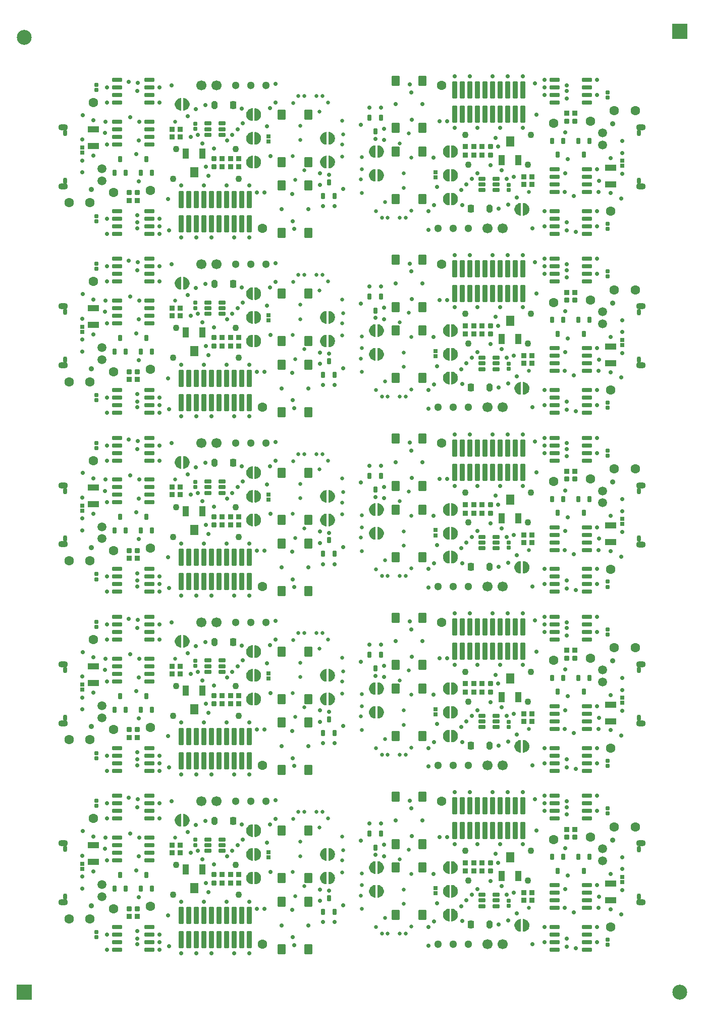
<source format=gts>
G04*
G04 #@! TF.GenerationSoftware,Altium Limited,Altium Designer,21.6.4 (81)*
G04*
G04 Layer_Color=8388736*
%FSLAX43Y43*%
%MOMM*%
G71*
G04*
G04 #@! TF.SameCoordinates,B8146748-6EAE-4540-ADCA-D378D2E1ADA8*
G04*
G04*
G04 #@! TF.FilePolarity,Negative*
G04*
G01*
G75*
%ADD36C,1.600*%
%ADD39C,1.500*%
%ADD51C,1.700*%
%ADD81C,2.500*%
%ADD82R,2.500X2.500*%
%ADD83C,1.100*%
G04:AMPARAMS|DCode=84|XSize=1.1mm|YSize=1.3mm|CornerRadius=0mm|HoleSize=0mm|Usage=FLASHONLY|Rotation=0.000|XOffset=0mm|YOffset=0mm|HoleType=Round|Shape=Octagon|*
%AMOCTAGOND84*
4,1,8,-0.275,0.650,0.275,0.650,0.550,0.375,0.550,-0.375,0.275,-0.650,-0.275,-0.650,-0.550,-0.375,-0.550,0.375,-0.275,0.650,0.0*
%
%ADD84OCTAGOND84*%

G04:AMPARAMS|DCode=85|XSize=1.1mm|YSize=1.3mm|CornerRadius=0.3mm|HoleSize=0mm|Usage=FLASHONLY|Rotation=0.000|XOffset=0mm|YOffset=0mm|HoleType=Round|Shape=RoundedRectangle|*
%AMROUNDEDRECTD85*
21,1,1.100,0.700,0,0,0.0*
21,1,0.500,1.300,0,0,0.0*
1,1,0.600,0.250,-0.350*
1,1,0.600,-0.250,-0.350*
1,1,0.600,-0.250,0.350*
1,1,0.600,0.250,0.350*
%
%ADD85ROUNDEDRECTD85*%
G04:AMPARAMS|DCode=86|XSize=0.65mm|YSize=1.2mm|CornerRadius=0.105mm|HoleSize=0mm|Usage=FLASHONLY|Rotation=270.000|XOffset=0mm|YOffset=0mm|HoleType=Round|Shape=RoundedRectangle|*
%AMROUNDEDRECTD86*
21,1,0.650,0.990,0,0,270.0*
21,1,0.440,1.200,0,0,270.0*
1,1,0.210,-0.495,-0.220*
1,1,0.210,-0.495,0.220*
1,1,0.210,0.495,0.220*
1,1,0.210,0.495,-0.220*
%
%ADD86ROUNDEDRECTD86*%
G04:AMPARAMS|DCode=87|XSize=0.84mm|YSize=2.89mm|CornerRadius=0.161mm|HoleSize=0mm|Usage=FLASHONLY|Rotation=180.000|XOffset=0mm|YOffset=0mm|HoleType=Round|Shape=RoundedRectangle|*
%AMROUNDEDRECTD87*
21,1,0.840,2.568,0,0,180.0*
21,1,0.518,2.890,0,0,180.0*
1,1,0.322,-0.259,1.284*
1,1,0.322,0.259,1.284*
1,1,0.322,0.259,-1.284*
1,1,0.322,-0.259,-1.284*
%
%ADD87ROUNDEDRECTD87*%
%ADD88R,0.900X0.850*%
G04:AMPARAMS|DCode=89|XSize=0.85mm|YSize=0.85mm|CornerRadius=0.125mm|HoleSize=0mm|Usage=FLASHONLY|Rotation=270.000|XOffset=0mm|YOffset=0mm|HoleType=Round|Shape=RoundedRectangle|*
%AMROUNDEDRECTD89*
21,1,0.850,0.600,0,0,270.0*
21,1,0.600,0.850,0,0,270.0*
1,1,0.250,-0.300,-0.300*
1,1,0.250,-0.300,0.300*
1,1,0.250,0.300,0.300*
1,1,0.250,0.300,-0.300*
%
%ADD89ROUNDEDRECTD89*%
%ADD90R,0.650X0.650*%
G04:AMPARAMS|DCode=91|XSize=1.65mm|YSize=1.4mm|CornerRadius=0.18mm|HoleSize=0mm|Usage=FLASHONLY|Rotation=270.000|XOffset=0mm|YOffset=0mm|HoleType=Round|Shape=RoundedRectangle|*
%AMROUNDEDRECTD91*
21,1,1.650,1.040,0,0,270.0*
21,1,1.290,1.400,0,0,270.0*
1,1,0.360,-0.520,-0.645*
1,1,0.360,-0.520,0.645*
1,1,0.360,0.520,0.645*
1,1,0.360,0.520,-0.645*
%
%ADD91ROUNDEDRECTD91*%
%ADD92R,1.000X1.700*%
%ADD93R,1.400X1.700*%
G04:AMPARAMS|DCode=94|XSize=0.65mm|YSize=0.65mm|CornerRadius=0.105mm|HoleSize=0mm|Usage=FLASHONLY|Rotation=90.000|XOffset=0mm|YOffset=0mm|HoleType=Round|Shape=RoundedRectangle|*
%AMROUNDEDRECTD94*
21,1,0.650,0.440,0,0,90.0*
21,1,0.440,0.650,0,0,90.0*
1,1,0.210,0.220,0.220*
1,1,0.210,0.220,-0.220*
1,1,0.210,-0.220,-0.220*
1,1,0.210,-0.220,0.220*
%
%ADD94ROUNDEDRECTD94*%
%ADD95R,0.850X0.900*%
G04:AMPARAMS|DCode=96|XSize=0.7mm|YSize=1mm|CornerRadius=0.11mm|HoleSize=0mm|Usage=FLASHONLY|Rotation=180.000|XOffset=0mm|YOffset=0mm|HoleType=Round|Shape=RoundedRectangle|*
%AMROUNDEDRECTD96*
21,1,0.700,0.780,0,0,180.0*
21,1,0.480,1.000,0,0,180.0*
1,1,0.220,-0.240,0.390*
1,1,0.220,0.240,0.390*
1,1,0.220,0.240,-0.390*
1,1,0.220,-0.240,-0.390*
%
%ADD96ROUNDEDRECTD96*%
G04:AMPARAMS|DCode=97|XSize=0.85mm|YSize=0.85mm|CornerRadius=0.125mm|HoleSize=0mm|Usage=FLASHONLY|Rotation=180.000|XOffset=0mm|YOffset=0mm|HoleType=Round|Shape=RoundedRectangle|*
%AMROUNDEDRECTD97*
21,1,0.850,0.600,0,0,180.0*
21,1,0.600,0.850,0,0,180.0*
1,1,0.250,-0.300,0.300*
1,1,0.250,0.300,0.300*
1,1,0.250,0.300,-0.300*
1,1,0.250,-0.300,-0.300*
%
%ADD97ROUNDEDRECTD97*%
G04:AMPARAMS|DCode=98|XSize=0.65mm|YSize=1.7mm|CornerRadius=0.133mm|HoleSize=0mm|Usage=FLASHONLY|Rotation=270.000|XOffset=0mm|YOffset=0mm|HoleType=Round|Shape=RoundedRectangle|*
%AMROUNDEDRECTD98*
21,1,0.650,1.435,0,0,270.0*
21,1,0.385,1.700,0,0,270.0*
1,1,0.265,-0.718,-0.193*
1,1,0.265,-0.718,0.193*
1,1,0.265,0.718,0.193*
1,1,0.265,0.718,-0.193*
%
%ADD98ROUNDEDRECTD98*%
%ADD99R,1.900X1.100*%
%ADD100O,1.600X1.100*%
%ADD101O,0.700X1.100*%
%ADD102C,0.900*%
%ADD103C,1.300*%
%ADD104C,0.100*%
%ADD105C,0.650*%
%ADD106C,0.700*%
G36*
X31808Y154849D02*
X32001Y154811D01*
X32011Y154808D01*
X32193Y154733D01*
X32193Y154733D01*
X32202Y154728D01*
X32365Y154619D01*
X32365Y154619D01*
X32373Y154612D01*
X32512Y154473D01*
X32519Y154465D01*
X32519Y154465D01*
X32628Y154302D01*
X32628Y154302D01*
X32631Y154296D01*
X32633Y154293D01*
X32633Y154293D01*
X32708Y154111D01*
X32711Y154102D01*
X32749Y153908D01*
X32750Y153898D01*
Y153800D01*
Y153702D01*
X32749Y153692D01*
X32711Y153499D01*
X32708Y153489D01*
X32633Y153307D01*
X32633Y153307D01*
X32628Y153298D01*
X32519Y153135D01*
X32519Y153135D01*
X32512Y153127D01*
X32373Y152988D01*
X32365Y152981D01*
X32365Y152981D01*
X32202Y152872D01*
X32202Y152872D01*
X32196Y152869D01*
X32193Y152867D01*
X32193Y152867D01*
X32011Y152792D01*
X32001Y152789D01*
X31808Y152751D01*
X31798Y152750D01*
X31700D01*
X31690Y152751D01*
X31681Y152754D01*
X31672Y152758D01*
X31664Y152764D01*
X31658Y152772D01*
X31654Y152781D01*
X31651Y152790D01*
X31650Y152800D01*
Y154800D01*
X31651Y154810D01*
X31654Y154819D01*
X31658Y154828D01*
X31664Y154836D01*
X31672Y154842D01*
X31681Y154846D01*
X31690Y154849D01*
X31700Y154850D01*
X31798D01*
X31808Y154849D01*
D02*
G37*
G36*
X31310D02*
X31319Y154846D01*
X31328Y154842D01*
X31336Y154836D01*
X31342Y154828D01*
X31346Y154819D01*
X31349Y154810D01*
X31350Y154800D01*
Y152800D01*
X31349Y152790D01*
X31346Y152781D01*
X31342Y152772D01*
X31336Y152764D01*
X31328Y152758D01*
X31319Y152754D01*
X31310Y152751D01*
X31300Y152750D01*
X31202D01*
X31192Y152751D01*
X30999Y152789D01*
X30989Y152792D01*
X30807Y152867D01*
X30807Y152867D01*
X30804Y152869D01*
X30798Y152872D01*
X30798Y152872D01*
X30635Y152981D01*
X30635Y152981D01*
X30627Y152988D01*
X30488Y153127D01*
X30481Y153135D01*
X30481Y153135D01*
X30372Y153298D01*
X30367Y153307D01*
X30367Y153307D01*
X30292Y153489D01*
X30289Y153499D01*
X30251Y153692D01*
X30250Y153702D01*
Y153800D01*
Y153898D01*
X30251Y153908D01*
X30289Y154102D01*
X30292Y154111D01*
X30367Y154293D01*
X30367Y154293D01*
X30369Y154296D01*
X30372Y154302D01*
X30372Y154302D01*
X30481Y154465D01*
X30481Y154465D01*
X30488Y154473D01*
X30627Y154612D01*
X30635Y154619D01*
X30635Y154619D01*
X30798Y154728D01*
X30807Y154733D01*
X30807Y154733D01*
X30989Y154808D01*
X30999Y154811D01*
X31192Y154849D01*
X31202Y154850D01*
X31300D01*
X31310Y154849D01*
D02*
G37*
G36*
X43808Y153124D02*
X44001Y153086D01*
X44011Y153083D01*
X44193Y153008D01*
X44193Y153008D01*
X44196Y153006D01*
X44202Y153003D01*
X44202Y153003D01*
X44365Y152894D01*
X44365Y152894D01*
X44373Y152887D01*
X44512Y152748D01*
X44519Y152740D01*
X44519Y152740D01*
X44628Y152577D01*
X44633Y152568D01*
X44633Y152568D01*
X44708Y152386D01*
X44711Y152376D01*
X44749Y152183D01*
X44750Y152173D01*
Y152075D01*
Y151977D01*
X44749Y151967D01*
X44711Y151774D01*
X44708Y151764D01*
X44633Y151582D01*
X44633Y151582D01*
X44631Y151579D01*
X44628Y151573D01*
X44628Y151573D01*
X44519Y151410D01*
X44519Y151410D01*
X44512Y151402D01*
X44373Y151263D01*
X44365Y151256D01*
X44365Y151256D01*
X44202Y151147D01*
X44193Y151142D01*
X44193Y151142D01*
X44011Y151067D01*
X44001Y151064D01*
X43808Y151026D01*
X43798Y151025D01*
X43700D01*
X43690Y151026D01*
X43681Y151029D01*
X43672Y151033D01*
X43664Y151039D01*
X43658Y151047D01*
X43654Y151056D01*
X43651Y151065D01*
X43650Y151075D01*
Y153075D01*
X43651Y153085D01*
X43654Y153094D01*
X43658Y153103D01*
X43664Y153111D01*
X43672Y153117D01*
X43681Y153121D01*
X43690Y153124D01*
X43700Y153125D01*
X43798D01*
X43808Y153124D01*
D02*
G37*
G36*
X43310D02*
X43319Y153121D01*
X43328Y153117D01*
X43336Y153111D01*
X43342Y153103D01*
X43346Y153094D01*
X43349Y153085D01*
X43350Y153075D01*
Y151075D01*
X43349Y151065D01*
X43346Y151056D01*
X43342Y151047D01*
X43336Y151039D01*
X43328Y151033D01*
X43319Y151029D01*
X43310Y151026D01*
X43300Y151025D01*
X43202D01*
X43192Y151026D01*
X42999Y151064D01*
X42989Y151067D01*
X42807Y151142D01*
X42807Y151142D01*
X42798Y151147D01*
X42635Y151256D01*
X42635Y151256D01*
X42627Y151263D01*
X42488Y151402D01*
X42481Y151410D01*
X42481Y151410D01*
X42372Y151573D01*
X42372Y151573D01*
X42369Y151579D01*
X42367Y151582D01*
X42367Y151582D01*
X42292Y151764D01*
X42289Y151774D01*
X42251Y151967D01*
X42250Y151977D01*
Y152075D01*
Y152173D01*
X42251Y152183D01*
X42289Y152376D01*
X42292Y152386D01*
X42367Y152568D01*
X42367Y152568D01*
X42372Y152577D01*
X42481Y152740D01*
X42481Y152740D01*
X42488Y152748D01*
X42627Y152887D01*
X42635Y152894D01*
X42635Y152894D01*
X42798Y153003D01*
X42798Y153003D01*
X42804Y153006D01*
X42807Y153008D01*
X42807Y153008D01*
X42989Y153083D01*
X42999Y153086D01*
X43192Y153124D01*
X43202Y153125D01*
X43300D01*
X43310Y153124D01*
D02*
G37*
G36*
X56208Y149149D02*
X56401Y149111D01*
X56411Y149108D01*
X56593Y149033D01*
X56593Y149033D01*
X56596Y149031D01*
X56602Y149028D01*
X56602Y149028D01*
X56765Y148919D01*
X56765Y148919D01*
X56773Y148912D01*
X56912Y148773D01*
X56919Y148765D01*
X56919Y148765D01*
X57028Y148602D01*
X57033Y148593D01*
X57033Y148593D01*
X57108Y148411D01*
X57111Y148402D01*
X57149Y148208D01*
X57150Y148199D01*
Y148100D01*
Y148002D01*
X57149Y147992D01*
X57111Y147799D01*
X57108Y147789D01*
X57033Y147607D01*
X57033Y147607D01*
X57031Y147604D01*
X57028Y147598D01*
X57028Y147598D01*
X56919Y147435D01*
X56919Y147435D01*
X56912Y147427D01*
X56773Y147288D01*
X56765Y147281D01*
X56765Y147281D01*
X56602Y147172D01*
X56593Y147167D01*
X56593Y147167D01*
X56411Y147092D01*
X56401Y147089D01*
X56208Y147051D01*
X56198Y147050D01*
X56100D01*
X56090Y147051D01*
X56081Y147054D01*
X56072Y147058D01*
X56064Y147064D01*
X56058Y147072D01*
X56054Y147081D01*
X56051Y147090D01*
X56050Y147100D01*
Y149100D01*
X56051Y149110D01*
X56054Y149119D01*
X56058Y149128D01*
X56064Y149136D01*
X56072Y149142D01*
X56081Y149146D01*
X56090Y149149D01*
X56100Y149150D01*
X56198D01*
X56208Y149149D01*
D02*
G37*
G36*
X55710D02*
X55719Y149146D01*
X55728Y149142D01*
X55736Y149136D01*
X55742Y149128D01*
X55746Y149119D01*
X55749Y149110D01*
X55750Y149100D01*
Y147100D01*
X55749Y147090D01*
X55746Y147081D01*
X55742Y147072D01*
X55736Y147064D01*
X55728Y147058D01*
X55719Y147054D01*
X55710Y147051D01*
X55700Y147050D01*
X55602D01*
X55592Y147051D01*
X55399Y147089D01*
X55389Y147092D01*
X55207Y147167D01*
X55207Y147167D01*
X55198Y147172D01*
X55035Y147281D01*
X55035Y147281D01*
X55027Y147288D01*
X54888Y147427D01*
X54881Y147435D01*
X54881Y147435D01*
X54772Y147598D01*
X54772Y147598D01*
X54769Y147604D01*
X54767Y147607D01*
X54767Y147607D01*
X54692Y147789D01*
X54689Y147799D01*
X54651Y147992D01*
X54650Y148002D01*
Y148100D01*
Y148199D01*
X54651Y148208D01*
X54689Y148402D01*
X54692Y148411D01*
X54767Y148593D01*
X54767Y148593D01*
X54772Y148602D01*
X54881Y148765D01*
X54881Y148765D01*
X54888Y148773D01*
X55027Y148912D01*
X55035Y148919D01*
X55035Y148919D01*
X55198Y149028D01*
X55198Y149028D01*
X55204Y149031D01*
X55207Y149033D01*
X55207Y149033D01*
X55389Y149108D01*
X55399Y149111D01*
X55592Y149149D01*
X55602Y149150D01*
X55700D01*
X55710Y149149D01*
D02*
G37*
G36*
X43808D02*
X44001Y149111D01*
X44011Y149108D01*
X44193Y149033D01*
X44193Y149033D01*
X44196Y149031D01*
X44202Y149028D01*
X44202Y149028D01*
X44365Y148919D01*
X44365Y148919D01*
X44373Y148912D01*
X44512Y148773D01*
X44519Y148765D01*
X44519Y148765D01*
X44628Y148602D01*
X44633Y148593D01*
X44633Y148593D01*
X44708Y148411D01*
X44711Y148402D01*
X44749Y148208D01*
X44750Y148199D01*
Y148100D01*
Y148002D01*
X44749Y147992D01*
X44711Y147799D01*
X44708Y147789D01*
X44633Y147607D01*
X44633Y147607D01*
X44631Y147604D01*
X44628Y147598D01*
X44628Y147598D01*
X44519Y147435D01*
X44519Y147435D01*
X44512Y147427D01*
X44373Y147288D01*
X44365Y147281D01*
X44365Y147281D01*
X44202Y147172D01*
X44193Y147167D01*
X44193Y147167D01*
X44011Y147092D01*
X44001Y147089D01*
X43808Y147051D01*
X43798Y147050D01*
X43700D01*
X43690Y147051D01*
X43681Y147054D01*
X43672Y147058D01*
X43664Y147064D01*
X43658Y147072D01*
X43654Y147081D01*
X43651Y147090D01*
X43650Y147100D01*
Y149100D01*
X43651Y149110D01*
X43654Y149119D01*
X43658Y149128D01*
X43664Y149136D01*
X43672Y149142D01*
X43681Y149146D01*
X43690Y149149D01*
X43700Y149150D01*
X43798D01*
X43808Y149149D01*
D02*
G37*
G36*
X43310D02*
X43319Y149146D01*
X43328Y149142D01*
X43336Y149136D01*
X43342Y149128D01*
X43346Y149119D01*
X43349Y149110D01*
X43350Y149100D01*
Y147100D01*
X43349Y147090D01*
X43346Y147081D01*
X43342Y147072D01*
X43336Y147064D01*
X43328Y147058D01*
X43319Y147054D01*
X43310Y147051D01*
X43300Y147050D01*
X43202D01*
X43192Y147051D01*
X42999Y147089D01*
X42989Y147092D01*
X42807Y147167D01*
X42807Y147167D01*
X42798Y147172D01*
X42635Y147281D01*
X42635Y147281D01*
X42627Y147288D01*
X42488Y147427D01*
X42481Y147435D01*
X42481Y147435D01*
X42372Y147598D01*
X42372Y147598D01*
X42369Y147604D01*
X42367Y147607D01*
X42367Y147607D01*
X42292Y147789D01*
X42289Y147799D01*
X42251Y147992D01*
X42250Y148002D01*
Y148100D01*
Y148199D01*
X42251Y148208D01*
X42289Y148402D01*
X42292Y148411D01*
X42367Y148593D01*
X42367Y148593D01*
X42372Y148602D01*
X42481Y148765D01*
X42481Y148765D01*
X42488Y148773D01*
X42627Y148912D01*
X42635Y148919D01*
X42635Y148919D01*
X42798Y149028D01*
X42798Y149028D01*
X42804Y149031D01*
X42807Y149033D01*
X42807Y149033D01*
X42989Y149108D01*
X42999Y149111D01*
X43192Y149149D01*
X43202Y149150D01*
X43300D01*
X43310Y149149D01*
D02*
G37*
G36*
X76808Y146924D02*
X77001Y146886D01*
X77011Y146883D01*
X77193Y146808D01*
X77193Y146808D01*
X77202Y146803D01*
X77365Y146694D01*
X77365Y146694D01*
X77373Y146687D01*
X77512Y146548D01*
X77519Y146540D01*
X77519Y146540D01*
X77628Y146377D01*
X77628Y146377D01*
X77631Y146371D01*
X77633Y146368D01*
X77633Y146368D01*
X77708Y146186D01*
X77711Y146176D01*
X77749Y145983D01*
X77750Y145973D01*
Y145875D01*
Y145777D01*
X77749Y145767D01*
X77711Y145574D01*
X77708Y145564D01*
X77633Y145382D01*
X77633Y145382D01*
X77628Y145373D01*
X77519Y145210D01*
X77519Y145210D01*
X77512Y145202D01*
X77373Y145063D01*
X77365Y145056D01*
X77365Y145056D01*
X77202Y144947D01*
X77202Y144947D01*
X77196Y144944D01*
X77193Y144942D01*
X77193Y144942D01*
X77011Y144867D01*
X77001Y144864D01*
X76808Y144826D01*
X76798Y144825D01*
X76700D01*
X76690Y144826D01*
X76681Y144829D01*
X76672Y144833D01*
X76664Y144839D01*
X76658Y144847D01*
X76654Y144856D01*
X76651Y144865D01*
X76650Y144875D01*
Y146875D01*
X76651Y146885D01*
X76654Y146894D01*
X76658Y146903D01*
X76664Y146911D01*
X76672Y146917D01*
X76681Y146921D01*
X76690Y146924D01*
X76700Y146925D01*
X76798D01*
X76808Y146924D01*
D02*
G37*
G36*
X76310D02*
X76319Y146921D01*
X76328Y146917D01*
X76336Y146911D01*
X76342Y146903D01*
X76346Y146894D01*
X76349Y146885D01*
X76350Y146875D01*
Y144875D01*
X76349Y144865D01*
X76346Y144856D01*
X76342Y144847D01*
X76336Y144839D01*
X76328Y144833D01*
X76319Y144829D01*
X76310Y144826D01*
X76300Y144825D01*
X76202D01*
X76192Y144826D01*
X75999Y144864D01*
X75989Y144867D01*
X75807Y144942D01*
X75807Y144942D01*
X75804Y144944D01*
X75798Y144947D01*
X75798Y144947D01*
X75635Y145056D01*
X75635Y145056D01*
X75627Y145063D01*
X75488Y145202D01*
X75481Y145210D01*
X75481Y145210D01*
X75372Y145373D01*
X75367Y145382D01*
X75367Y145382D01*
X75292Y145564D01*
X75289Y145574D01*
X75251Y145767D01*
X75250Y145777D01*
Y145875D01*
Y145973D01*
X75251Y145983D01*
X75289Y146176D01*
X75292Y146186D01*
X75367Y146368D01*
X75367Y146368D01*
X75369Y146371D01*
X75372Y146377D01*
X75372Y146377D01*
X75481Y146540D01*
X75481Y146540D01*
X75488Y146548D01*
X75627Y146687D01*
X75635Y146694D01*
X75635Y146694D01*
X75798Y146803D01*
X75807Y146808D01*
X75807Y146808D01*
X75989Y146883D01*
X75999Y146886D01*
X76192Y146924D01*
X76202Y146925D01*
X76300D01*
X76310Y146924D01*
D02*
G37*
G36*
X64408D02*
X64601Y146886D01*
X64611Y146883D01*
X64793Y146808D01*
X64793Y146808D01*
X64802Y146803D01*
X64965Y146694D01*
X64965Y146694D01*
X64973Y146687D01*
X65112Y146548D01*
X65119Y146540D01*
X65119Y146540D01*
X65228Y146377D01*
X65228Y146377D01*
X65231Y146371D01*
X65233Y146368D01*
X65233Y146368D01*
X65308Y146186D01*
X65311Y146176D01*
X65349Y145983D01*
X65350Y145973D01*
Y145875D01*
Y145777D01*
X65349Y145767D01*
X65311Y145574D01*
X65308Y145564D01*
X65233Y145382D01*
X65233Y145382D01*
X65228Y145373D01*
X65119Y145210D01*
X65119Y145210D01*
X65112Y145202D01*
X64973Y145063D01*
X64965Y145056D01*
X64965Y145056D01*
X64802Y144947D01*
X64802Y144947D01*
X64796Y144944D01*
X64793Y144942D01*
X64793Y144942D01*
X64611Y144867D01*
X64601Y144864D01*
X64408Y144826D01*
X64398Y144825D01*
X64300D01*
X64290Y144826D01*
X64281Y144829D01*
X64272Y144833D01*
X64264Y144839D01*
X64258Y144847D01*
X64254Y144856D01*
X64251Y144865D01*
X64250Y144875D01*
Y146875D01*
X64251Y146885D01*
X64254Y146894D01*
X64258Y146903D01*
X64264Y146911D01*
X64272Y146917D01*
X64281Y146921D01*
X64290Y146924D01*
X64300Y146925D01*
X64398D01*
X64408Y146924D01*
D02*
G37*
G36*
X63910D02*
X63919Y146921D01*
X63928Y146917D01*
X63936Y146911D01*
X63942Y146903D01*
X63946Y146894D01*
X63949Y146885D01*
X63950Y146875D01*
Y144875D01*
X63949Y144865D01*
X63946Y144856D01*
X63942Y144847D01*
X63936Y144839D01*
X63928Y144833D01*
X63919Y144829D01*
X63910Y144826D01*
X63900Y144825D01*
X63802D01*
X63792Y144826D01*
X63599Y144864D01*
X63589Y144867D01*
X63407Y144942D01*
X63407Y144942D01*
X63404Y144944D01*
X63398Y144947D01*
X63398Y144947D01*
X63235Y145056D01*
X63235Y145056D01*
X63227Y145063D01*
X63088Y145202D01*
X63081Y145210D01*
X63081Y145210D01*
X62972Y145373D01*
X62967Y145382D01*
X62967Y145382D01*
X62892Y145564D01*
X62889Y145574D01*
X62851Y145767D01*
X62850Y145777D01*
Y145875D01*
Y145973D01*
X62851Y145983D01*
X62889Y146176D01*
X62892Y146186D01*
X62967Y146368D01*
X62967Y146368D01*
X62969Y146371D01*
X62972Y146377D01*
X62972Y146377D01*
X63081Y146540D01*
X63081Y146540D01*
X63088Y146548D01*
X63227Y146687D01*
X63235Y146694D01*
X63235Y146694D01*
X63398Y146803D01*
X63407Y146808D01*
X63407Y146808D01*
X63589Y146883D01*
X63599Y146886D01*
X63792Y146924D01*
X63802Y146925D01*
X63900D01*
X63910Y146924D01*
D02*
G37*
G36*
X56208Y145174D02*
X56401Y145136D01*
X56411Y145133D01*
X56593Y145058D01*
X56593Y145058D01*
X56596Y145056D01*
X56602Y145053D01*
X56602Y145053D01*
X56765Y144944D01*
X56765Y144944D01*
X56773Y144937D01*
X56912Y144798D01*
X56919Y144790D01*
X56919Y144790D01*
X57028Y144627D01*
X57033Y144618D01*
X57033Y144618D01*
X57108Y144436D01*
X57111Y144426D01*
X57149Y144233D01*
X57150Y144223D01*
Y144125D01*
Y144027D01*
X57149Y144017D01*
X57111Y143824D01*
X57108Y143814D01*
X57033Y143632D01*
X57033Y143632D01*
X57031Y143629D01*
X57028Y143623D01*
X57028Y143623D01*
X56919Y143460D01*
X56919Y143460D01*
X56912Y143452D01*
X56773Y143313D01*
X56765Y143306D01*
X56765Y143306D01*
X56602Y143197D01*
X56593Y143192D01*
X56593Y143192D01*
X56411Y143117D01*
X56401Y143114D01*
X56208Y143076D01*
X56198Y143075D01*
X56100D01*
X56090Y143076D01*
X56081Y143079D01*
X56072Y143083D01*
X56064Y143089D01*
X56058Y143097D01*
X56054Y143106D01*
X56051Y143115D01*
X56050Y143125D01*
Y145125D01*
X56051Y145135D01*
X56054Y145144D01*
X56058Y145153D01*
X56064Y145161D01*
X56072Y145167D01*
X56081Y145171D01*
X56090Y145174D01*
X56100Y145175D01*
X56198D01*
X56208Y145174D01*
D02*
G37*
G36*
X55710D02*
X55719Y145171D01*
X55728Y145167D01*
X55736Y145161D01*
X55742Y145153D01*
X55746Y145144D01*
X55749Y145135D01*
X55750Y145125D01*
Y143125D01*
X55749Y143115D01*
X55746Y143106D01*
X55742Y143097D01*
X55736Y143089D01*
X55728Y143083D01*
X55719Y143079D01*
X55710Y143076D01*
X55700Y143075D01*
X55602D01*
X55592Y143076D01*
X55399Y143114D01*
X55389Y143117D01*
X55207Y143192D01*
X55207Y143192D01*
X55198Y143197D01*
X55035Y143306D01*
X55035Y143306D01*
X55027Y143313D01*
X54888Y143452D01*
X54881Y143460D01*
X54881Y143460D01*
X54772Y143623D01*
X54772Y143623D01*
X54769Y143629D01*
X54767Y143632D01*
X54767Y143632D01*
X54692Y143814D01*
X54689Y143824D01*
X54651Y144017D01*
X54650Y144027D01*
Y144125D01*
Y144223D01*
X54651Y144233D01*
X54689Y144426D01*
X54692Y144436D01*
X54767Y144618D01*
X54767Y144618D01*
X54772Y144627D01*
X54881Y144790D01*
X54881Y144790D01*
X54888Y144798D01*
X55027Y144937D01*
X55035Y144944D01*
X55035Y144944D01*
X55198Y145053D01*
X55198Y145053D01*
X55204Y145056D01*
X55207Y145058D01*
X55207Y145058D01*
X55389Y145133D01*
X55399Y145136D01*
X55592Y145174D01*
X55602Y145175D01*
X55700D01*
X55710Y145174D01*
D02*
G37*
G36*
X43808D02*
X44001Y145136D01*
X44011Y145133D01*
X44193Y145058D01*
X44193Y145058D01*
X44196Y145056D01*
X44202Y145053D01*
X44202Y145053D01*
X44365Y144944D01*
X44365Y144944D01*
X44373Y144937D01*
X44512Y144798D01*
X44519Y144790D01*
X44519Y144790D01*
X44628Y144627D01*
X44633Y144618D01*
X44633Y144618D01*
X44708Y144436D01*
X44711Y144426D01*
X44749Y144233D01*
X44750Y144223D01*
Y144125D01*
Y144027D01*
X44749Y144017D01*
X44711Y143824D01*
X44708Y143814D01*
X44633Y143632D01*
X44633Y143632D01*
X44631Y143629D01*
X44628Y143623D01*
X44628Y143623D01*
X44519Y143460D01*
X44519Y143460D01*
X44512Y143452D01*
X44373Y143313D01*
X44365Y143306D01*
X44365Y143306D01*
X44202Y143197D01*
X44193Y143192D01*
X44193Y143192D01*
X44011Y143117D01*
X44001Y143114D01*
X43808Y143076D01*
X43798Y143075D01*
X43700D01*
X43690Y143076D01*
X43681Y143079D01*
X43672Y143083D01*
X43664Y143089D01*
X43658Y143097D01*
X43654Y143106D01*
X43651Y143115D01*
X43650Y143125D01*
Y145125D01*
X43651Y145135D01*
X43654Y145144D01*
X43658Y145153D01*
X43664Y145161D01*
X43672Y145167D01*
X43681Y145171D01*
X43690Y145174D01*
X43700Y145175D01*
X43798D01*
X43808Y145174D01*
D02*
G37*
G36*
X43310D02*
X43319Y145171D01*
X43328Y145167D01*
X43336Y145161D01*
X43342Y145153D01*
X43346Y145144D01*
X43349Y145135D01*
X43350Y145125D01*
Y143125D01*
X43349Y143115D01*
X43346Y143106D01*
X43342Y143097D01*
X43336Y143089D01*
X43328Y143083D01*
X43319Y143079D01*
X43310Y143076D01*
X43300Y143075D01*
X43202D01*
X43192Y143076D01*
X42999Y143114D01*
X42989Y143117D01*
X42807Y143192D01*
X42807Y143192D01*
X42798Y143197D01*
X42635Y143306D01*
X42635Y143306D01*
X42627Y143313D01*
X42488Y143452D01*
X42481Y143460D01*
X42481Y143460D01*
X42372Y143623D01*
X42372Y143623D01*
X42369Y143629D01*
X42367Y143632D01*
X42367Y143632D01*
X42292Y143814D01*
X42289Y143824D01*
X42251Y144017D01*
X42250Y144027D01*
Y144125D01*
Y144223D01*
X42251Y144233D01*
X42289Y144426D01*
X42292Y144436D01*
X42367Y144618D01*
X42367Y144618D01*
X42372Y144627D01*
X42481Y144790D01*
X42481Y144790D01*
X42488Y144798D01*
X42627Y144937D01*
X42635Y144944D01*
X42635Y144944D01*
X42798Y145053D01*
X42798Y145053D01*
X42804Y145056D01*
X42807Y145058D01*
X42807Y145058D01*
X42989Y145133D01*
X42999Y145136D01*
X43192Y145174D01*
X43202Y145175D01*
X43300D01*
X43310Y145174D01*
D02*
G37*
G36*
X76808Y142949D02*
X77001Y142911D01*
X77011Y142908D01*
X77193Y142833D01*
X77193Y142833D01*
X77202Y142828D01*
X77365Y142719D01*
X77365Y142719D01*
X77373Y142712D01*
X77512Y142573D01*
X77519Y142565D01*
X77519Y142565D01*
X77628Y142402D01*
X77628Y142402D01*
X77631Y142396D01*
X77633Y142393D01*
X77633Y142393D01*
X77708Y142211D01*
X77711Y142201D01*
X77749Y142008D01*
X77750Y141998D01*
Y141900D01*
Y141801D01*
X77749Y141792D01*
X77711Y141598D01*
X77708Y141589D01*
X77633Y141407D01*
X77633Y141407D01*
X77628Y141398D01*
X77519Y141235D01*
X77519Y141235D01*
X77512Y141227D01*
X77373Y141088D01*
X77365Y141081D01*
X77365Y141081D01*
X77202Y140972D01*
X77202Y140972D01*
X77196Y140969D01*
X77193Y140967D01*
X77193Y140967D01*
X77011Y140892D01*
X77001Y140889D01*
X76808Y140851D01*
X76798Y140850D01*
X76700D01*
X76690Y140851D01*
X76681Y140854D01*
X76672Y140858D01*
X76664Y140864D01*
X76658Y140872D01*
X76654Y140881D01*
X76651Y140890D01*
X76650Y140900D01*
Y142900D01*
X76651Y142910D01*
X76654Y142919D01*
X76658Y142928D01*
X76664Y142936D01*
X76672Y142942D01*
X76681Y142946D01*
X76690Y142949D01*
X76700Y142950D01*
X76798D01*
X76808Y142949D01*
D02*
G37*
G36*
X76310D02*
X76319Y142946D01*
X76328Y142942D01*
X76336Y142936D01*
X76342Y142928D01*
X76346Y142919D01*
X76349Y142910D01*
X76350Y142900D01*
Y140900D01*
X76349Y140890D01*
X76346Y140881D01*
X76342Y140872D01*
X76336Y140864D01*
X76328Y140858D01*
X76319Y140854D01*
X76310Y140851D01*
X76300Y140850D01*
X76202D01*
X76192Y140851D01*
X75999Y140889D01*
X75989Y140892D01*
X75807Y140967D01*
X75807Y140967D01*
X75804Y140969D01*
X75798Y140972D01*
X75798Y140972D01*
X75635Y141081D01*
X75635Y141081D01*
X75627Y141088D01*
X75488Y141227D01*
X75481Y141235D01*
X75481Y141235D01*
X75372Y141398D01*
X75367Y141407D01*
X75367Y141407D01*
X75292Y141589D01*
X75289Y141598D01*
X75251Y141792D01*
X75250Y141801D01*
Y141900D01*
Y141998D01*
X75251Y142008D01*
X75289Y142201D01*
X75292Y142211D01*
X75367Y142393D01*
X75367Y142393D01*
X75369Y142396D01*
X75372Y142402D01*
X75372Y142402D01*
X75481Y142565D01*
X75481Y142565D01*
X75488Y142573D01*
X75627Y142712D01*
X75635Y142719D01*
X75635Y142719D01*
X75798Y142828D01*
X75807Y142833D01*
X75807Y142833D01*
X75989Y142908D01*
X75999Y142911D01*
X76192Y142949D01*
X76202Y142950D01*
X76300D01*
X76310Y142949D01*
D02*
G37*
G36*
X64408D02*
X64601Y142911D01*
X64611Y142908D01*
X64793Y142833D01*
X64793Y142833D01*
X64802Y142828D01*
X64965Y142719D01*
X64965Y142719D01*
X64973Y142712D01*
X65112Y142573D01*
X65119Y142565D01*
X65119Y142565D01*
X65228Y142402D01*
X65228Y142402D01*
X65231Y142396D01*
X65233Y142393D01*
X65233Y142393D01*
X65308Y142211D01*
X65311Y142201D01*
X65349Y142008D01*
X65350Y141998D01*
Y141900D01*
Y141801D01*
X65349Y141792D01*
X65311Y141598D01*
X65308Y141589D01*
X65233Y141407D01*
X65233Y141407D01*
X65228Y141398D01*
X65119Y141235D01*
X65119Y141235D01*
X65112Y141227D01*
X64973Y141088D01*
X64965Y141081D01*
X64965Y141081D01*
X64802Y140972D01*
X64802Y140972D01*
X64796Y140969D01*
X64793Y140967D01*
X64793Y140967D01*
X64611Y140892D01*
X64601Y140889D01*
X64408Y140851D01*
X64398Y140850D01*
X64300D01*
X64290Y140851D01*
X64281Y140854D01*
X64272Y140858D01*
X64264Y140864D01*
X64258Y140872D01*
X64254Y140881D01*
X64251Y140890D01*
X64250Y140900D01*
Y142900D01*
X64251Y142910D01*
X64254Y142919D01*
X64258Y142928D01*
X64264Y142936D01*
X64272Y142942D01*
X64281Y142946D01*
X64290Y142949D01*
X64300Y142950D01*
X64398D01*
X64408Y142949D01*
D02*
G37*
G36*
X63910D02*
X63919Y142946D01*
X63928Y142942D01*
X63936Y142936D01*
X63942Y142928D01*
X63946Y142919D01*
X63949Y142910D01*
X63950Y142900D01*
Y140900D01*
X63949Y140890D01*
X63946Y140881D01*
X63942Y140872D01*
X63936Y140864D01*
X63928Y140858D01*
X63919Y140854D01*
X63910Y140851D01*
X63900Y140850D01*
X63802D01*
X63792Y140851D01*
X63599Y140889D01*
X63589Y140892D01*
X63407Y140967D01*
X63407Y140967D01*
X63404Y140969D01*
X63398Y140972D01*
X63398Y140972D01*
X63235Y141081D01*
X63235Y141081D01*
X63227Y141088D01*
X63088Y141227D01*
X63081Y141235D01*
X63081Y141235D01*
X62972Y141398D01*
X62967Y141407D01*
X62967Y141407D01*
X62892Y141589D01*
X62889Y141598D01*
X62851Y141792D01*
X62850Y141801D01*
Y141900D01*
Y141998D01*
X62851Y142008D01*
X62889Y142201D01*
X62892Y142211D01*
X62967Y142393D01*
X62967Y142393D01*
X62969Y142396D01*
X62972Y142402D01*
X62972Y142402D01*
X63081Y142565D01*
X63081Y142565D01*
X63088Y142573D01*
X63227Y142712D01*
X63235Y142719D01*
X63235Y142719D01*
X63398Y142828D01*
X63407Y142833D01*
X63407Y142833D01*
X63589Y142908D01*
X63599Y142911D01*
X63792Y142949D01*
X63802Y142950D01*
X63900D01*
X63910Y142949D01*
D02*
G37*
G36*
X76808Y138974D02*
X77001Y138936D01*
X77011Y138933D01*
X77193Y138858D01*
X77193Y138858D01*
X77202Y138853D01*
X77365Y138744D01*
X77365Y138744D01*
X77373Y138737D01*
X77512Y138598D01*
X77519Y138590D01*
X77519Y138590D01*
X77628Y138427D01*
X77628Y138427D01*
X77631Y138421D01*
X77633Y138418D01*
X77633Y138418D01*
X77708Y138236D01*
X77711Y138226D01*
X77749Y138033D01*
X77750Y138023D01*
Y137925D01*
Y137827D01*
X77749Y137817D01*
X77711Y137624D01*
X77708Y137614D01*
X77633Y137432D01*
X77633Y137432D01*
X77628Y137423D01*
X77519Y137260D01*
X77519Y137260D01*
X77512Y137252D01*
X77373Y137113D01*
X77365Y137106D01*
X77365Y137106D01*
X77202Y136997D01*
X77202Y136997D01*
X77196Y136994D01*
X77193Y136992D01*
X77193Y136992D01*
X77011Y136917D01*
X77001Y136914D01*
X76808Y136876D01*
X76798Y136875D01*
X76700D01*
X76690Y136876D01*
X76681Y136879D01*
X76672Y136883D01*
X76664Y136889D01*
X76658Y136897D01*
X76654Y136906D01*
X76651Y136915D01*
X76650Y136925D01*
Y138925D01*
X76651Y138935D01*
X76654Y138944D01*
X76658Y138953D01*
X76664Y138961D01*
X76672Y138967D01*
X76681Y138971D01*
X76690Y138974D01*
X76700Y138975D01*
X76798D01*
X76808Y138974D01*
D02*
G37*
G36*
X76310D02*
X76319Y138971D01*
X76328Y138967D01*
X76336Y138961D01*
X76342Y138953D01*
X76346Y138944D01*
X76349Y138935D01*
X76350Y138925D01*
Y136925D01*
X76349Y136915D01*
X76346Y136906D01*
X76342Y136897D01*
X76336Y136889D01*
X76328Y136883D01*
X76319Y136879D01*
X76310Y136876D01*
X76300Y136875D01*
X76202D01*
X76192Y136876D01*
X75999Y136914D01*
X75989Y136917D01*
X75807Y136992D01*
X75807Y136992D01*
X75804Y136994D01*
X75798Y136997D01*
X75798Y136997D01*
X75635Y137106D01*
X75635Y137106D01*
X75627Y137113D01*
X75488Y137252D01*
X75481Y137260D01*
X75481Y137260D01*
X75372Y137423D01*
X75367Y137432D01*
X75367Y137432D01*
X75292Y137614D01*
X75289Y137624D01*
X75251Y137817D01*
X75250Y137827D01*
Y137925D01*
Y138023D01*
X75251Y138033D01*
X75289Y138226D01*
X75292Y138236D01*
X75367Y138418D01*
X75367Y138418D01*
X75369Y138421D01*
X75372Y138427D01*
X75372Y138427D01*
X75481Y138590D01*
X75481Y138590D01*
X75488Y138598D01*
X75627Y138737D01*
X75635Y138744D01*
X75635Y138744D01*
X75798Y138853D01*
X75807Y138858D01*
X75807Y138858D01*
X75989Y138933D01*
X75999Y138936D01*
X76192Y138974D01*
X76202Y138975D01*
X76300D01*
X76310Y138974D01*
D02*
G37*
G36*
X88808Y137249D02*
X89001Y137211D01*
X89011Y137208D01*
X89193Y137133D01*
X89193Y137133D01*
X89196Y137131D01*
X89202Y137128D01*
X89202Y137128D01*
X89365Y137019D01*
X89365Y137019D01*
X89373Y137012D01*
X89512Y136873D01*
X89519Y136865D01*
X89519Y136865D01*
X89628Y136702D01*
X89633Y136693D01*
X89633Y136693D01*
X89708Y136511D01*
X89711Y136501D01*
X89749Y136308D01*
X89750Y136298D01*
Y136200D01*
Y136102D01*
X89749Y136092D01*
X89711Y135898D01*
X89708Y135889D01*
X89633Y135707D01*
X89633Y135707D01*
X89631Y135704D01*
X89628Y135698D01*
X89628Y135698D01*
X89519Y135535D01*
X89519Y135535D01*
X89512Y135527D01*
X89373Y135388D01*
X89365Y135381D01*
X89365Y135381D01*
X89202Y135272D01*
X89193Y135267D01*
X89193Y135267D01*
X89011Y135192D01*
X89001Y135189D01*
X88808Y135151D01*
X88798Y135150D01*
X88700D01*
X88690Y135151D01*
X88681Y135154D01*
X88672Y135158D01*
X88664Y135164D01*
X88658Y135172D01*
X88654Y135181D01*
X88651Y135190D01*
X88650Y135200D01*
Y137200D01*
X88651Y137210D01*
X88654Y137219D01*
X88658Y137228D01*
X88664Y137236D01*
X88672Y137242D01*
X88681Y137246D01*
X88690Y137249D01*
X88700Y137250D01*
X88798D01*
X88808Y137249D01*
D02*
G37*
G36*
X88310D02*
X88319Y137246D01*
X88328Y137242D01*
X88336Y137236D01*
X88342Y137228D01*
X88346Y137219D01*
X88349Y137210D01*
X88350Y137200D01*
Y135200D01*
X88349Y135190D01*
X88346Y135181D01*
X88342Y135172D01*
X88336Y135164D01*
X88328Y135158D01*
X88319Y135154D01*
X88310Y135151D01*
X88300Y135150D01*
X88202D01*
X88192Y135151D01*
X87999Y135189D01*
X87989Y135192D01*
X87807Y135267D01*
X87807Y135267D01*
X87798Y135272D01*
X87635Y135381D01*
X87635Y135381D01*
X87627Y135388D01*
X87488Y135527D01*
X87481Y135535D01*
X87481Y135535D01*
X87372Y135698D01*
X87372Y135698D01*
X87369Y135704D01*
X87367Y135707D01*
X87367Y135707D01*
X87292Y135889D01*
X87289Y135898D01*
X87251Y136092D01*
X87250Y136102D01*
Y136200D01*
Y136298D01*
X87251Y136308D01*
X87289Y136501D01*
X87292Y136511D01*
X87367Y136693D01*
X87367Y136693D01*
X87372Y136702D01*
X87481Y136865D01*
X87481Y136865D01*
X87488Y136873D01*
X87627Y137012D01*
X87635Y137019D01*
X87635Y137019D01*
X87798Y137128D01*
X87798Y137128D01*
X87804Y137131D01*
X87807Y137133D01*
X87807Y137133D01*
X87989Y137208D01*
X87999Y137211D01*
X88192Y137249D01*
X88202Y137250D01*
X88300D01*
X88310Y137249D01*
D02*
G37*
G36*
X31808Y124849D02*
X32001Y124811D01*
X32011Y124808D01*
X32193Y124733D01*
X32193Y124733D01*
X32202Y124728D01*
X32365Y124619D01*
X32365Y124619D01*
X32373Y124612D01*
X32512Y124473D01*
X32519Y124465D01*
X32519Y124465D01*
X32628Y124302D01*
X32628Y124302D01*
X32631Y124296D01*
X32633Y124293D01*
X32633Y124293D01*
X32708Y124111D01*
X32711Y124102D01*
X32749Y123908D01*
X32750Y123898D01*
Y123800D01*
Y123702D01*
X32749Y123692D01*
X32711Y123499D01*
X32708Y123489D01*
X32633Y123307D01*
X32633Y123307D01*
X32628Y123298D01*
X32519Y123135D01*
X32519Y123135D01*
X32512Y123127D01*
X32373Y122988D01*
X32365Y122981D01*
X32365Y122981D01*
X32202Y122872D01*
X32202Y122872D01*
X32196Y122869D01*
X32193Y122867D01*
X32193Y122867D01*
X32011Y122792D01*
X32001Y122789D01*
X31808Y122751D01*
X31798Y122750D01*
X31700D01*
X31690Y122751D01*
X31681Y122754D01*
X31672Y122758D01*
X31664Y122764D01*
X31658Y122772D01*
X31654Y122781D01*
X31651Y122790D01*
X31650Y122800D01*
Y124800D01*
X31651Y124810D01*
X31654Y124819D01*
X31658Y124828D01*
X31664Y124836D01*
X31672Y124842D01*
X31681Y124846D01*
X31690Y124849D01*
X31700Y124850D01*
X31798D01*
X31808Y124849D01*
D02*
G37*
G36*
X31310D02*
X31319Y124846D01*
X31328Y124842D01*
X31336Y124836D01*
X31342Y124828D01*
X31346Y124819D01*
X31349Y124810D01*
X31350Y124800D01*
Y122800D01*
X31349Y122790D01*
X31346Y122781D01*
X31342Y122772D01*
X31336Y122764D01*
X31328Y122758D01*
X31319Y122754D01*
X31310Y122751D01*
X31300Y122750D01*
X31202D01*
X31192Y122751D01*
X30999Y122789D01*
X30989Y122792D01*
X30807Y122867D01*
X30807Y122867D01*
X30804Y122869D01*
X30798Y122872D01*
X30798Y122872D01*
X30635Y122981D01*
X30635Y122981D01*
X30627Y122988D01*
X30488Y123127D01*
X30481Y123135D01*
X30481Y123135D01*
X30372Y123298D01*
X30367Y123307D01*
X30367Y123307D01*
X30292Y123489D01*
X30289Y123499D01*
X30251Y123692D01*
X30250Y123702D01*
Y123800D01*
Y123898D01*
X30251Y123908D01*
X30289Y124102D01*
X30292Y124111D01*
X30367Y124293D01*
X30367Y124293D01*
X30369Y124296D01*
X30372Y124302D01*
X30372Y124302D01*
X30481Y124465D01*
X30481Y124465D01*
X30488Y124473D01*
X30627Y124612D01*
X30635Y124619D01*
X30635Y124619D01*
X30798Y124728D01*
X30807Y124733D01*
X30807Y124733D01*
X30989Y124808D01*
X30999Y124811D01*
X31192Y124849D01*
X31202Y124850D01*
X31300D01*
X31310Y124849D01*
D02*
G37*
G36*
X43808Y123124D02*
X44001Y123086D01*
X44011Y123083D01*
X44193Y123008D01*
X44193Y123008D01*
X44196Y123006D01*
X44202Y123003D01*
X44202Y123003D01*
X44365Y122894D01*
X44365Y122894D01*
X44373Y122887D01*
X44512Y122748D01*
X44519Y122740D01*
X44519Y122740D01*
X44628Y122577D01*
X44633Y122568D01*
X44633Y122568D01*
X44708Y122386D01*
X44711Y122377D01*
X44749Y122183D01*
X44750Y122174D01*
Y122075D01*
Y121977D01*
X44749Y121967D01*
X44711Y121774D01*
X44708Y121764D01*
X44633Y121582D01*
X44633Y121582D01*
X44631Y121579D01*
X44628Y121573D01*
X44628Y121573D01*
X44519Y121410D01*
X44519Y121410D01*
X44512Y121402D01*
X44373Y121263D01*
X44365Y121256D01*
X44365Y121256D01*
X44202Y121147D01*
X44193Y121142D01*
X44193Y121142D01*
X44011Y121067D01*
X44001Y121064D01*
X43808Y121026D01*
X43798Y121025D01*
X43700D01*
X43690Y121026D01*
X43681Y121029D01*
X43672Y121033D01*
X43664Y121039D01*
X43658Y121047D01*
X43654Y121056D01*
X43651Y121065D01*
X43650Y121075D01*
Y123075D01*
X43651Y123085D01*
X43654Y123094D01*
X43658Y123103D01*
X43664Y123111D01*
X43672Y123117D01*
X43681Y123121D01*
X43690Y123124D01*
X43700Y123125D01*
X43798D01*
X43808Y123124D01*
D02*
G37*
G36*
X43310D02*
X43319Y123121D01*
X43328Y123117D01*
X43336Y123111D01*
X43342Y123103D01*
X43346Y123094D01*
X43349Y123085D01*
X43350Y123075D01*
Y121075D01*
X43349Y121065D01*
X43346Y121056D01*
X43342Y121047D01*
X43336Y121039D01*
X43328Y121033D01*
X43319Y121029D01*
X43310Y121026D01*
X43300Y121025D01*
X43202D01*
X43192Y121026D01*
X42999Y121064D01*
X42989Y121067D01*
X42807Y121142D01*
X42807Y121142D01*
X42798Y121147D01*
X42635Y121256D01*
X42635Y121256D01*
X42627Y121263D01*
X42488Y121402D01*
X42481Y121410D01*
X42481Y121410D01*
X42372Y121573D01*
X42372Y121573D01*
X42369Y121579D01*
X42367Y121582D01*
X42367Y121582D01*
X42292Y121764D01*
X42289Y121774D01*
X42251Y121967D01*
X42250Y121977D01*
Y122075D01*
Y122174D01*
X42251Y122183D01*
X42289Y122377D01*
X42292Y122386D01*
X42367Y122568D01*
X42367Y122568D01*
X42372Y122577D01*
X42481Y122740D01*
X42481Y122740D01*
X42488Y122748D01*
X42627Y122887D01*
X42635Y122894D01*
X42635Y122894D01*
X42798Y123003D01*
X42798Y123003D01*
X42804Y123006D01*
X42807Y123008D01*
X42807Y123008D01*
X42989Y123083D01*
X42999Y123086D01*
X43192Y123124D01*
X43202Y123125D01*
X43300D01*
X43310Y123124D01*
D02*
G37*
G36*
X56208Y119149D02*
X56401Y119111D01*
X56411Y119108D01*
X56593Y119033D01*
X56593Y119033D01*
X56596Y119031D01*
X56602Y119028D01*
X56602Y119028D01*
X56765Y118919D01*
X56765Y118919D01*
X56773Y118912D01*
X56912Y118773D01*
X56919Y118765D01*
X56919Y118765D01*
X57028Y118602D01*
X57033Y118593D01*
X57033Y118593D01*
X57108Y118411D01*
X57111Y118401D01*
X57149Y118208D01*
X57150Y118199D01*
Y118100D01*
Y118002D01*
X57149Y117992D01*
X57111Y117799D01*
X57108Y117789D01*
X57033Y117607D01*
X57033Y117607D01*
X57031Y117604D01*
X57028Y117598D01*
X57028Y117598D01*
X56919Y117435D01*
X56919Y117435D01*
X56912Y117427D01*
X56773Y117288D01*
X56765Y117281D01*
X56765Y117281D01*
X56602Y117172D01*
X56593Y117167D01*
X56593Y117167D01*
X56411Y117092D01*
X56401Y117089D01*
X56208Y117051D01*
X56198Y117050D01*
X56100D01*
X56090Y117051D01*
X56081Y117054D01*
X56072Y117058D01*
X56064Y117064D01*
X56058Y117072D01*
X56054Y117081D01*
X56051Y117090D01*
X56050Y117100D01*
Y119100D01*
X56051Y119110D01*
X56054Y119119D01*
X56058Y119128D01*
X56064Y119136D01*
X56072Y119142D01*
X56081Y119146D01*
X56090Y119149D01*
X56100Y119150D01*
X56198D01*
X56208Y119149D01*
D02*
G37*
G36*
X55710D02*
X55719Y119146D01*
X55728Y119142D01*
X55736Y119136D01*
X55742Y119128D01*
X55746Y119119D01*
X55749Y119110D01*
X55750Y119100D01*
Y117100D01*
X55749Y117090D01*
X55746Y117081D01*
X55742Y117072D01*
X55736Y117064D01*
X55728Y117058D01*
X55719Y117054D01*
X55710Y117051D01*
X55700Y117050D01*
X55602D01*
X55592Y117051D01*
X55399Y117089D01*
X55389Y117092D01*
X55207Y117167D01*
X55207Y117167D01*
X55198Y117172D01*
X55035Y117281D01*
X55035Y117281D01*
X55027Y117288D01*
X54888Y117427D01*
X54881Y117435D01*
X54881Y117435D01*
X54772Y117598D01*
X54772Y117598D01*
X54769Y117604D01*
X54767Y117607D01*
X54767Y117607D01*
X54692Y117789D01*
X54689Y117799D01*
X54651Y117992D01*
X54650Y118002D01*
Y118100D01*
Y118199D01*
X54651Y118208D01*
X54689Y118401D01*
X54692Y118411D01*
X54767Y118593D01*
X54767Y118593D01*
X54772Y118602D01*
X54881Y118765D01*
X54881Y118765D01*
X54888Y118773D01*
X55027Y118912D01*
X55035Y118919D01*
X55035Y118919D01*
X55198Y119028D01*
X55198Y119028D01*
X55204Y119031D01*
X55207Y119033D01*
X55207Y119033D01*
X55389Y119108D01*
X55399Y119111D01*
X55592Y119149D01*
X55602Y119150D01*
X55700D01*
X55710Y119149D01*
D02*
G37*
G36*
X43808D02*
X44001Y119111D01*
X44011Y119108D01*
X44193Y119033D01*
X44193Y119033D01*
X44196Y119031D01*
X44202Y119028D01*
X44202Y119028D01*
X44365Y118919D01*
X44365Y118919D01*
X44373Y118912D01*
X44512Y118773D01*
X44519Y118765D01*
X44519Y118765D01*
X44628Y118602D01*
X44633Y118593D01*
X44633Y118593D01*
X44708Y118411D01*
X44711Y118401D01*
X44749Y118208D01*
X44750Y118199D01*
Y118100D01*
Y118002D01*
X44749Y117992D01*
X44711Y117799D01*
X44708Y117789D01*
X44633Y117607D01*
X44633Y117607D01*
X44631Y117604D01*
X44628Y117598D01*
X44628Y117598D01*
X44519Y117435D01*
X44519Y117435D01*
X44512Y117427D01*
X44373Y117288D01*
X44365Y117281D01*
X44365Y117281D01*
X44202Y117172D01*
X44193Y117167D01*
X44193Y117167D01*
X44011Y117092D01*
X44001Y117089D01*
X43808Y117051D01*
X43798Y117050D01*
X43700D01*
X43690Y117051D01*
X43681Y117054D01*
X43672Y117058D01*
X43664Y117064D01*
X43658Y117072D01*
X43654Y117081D01*
X43651Y117090D01*
X43650Y117100D01*
Y119100D01*
X43651Y119110D01*
X43654Y119119D01*
X43658Y119128D01*
X43664Y119136D01*
X43672Y119142D01*
X43681Y119146D01*
X43690Y119149D01*
X43700Y119150D01*
X43798D01*
X43808Y119149D01*
D02*
G37*
G36*
X43310D02*
X43319Y119146D01*
X43328Y119142D01*
X43336Y119136D01*
X43342Y119128D01*
X43346Y119119D01*
X43349Y119110D01*
X43350Y119100D01*
Y117100D01*
X43349Y117090D01*
X43346Y117081D01*
X43342Y117072D01*
X43336Y117064D01*
X43328Y117058D01*
X43319Y117054D01*
X43310Y117051D01*
X43300Y117050D01*
X43202D01*
X43192Y117051D01*
X42999Y117089D01*
X42989Y117092D01*
X42807Y117167D01*
X42807Y117167D01*
X42798Y117172D01*
X42635Y117281D01*
X42635Y117281D01*
X42627Y117288D01*
X42488Y117427D01*
X42481Y117435D01*
X42481Y117435D01*
X42372Y117598D01*
X42372Y117598D01*
X42369Y117604D01*
X42367Y117607D01*
X42367Y117607D01*
X42292Y117789D01*
X42289Y117799D01*
X42251Y117992D01*
X42250Y118002D01*
Y118100D01*
Y118199D01*
X42251Y118208D01*
X42289Y118401D01*
X42292Y118411D01*
X42367Y118593D01*
X42367Y118593D01*
X42372Y118602D01*
X42481Y118765D01*
X42481Y118765D01*
X42488Y118773D01*
X42627Y118912D01*
X42635Y118919D01*
X42635Y118919D01*
X42798Y119028D01*
X42798Y119028D01*
X42804Y119031D01*
X42807Y119033D01*
X42807Y119033D01*
X42989Y119108D01*
X42999Y119111D01*
X43192Y119149D01*
X43202Y119150D01*
X43300D01*
X43310Y119149D01*
D02*
G37*
G36*
X76808Y116924D02*
X77001Y116886D01*
X77011Y116883D01*
X77193Y116808D01*
X77193Y116808D01*
X77202Y116803D01*
X77365Y116694D01*
X77365Y116694D01*
X77373Y116687D01*
X77512Y116548D01*
X77519Y116540D01*
X77519Y116540D01*
X77628Y116377D01*
X77628Y116377D01*
X77631Y116371D01*
X77633Y116368D01*
X77633Y116368D01*
X77708Y116186D01*
X77711Y116176D01*
X77749Y115983D01*
X77750Y115973D01*
Y115875D01*
Y115776D01*
X77749Y115767D01*
X77711Y115574D01*
X77708Y115564D01*
X77633Y115382D01*
X77633Y115382D01*
X77628Y115373D01*
X77519Y115210D01*
X77519Y115210D01*
X77512Y115202D01*
X77373Y115063D01*
X77365Y115056D01*
X77365Y115056D01*
X77202Y114947D01*
X77202Y114947D01*
X77196Y114944D01*
X77193Y114942D01*
X77193Y114942D01*
X77011Y114867D01*
X77001Y114864D01*
X76808Y114826D01*
X76798Y114825D01*
X76700D01*
X76690Y114826D01*
X76681Y114829D01*
X76672Y114833D01*
X76664Y114839D01*
X76658Y114847D01*
X76654Y114856D01*
X76651Y114865D01*
X76650Y114875D01*
Y116875D01*
X76651Y116885D01*
X76654Y116894D01*
X76658Y116903D01*
X76664Y116911D01*
X76672Y116917D01*
X76681Y116921D01*
X76690Y116924D01*
X76700Y116925D01*
X76798D01*
X76808Y116924D01*
D02*
G37*
G36*
X76310D02*
X76319Y116921D01*
X76328Y116917D01*
X76336Y116911D01*
X76342Y116903D01*
X76346Y116894D01*
X76349Y116885D01*
X76350Y116875D01*
Y114875D01*
X76349Y114865D01*
X76346Y114856D01*
X76342Y114847D01*
X76336Y114839D01*
X76328Y114833D01*
X76319Y114829D01*
X76310Y114826D01*
X76300Y114825D01*
X76202D01*
X76192Y114826D01*
X75999Y114864D01*
X75989Y114867D01*
X75807Y114942D01*
X75807Y114942D01*
X75804Y114944D01*
X75798Y114947D01*
X75798Y114947D01*
X75635Y115056D01*
X75635Y115056D01*
X75627Y115063D01*
X75488Y115202D01*
X75481Y115210D01*
X75481Y115210D01*
X75372Y115373D01*
X75367Y115382D01*
X75367Y115382D01*
X75292Y115564D01*
X75289Y115574D01*
X75251Y115767D01*
X75250Y115776D01*
Y115875D01*
Y115973D01*
X75251Y115983D01*
X75289Y116176D01*
X75292Y116186D01*
X75367Y116368D01*
X75367Y116368D01*
X75369Y116371D01*
X75372Y116377D01*
X75372Y116377D01*
X75481Y116540D01*
X75481Y116540D01*
X75488Y116548D01*
X75627Y116687D01*
X75635Y116694D01*
X75635Y116694D01*
X75798Y116803D01*
X75807Y116808D01*
X75807Y116808D01*
X75989Y116883D01*
X75999Y116886D01*
X76192Y116924D01*
X76202Y116925D01*
X76300D01*
X76310Y116924D01*
D02*
G37*
G36*
X64408D02*
X64601Y116886D01*
X64611Y116883D01*
X64793Y116808D01*
X64793Y116808D01*
X64802Y116803D01*
X64965Y116694D01*
X64965Y116694D01*
X64973Y116687D01*
X65112Y116548D01*
X65119Y116540D01*
X65119Y116540D01*
X65228Y116377D01*
X65228Y116377D01*
X65231Y116371D01*
X65233Y116368D01*
X65233Y116368D01*
X65308Y116186D01*
X65311Y116176D01*
X65349Y115983D01*
X65350Y115973D01*
Y115875D01*
Y115776D01*
X65349Y115767D01*
X65311Y115574D01*
X65308Y115564D01*
X65233Y115382D01*
X65233Y115382D01*
X65228Y115373D01*
X65119Y115210D01*
X65119Y115210D01*
X65112Y115202D01*
X64973Y115063D01*
X64965Y115056D01*
X64965Y115056D01*
X64802Y114947D01*
X64802Y114947D01*
X64796Y114944D01*
X64793Y114942D01*
X64793Y114942D01*
X64611Y114867D01*
X64601Y114864D01*
X64408Y114826D01*
X64398Y114825D01*
X64300D01*
X64290Y114826D01*
X64281Y114829D01*
X64272Y114833D01*
X64264Y114839D01*
X64258Y114847D01*
X64254Y114856D01*
X64251Y114865D01*
X64250Y114875D01*
Y116875D01*
X64251Y116885D01*
X64254Y116894D01*
X64258Y116903D01*
X64264Y116911D01*
X64272Y116917D01*
X64281Y116921D01*
X64290Y116924D01*
X64300Y116925D01*
X64398D01*
X64408Y116924D01*
D02*
G37*
G36*
X63910D02*
X63919Y116921D01*
X63928Y116917D01*
X63936Y116911D01*
X63942Y116903D01*
X63946Y116894D01*
X63949Y116885D01*
X63950Y116875D01*
Y114875D01*
X63949Y114865D01*
X63946Y114856D01*
X63942Y114847D01*
X63936Y114839D01*
X63928Y114833D01*
X63919Y114829D01*
X63910Y114826D01*
X63900Y114825D01*
X63802D01*
X63792Y114826D01*
X63599Y114864D01*
X63589Y114867D01*
X63407Y114942D01*
X63407Y114942D01*
X63404Y114944D01*
X63398Y114947D01*
X63398Y114947D01*
X63235Y115056D01*
X63235Y115056D01*
X63227Y115063D01*
X63088Y115202D01*
X63081Y115210D01*
X63081Y115210D01*
X62972Y115373D01*
X62967Y115382D01*
X62967Y115382D01*
X62892Y115564D01*
X62889Y115574D01*
X62851Y115767D01*
X62850Y115776D01*
Y115875D01*
Y115973D01*
X62851Y115983D01*
X62889Y116176D01*
X62892Y116186D01*
X62967Y116368D01*
X62967Y116368D01*
X62969Y116371D01*
X62972Y116377D01*
X62972Y116377D01*
X63081Y116540D01*
X63081Y116540D01*
X63088Y116548D01*
X63227Y116687D01*
X63235Y116694D01*
X63235Y116694D01*
X63398Y116803D01*
X63407Y116808D01*
X63407Y116808D01*
X63589Y116883D01*
X63599Y116886D01*
X63792Y116924D01*
X63802Y116925D01*
X63900D01*
X63910Y116924D01*
D02*
G37*
G36*
X56208Y115174D02*
X56401Y115136D01*
X56411Y115133D01*
X56593Y115058D01*
X56593Y115058D01*
X56596Y115056D01*
X56602Y115053D01*
X56602Y115053D01*
X56765Y114944D01*
X56765Y114944D01*
X56773Y114937D01*
X56912Y114798D01*
X56919Y114790D01*
X56919Y114790D01*
X57028Y114627D01*
X57033Y114618D01*
X57033Y114618D01*
X57108Y114436D01*
X57111Y114426D01*
X57149Y114233D01*
X57150Y114224D01*
Y114125D01*
Y114027D01*
X57149Y114017D01*
X57111Y113824D01*
X57108Y113814D01*
X57033Y113632D01*
X57033Y113632D01*
X57031Y113629D01*
X57028Y113623D01*
X57028Y113623D01*
X56919Y113460D01*
X56919Y113460D01*
X56912Y113452D01*
X56773Y113313D01*
X56765Y113306D01*
X56765Y113306D01*
X56602Y113197D01*
X56593Y113192D01*
X56593Y113192D01*
X56411Y113117D01*
X56401Y113114D01*
X56208Y113076D01*
X56198Y113075D01*
X56100D01*
X56090Y113076D01*
X56081Y113079D01*
X56072Y113083D01*
X56064Y113089D01*
X56058Y113097D01*
X56054Y113106D01*
X56051Y113115D01*
X56050Y113125D01*
Y115125D01*
X56051Y115135D01*
X56054Y115144D01*
X56058Y115153D01*
X56064Y115161D01*
X56072Y115167D01*
X56081Y115171D01*
X56090Y115174D01*
X56100Y115175D01*
X56198D01*
X56208Y115174D01*
D02*
G37*
G36*
X55710D02*
X55719Y115171D01*
X55728Y115167D01*
X55736Y115161D01*
X55742Y115153D01*
X55746Y115144D01*
X55749Y115135D01*
X55750Y115125D01*
Y113125D01*
X55749Y113115D01*
X55746Y113106D01*
X55742Y113097D01*
X55736Y113089D01*
X55728Y113083D01*
X55719Y113079D01*
X55710Y113076D01*
X55700Y113075D01*
X55602D01*
X55592Y113076D01*
X55399Y113114D01*
X55389Y113117D01*
X55207Y113192D01*
X55207Y113192D01*
X55198Y113197D01*
X55035Y113306D01*
X55035Y113306D01*
X55027Y113313D01*
X54888Y113452D01*
X54881Y113460D01*
X54881Y113460D01*
X54772Y113623D01*
X54772Y113623D01*
X54769Y113629D01*
X54767Y113632D01*
X54767Y113632D01*
X54692Y113814D01*
X54689Y113824D01*
X54651Y114017D01*
X54650Y114027D01*
Y114125D01*
Y114224D01*
X54651Y114233D01*
X54689Y114426D01*
X54692Y114436D01*
X54767Y114618D01*
X54767Y114618D01*
X54772Y114627D01*
X54881Y114790D01*
X54881Y114790D01*
X54888Y114798D01*
X55027Y114937D01*
X55035Y114944D01*
X55035Y114944D01*
X55198Y115053D01*
X55198Y115053D01*
X55204Y115056D01*
X55207Y115058D01*
X55207Y115058D01*
X55389Y115133D01*
X55399Y115136D01*
X55592Y115174D01*
X55602Y115175D01*
X55700D01*
X55710Y115174D01*
D02*
G37*
G36*
X43808D02*
X44001Y115136D01*
X44011Y115133D01*
X44193Y115058D01*
X44193Y115058D01*
X44196Y115056D01*
X44202Y115053D01*
X44202Y115053D01*
X44365Y114944D01*
X44365Y114944D01*
X44373Y114937D01*
X44512Y114798D01*
X44519Y114790D01*
X44519Y114790D01*
X44628Y114627D01*
X44633Y114618D01*
X44633Y114618D01*
X44708Y114436D01*
X44711Y114426D01*
X44749Y114233D01*
X44750Y114224D01*
Y114125D01*
Y114027D01*
X44749Y114017D01*
X44711Y113824D01*
X44708Y113814D01*
X44633Y113632D01*
X44633Y113632D01*
X44631Y113629D01*
X44628Y113623D01*
X44628Y113623D01*
X44519Y113460D01*
X44519Y113460D01*
X44512Y113452D01*
X44373Y113313D01*
X44365Y113306D01*
X44365Y113306D01*
X44202Y113197D01*
X44193Y113192D01*
X44193Y113192D01*
X44011Y113117D01*
X44001Y113114D01*
X43808Y113076D01*
X43798Y113075D01*
X43700D01*
X43690Y113076D01*
X43681Y113079D01*
X43672Y113083D01*
X43664Y113089D01*
X43658Y113097D01*
X43654Y113106D01*
X43651Y113115D01*
X43650Y113125D01*
Y115125D01*
X43651Y115135D01*
X43654Y115144D01*
X43658Y115153D01*
X43664Y115161D01*
X43672Y115167D01*
X43681Y115171D01*
X43690Y115174D01*
X43700Y115175D01*
X43798D01*
X43808Y115174D01*
D02*
G37*
G36*
X43310D02*
X43319Y115171D01*
X43328Y115167D01*
X43336Y115161D01*
X43342Y115153D01*
X43346Y115144D01*
X43349Y115135D01*
X43350Y115125D01*
Y113125D01*
X43349Y113115D01*
X43346Y113106D01*
X43342Y113097D01*
X43336Y113089D01*
X43328Y113083D01*
X43319Y113079D01*
X43310Y113076D01*
X43300Y113075D01*
X43202D01*
X43192Y113076D01*
X42999Y113114D01*
X42989Y113117D01*
X42807Y113192D01*
X42807Y113192D01*
X42798Y113197D01*
X42635Y113306D01*
X42635Y113306D01*
X42627Y113313D01*
X42488Y113452D01*
X42481Y113460D01*
X42481Y113460D01*
X42372Y113623D01*
X42372Y113623D01*
X42369Y113629D01*
X42367Y113632D01*
X42367Y113632D01*
X42292Y113814D01*
X42289Y113824D01*
X42251Y114017D01*
X42250Y114027D01*
Y114125D01*
Y114224D01*
X42251Y114233D01*
X42289Y114426D01*
X42292Y114436D01*
X42367Y114618D01*
X42367Y114618D01*
X42372Y114627D01*
X42481Y114790D01*
X42481Y114790D01*
X42488Y114798D01*
X42627Y114937D01*
X42635Y114944D01*
X42635Y114944D01*
X42798Y115053D01*
X42798Y115053D01*
X42804Y115056D01*
X42807Y115058D01*
X42807Y115058D01*
X42989Y115133D01*
X42999Y115136D01*
X43192Y115174D01*
X43202Y115175D01*
X43300D01*
X43310Y115174D01*
D02*
G37*
G36*
X76808Y112949D02*
X77001Y112911D01*
X77011Y112908D01*
X77193Y112833D01*
X77193Y112833D01*
X77202Y112828D01*
X77365Y112719D01*
X77365Y112719D01*
X77373Y112712D01*
X77512Y112573D01*
X77519Y112565D01*
X77519Y112565D01*
X77628Y112402D01*
X77628Y112402D01*
X77631Y112396D01*
X77633Y112393D01*
X77633Y112393D01*
X77708Y112211D01*
X77711Y112201D01*
X77749Y112008D01*
X77750Y111998D01*
Y111900D01*
Y111801D01*
X77749Y111792D01*
X77711Y111599D01*
X77708Y111589D01*
X77633Y111407D01*
X77633Y111407D01*
X77628Y111398D01*
X77519Y111235D01*
X77519Y111235D01*
X77512Y111227D01*
X77373Y111088D01*
X77365Y111081D01*
X77365Y111081D01*
X77202Y110972D01*
X77202Y110972D01*
X77196Y110969D01*
X77193Y110967D01*
X77193Y110967D01*
X77011Y110892D01*
X77001Y110889D01*
X76808Y110851D01*
X76798Y110850D01*
X76700D01*
X76690Y110851D01*
X76681Y110854D01*
X76672Y110858D01*
X76664Y110864D01*
X76658Y110872D01*
X76654Y110881D01*
X76651Y110890D01*
X76650Y110900D01*
Y112900D01*
X76651Y112910D01*
X76654Y112919D01*
X76658Y112928D01*
X76664Y112936D01*
X76672Y112942D01*
X76681Y112946D01*
X76690Y112949D01*
X76700Y112950D01*
X76798D01*
X76808Y112949D01*
D02*
G37*
G36*
X76310D02*
X76319Y112946D01*
X76328Y112942D01*
X76336Y112936D01*
X76342Y112928D01*
X76346Y112919D01*
X76349Y112910D01*
X76350Y112900D01*
Y110900D01*
X76349Y110890D01*
X76346Y110881D01*
X76342Y110872D01*
X76336Y110864D01*
X76328Y110858D01*
X76319Y110854D01*
X76310Y110851D01*
X76300Y110850D01*
X76202D01*
X76192Y110851D01*
X75999Y110889D01*
X75989Y110892D01*
X75807Y110967D01*
X75807Y110967D01*
X75804Y110969D01*
X75798Y110972D01*
X75798Y110972D01*
X75635Y111081D01*
X75635Y111081D01*
X75627Y111088D01*
X75488Y111227D01*
X75481Y111235D01*
X75481Y111235D01*
X75372Y111398D01*
X75367Y111407D01*
X75367Y111407D01*
X75292Y111589D01*
X75289Y111599D01*
X75251Y111792D01*
X75250Y111801D01*
Y111900D01*
Y111998D01*
X75251Y112008D01*
X75289Y112201D01*
X75292Y112211D01*
X75367Y112393D01*
X75367Y112393D01*
X75369Y112396D01*
X75372Y112402D01*
X75372Y112402D01*
X75481Y112565D01*
X75481Y112565D01*
X75488Y112573D01*
X75627Y112712D01*
X75635Y112719D01*
X75635Y112719D01*
X75798Y112828D01*
X75807Y112833D01*
X75807Y112833D01*
X75989Y112908D01*
X75999Y112911D01*
X76192Y112949D01*
X76202Y112950D01*
X76300D01*
X76310Y112949D01*
D02*
G37*
G36*
X64408D02*
X64601Y112911D01*
X64611Y112908D01*
X64793Y112833D01*
X64793Y112833D01*
X64802Y112828D01*
X64965Y112719D01*
X64965Y112719D01*
X64973Y112712D01*
X65112Y112573D01*
X65119Y112565D01*
X65119Y112565D01*
X65228Y112402D01*
X65228Y112402D01*
X65231Y112396D01*
X65233Y112393D01*
X65233Y112393D01*
X65308Y112211D01*
X65311Y112201D01*
X65349Y112008D01*
X65350Y111998D01*
Y111900D01*
Y111801D01*
X65349Y111792D01*
X65311Y111599D01*
X65308Y111589D01*
X65233Y111407D01*
X65233Y111407D01*
X65228Y111398D01*
X65119Y111235D01*
X65119Y111235D01*
X65112Y111227D01*
X64973Y111088D01*
X64965Y111081D01*
X64965Y111081D01*
X64802Y110972D01*
X64802Y110972D01*
X64796Y110969D01*
X64793Y110967D01*
X64793Y110967D01*
X64611Y110892D01*
X64601Y110889D01*
X64408Y110851D01*
X64398Y110850D01*
X64300D01*
X64290Y110851D01*
X64281Y110854D01*
X64272Y110858D01*
X64264Y110864D01*
X64258Y110872D01*
X64254Y110881D01*
X64251Y110890D01*
X64250Y110900D01*
Y112900D01*
X64251Y112910D01*
X64254Y112919D01*
X64258Y112928D01*
X64264Y112936D01*
X64272Y112942D01*
X64281Y112946D01*
X64290Y112949D01*
X64300Y112950D01*
X64398D01*
X64408Y112949D01*
D02*
G37*
G36*
X63910D02*
X63919Y112946D01*
X63928Y112942D01*
X63936Y112936D01*
X63942Y112928D01*
X63946Y112919D01*
X63949Y112910D01*
X63950Y112900D01*
Y110900D01*
X63949Y110890D01*
X63946Y110881D01*
X63942Y110872D01*
X63936Y110864D01*
X63928Y110858D01*
X63919Y110854D01*
X63910Y110851D01*
X63900Y110850D01*
X63802D01*
X63792Y110851D01*
X63599Y110889D01*
X63589Y110892D01*
X63407Y110967D01*
X63407Y110967D01*
X63404Y110969D01*
X63398Y110972D01*
X63398Y110972D01*
X63235Y111081D01*
X63235Y111081D01*
X63227Y111088D01*
X63088Y111227D01*
X63081Y111235D01*
X63081Y111235D01*
X62972Y111398D01*
X62967Y111407D01*
X62967Y111407D01*
X62892Y111589D01*
X62889Y111599D01*
X62851Y111792D01*
X62850Y111801D01*
Y111900D01*
Y111998D01*
X62851Y112008D01*
X62889Y112201D01*
X62892Y112211D01*
X62967Y112393D01*
X62967Y112393D01*
X62969Y112396D01*
X62972Y112402D01*
X62972Y112402D01*
X63081Y112565D01*
X63081Y112565D01*
X63088Y112573D01*
X63227Y112712D01*
X63235Y112719D01*
X63235Y112719D01*
X63398Y112828D01*
X63407Y112833D01*
X63407Y112833D01*
X63589Y112908D01*
X63599Y112911D01*
X63792Y112949D01*
X63802Y112950D01*
X63900D01*
X63910Y112949D01*
D02*
G37*
G36*
X76808Y108974D02*
X77001Y108936D01*
X77011Y108933D01*
X77193Y108858D01*
X77193Y108858D01*
X77202Y108853D01*
X77365Y108744D01*
X77365Y108744D01*
X77373Y108737D01*
X77512Y108598D01*
X77519Y108590D01*
X77519Y108590D01*
X77628Y108427D01*
X77628Y108427D01*
X77631Y108421D01*
X77633Y108418D01*
X77633Y108418D01*
X77708Y108236D01*
X77711Y108226D01*
X77749Y108033D01*
X77750Y108023D01*
Y107925D01*
Y107826D01*
X77749Y107817D01*
X77711Y107623D01*
X77708Y107614D01*
X77633Y107432D01*
X77633Y107432D01*
X77628Y107423D01*
X77519Y107260D01*
X77519Y107260D01*
X77512Y107252D01*
X77373Y107113D01*
X77365Y107106D01*
X77365Y107106D01*
X77202Y106997D01*
X77202Y106997D01*
X77196Y106994D01*
X77193Y106992D01*
X77193Y106992D01*
X77011Y106917D01*
X77001Y106914D01*
X76808Y106876D01*
X76798Y106875D01*
X76700D01*
X76690Y106876D01*
X76681Y106879D01*
X76672Y106883D01*
X76664Y106889D01*
X76658Y106897D01*
X76654Y106906D01*
X76651Y106915D01*
X76650Y106925D01*
Y108925D01*
X76651Y108935D01*
X76654Y108944D01*
X76658Y108953D01*
X76664Y108961D01*
X76672Y108967D01*
X76681Y108971D01*
X76690Y108974D01*
X76700Y108975D01*
X76798D01*
X76808Y108974D01*
D02*
G37*
G36*
X76310D02*
X76319Y108971D01*
X76328Y108967D01*
X76336Y108961D01*
X76342Y108953D01*
X76346Y108944D01*
X76349Y108935D01*
X76350Y108925D01*
Y106925D01*
X76349Y106915D01*
X76346Y106906D01*
X76342Y106897D01*
X76336Y106889D01*
X76328Y106883D01*
X76319Y106879D01*
X76310Y106876D01*
X76300Y106875D01*
X76202D01*
X76192Y106876D01*
X75999Y106914D01*
X75989Y106917D01*
X75807Y106992D01*
X75807Y106992D01*
X75804Y106994D01*
X75798Y106997D01*
X75798Y106997D01*
X75635Y107106D01*
X75635Y107106D01*
X75627Y107113D01*
X75488Y107252D01*
X75481Y107260D01*
X75481Y107260D01*
X75372Y107423D01*
X75367Y107432D01*
X75367Y107432D01*
X75292Y107614D01*
X75289Y107623D01*
X75251Y107817D01*
X75250Y107826D01*
Y107925D01*
Y108023D01*
X75251Y108033D01*
X75289Y108226D01*
X75292Y108236D01*
X75367Y108418D01*
X75367Y108418D01*
X75369Y108421D01*
X75372Y108427D01*
X75372Y108427D01*
X75481Y108590D01*
X75481Y108590D01*
X75488Y108598D01*
X75627Y108737D01*
X75635Y108744D01*
X75635Y108744D01*
X75798Y108853D01*
X75807Y108858D01*
X75807Y108858D01*
X75989Y108933D01*
X75999Y108936D01*
X76192Y108974D01*
X76202Y108975D01*
X76300D01*
X76310Y108974D01*
D02*
G37*
G36*
X88808Y107249D02*
X89001Y107211D01*
X89011Y107208D01*
X89193Y107133D01*
X89193Y107133D01*
X89196Y107131D01*
X89202Y107128D01*
X89202Y107128D01*
X89365Y107019D01*
X89365Y107019D01*
X89373Y107012D01*
X89512Y106873D01*
X89519Y106865D01*
X89519Y106865D01*
X89628Y106702D01*
X89633Y106693D01*
X89633Y106693D01*
X89708Y106511D01*
X89711Y106501D01*
X89749Y106308D01*
X89750Y106298D01*
Y106200D01*
Y106102D01*
X89749Y106092D01*
X89711Y105898D01*
X89708Y105889D01*
X89633Y105707D01*
X89633Y105707D01*
X89631Y105704D01*
X89628Y105698D01*
X89628Y105698D01*
X89519Y105535D01*
X89519Y105535D01*
X89512Y105527D01*
X89373Y105388D01*
X89365Y105381D01*
X89365Y105381D01*
X89202Y105272D01*
X89193Y105267D01*
X89193Y105267D01*
X89011Y105192D01*
X89001Y105189D01*
X88808Y105151D01*
X88798Y105150D01*
X88700D01*
X88690Y105151D01*
X88681Y105154D01*
X88672Y105158D01*
X88664Y105164D01*
X88658Y105172D01*
X88654Y105181D01*
X88651Y105190D01*
X88650Y105200D01*
Y107200D01*
X88651Y107210D01*
X88654Y107219D01*
X88658Y107228D01*
X88664Y107236D01*
X88672Y107242D01*
X88681Y107246D01*
X88690Y107249D01*
X88700Y107250D01*
X88798D01*
X88808Y107249D01*
D02*
G37*
G36*
X88310D02*
X88319Y107246D01*
X88328Y107242D01*
X88336Y107236D01*
X88342Y107228D01*
X88346Y107219D01*
X88349Y107210D01*
X88350Y107200D01*
Y105200D01*
X88349Y105190D01*
X88346Y105181D01*
X88342Y105172D01*
X88336Y105164D01*
X88328Y105158D01*
X88319Y105154D01*
X88310Y105151D01*
X88300Y105150D01*
X88202D01*
X88192Y105151D01*
X87999Y105189D01*
X87989Y105192D01*
X87807Y105267D01*
X87807Y105267D01*
X87798Y105272D01*
X87635Y105381D01*
X87635Y105381D01*
X87627Y105388D01*
X87488Y105527D01*
X87481Y105535D01*
X87481Y105535D01*
X87372Y105698D01*
X87372Y105698D01*
X87369Y105704D01*
X87367Y105707D01*
X87367Y105707D01*
X87292Y105889D01*
X87289Y105898D01*
X87251Y106092D01*
X87250Y106102D01*
Y106200D01*
Y106298D01*
X87251Y106308D01*
X87289Y106501D01*
X87292Y106511D01*
X87367Y106693D01*
X87367Y106693D01*
X87372Y106702D01*
X87481Y106865D01*
X87481Y106865D01*
X87488Y106873D01*
X87627Y107012D01*
X87635Y107019D01*
X87635Y107019D01*
X87798Y107128D01*
X87798Y107128D01*
X87804Y107131D01*
X87807Y107133D01*
X87807Y107133D01*
X87989Y107208D01*
X87999Y107211D01*
X88192Y107249D01*
X88202Y107250D01*
X88300D01*
X88310Y107249D01*
D02*
G37*
G36*
X31808Y94849D02*
X32001Y94811D01*
X32011Y94808D01*
X32193Y94733D01*
X32193Y94733D01*
X32202Y94728D01*
X32365Y94619D01*
X32365Y94619D01*
X32373Y94612D01*
X32512Y94473D01*
X32519Y94465D01*
X32519Y94465D01*
X32628Y94302D01*
X32628Y94302D01*
X32631Y94296D01*
X32633Y94293D01*
X32633Y94293D01*
X32708Y94111D01*
X32711Y94102D01*
X32749Y93908D01*
X32750Y93898D01*
Y93800D01*
Y93702D01*
X32749Y93692D01*
X32711Y93499D01*
X32708Y93489D01*
X32633Y93307D01*
X32633Y93307D01*
X32628Y93298D01*
X32519Y93135D01*
X32519Y93135D01*
X32512Y93127D01*
X32373Y92988D01*
X32365Y92981D01*
X32365Y92981D01*
X32202Y92872D01*
X32202Y92872D01*
X32196Y92869D01*
X32193Y92867D01*
X32193Y92867D01*
X32011Y92792D01*
X32001Y92789D01*
X31808Y92751D01*
X31798Y92750D01*
X31700D01*
X31690Y92751D01*
X31681Y92754D01*
X31672Y92758D01*
X31664Y92764D01*
X31658Y92772D01*
X31654Y92781D01*
X31651Y92790D01*
X31650Y92800D01*
Y94800D01*
X31651Y94810D01*
X31654Y94819D01*
X31658Y94828D01*
X31664Y94836D01*
X31672Y94842D01*
X31681Y94846D01*
X31690Y94849D01*
X31700Y94850D01*
X31798D01*
X31808Y94849D01*
D02*
G37*
G36*
X31310D02*
X31319Y94846D01*
X31328Y94842D01*
X31336Y94836D01*
X31342Y94828D01*
X31346Y94819D01*
X31349Y94810D01*
X31350Y94800D01*
Y92800D01*
X31349Y92790D01*
X31346Y92781D01*
X31342Y92772D01*
X31336Y92764D01*
X31328Y92758D01*
X31319Y92754D01*
X31310Y92751D01*
X31300Y92750D01*
X31202D01*
X31192Y92751D01*
X30999Y92789D01*
X30989Y92792D01*
X30807Y92867D01*
X30807Y92867D01*
X30804Y92869D01*
X30798Y92872D01*
X30798Y92872D01*
X30635Y92981D01*
X30635Y92981D01*
X30627Y92988D01*
X30488Y93127D01*
X30481Y93135D01*
X30481Y93135D01*
X30372Y93298D01*
X30367Y93307D01*
X30367Y93307D01*
X30292Y93489D01*
X30289Y93499D01*
X30251Y93692D01*
X30250Y93702D01*
Y93800D01*
Y93898D01*
X30251Y93908D01*
X30289Y94102D01*
X30292Y94111D01*
X30367Y94293D01*
X30367Y94293D01*
X30369Y94296D01*
X30372Y94302D01*
X30372Y94302D01*
X30481Y94465D01*
X30481Y94465D01*
X30488Y94473D01*
X30627Y94612D01*
X30635Y94619D01*
X30635Y94619D01*
X30798Y94728D01*
X30807Y94733D01*
X30807Y94733D01*
X30989Y94808D01*
X30999Y94811D01*
X31192Y94849D01*
X31202Y94850D01*
X31300D01*
X31310Y94849D01*
D02*
G37*
G36*
X43808Y93124D02*
X44001Y93086D01*
X44011Y93083D01*
X44193Y93008D01*
X44193Y93008D01*
X44196Y93006D01*
X44202Y93003D01*
X44202Y93003D01*
X44365Y92894D01*
X44365Y92894D01*
X44373Y92887D01*
X44512Y92748D01*
X44519Y92740D01*
X44519Y92740D01*
X44628Y92577D01*
X44633Y92568D01*
X44633Y92568D01*
X44708Y92386D01*
X44711Y92377D01*
X44749Y92183D01*
X44750Y92174D01*
Y92075D01*
Y91977D01*
X44749Y91967D01*
X44711Y91774D01*
X44708Y91764D01*
X44633Y91582D01*
X44633Y91582D01*
X44631Y91579D01*
X44628Y91573D01*
X44628Y91573D01*
X44519Y91410D01*
X44519Y91410D01*
X44512Y91402D01*
X44373Y91263D01*
X44365Y91256D01*
X44365Y91256D01*
X44202Y91147D01*
X44193Y91142D01*
X44193Y91142D01*
X44011Y91067D01*
X44001Y91064D01*
X43808Y91026D01*
X43798Y91025D01*
X43700D01*
X43690Y91026D01*
X43681Y91029D01*
X43672Y91033D01*
X43664Y91039D01*
X43658Y91047D01*
X43654Y91056D01*
X43651Y91065D01*
X43650Y91075D01*
Y93075D01*
X43651Y93085D01*
X43654Y93094D01*
X43658Y93103D01*
X43664Y93111D01*
X43672Y93117D01*
X43681Y93121D01*
X43690Y93124D01*
X43700Y93125D01*
X43798D01*
X43808Y93124D01*
D02*
G37*
G36*
X43310D02*
X43319Y93121D01*
X43328Y93117D01*
X43336Y93111D01*
X43342Y93103D01*
X43346Y93094D01*
X43349Y93085D01*
X43350Y93075D01*
Y91075D01*
X43349Y91065D01*
X43346Y91056D01*
X43342Y91047D01*
X43336Y91039D01*
X43328Y91033D01*
X43319Y91029D01*
X43310Y91026D01*
X43300Y91025D01*
X43202D01*
X43192Y91026D01*
X42999Y91064D01*
X42989Y91067D01*
X42807Y91142D01*
X42807Y91142D01*
X42798Y91147D01*
X42635Y91256D01*
X42635Y91256D01*
X42627Y91263D01*
X42488Y91402D01*
X42481Y91410D01*
X42481Y91410D01*
X42372Y91573D01*
X42372Y91573D01*
X42369Y91579D01*
X42367Y91582D01*
X42367Y91582D01*
X42292Y91764D01*
X42289Y91774D01*
X42251Y91967D01*
X42250Y91977D01*
Y92075D01*
Y92174D01*
X42251Y92183D01*
X42289Y92377D01*
X42292Y92386D01*
X42367Y92568D01*
X42367Y92568D01*
X42372Y92577D01*
X42481Y92740D01*
X42481Y92740D01*
X42488Y92748D01*
X42627Y92887D01*
X42635Y92894D01*
X42635Y92894D01*
X42798Y93003D01*
X42798Y93003D01*
X42804Y93006D01*
X42807Y93008D01*
X42807Y93008D01*
X42989Y93083D01*
X42999Y93086D01*
X43192Y93124D01*
X43202Y93125D01*
X43300D01*
X43310Y93124D01*
D02*
G37*
G36*
X56208Y89149D02*
X56401Y89111D01*
X56411Y89108D01*
X56593Y89033D01*
X56593Y89033D01*
X56596Y89031D01*
X56602Y89028D01*
X56602Y89028D01*
X56765Y88919D01*
X56765Y88919D01*
X56773Y88912D01*
X56912Y88773D01*
X56919Y88765D01*
X56919Y88765D01*
X57028Y88602D01*
X57033Y88593D01*
X57033Y88593D01*
X57108Y88411D01*
X57111Y88401D01*
X57149Y88208D01*
X57150Y88199D01*
Y88100D01*
Y88002D01*
X57149Y87992D01*
X57111Y87799D01*
X57108Y87789D01*
X57033Y87607D01*
X57033Y87607D01*
X57031Y87604D01*
X57028Y87598D01*
X57028Y87598D01*
X56919Y87435D01*
X56919Y87435D01*
X56912Y87427D01*
X56773Y87288D01*
X56765Y87281D01*
X56765Y87281D01*
X56602Y87172D01*
X56593Y87167D01*
X56593Y87167D01*
X56411Y87092D01*
X56401Y87089D01*
X56208Y87051D01*
X56198Y87050D01*
X56100D01*
X56090Y87051D01*
X56081Y87054D01*
X56072Y87058D01*
X56064Y87064D01*
X56058Y87072D01*
X56054Y87081D01*
X56051Y87090D01*
X56050Y87100D01*
Y89100D01*
X56051Y89110D01*
X56054Y89119D01*
X56058Y89128D01*
X56064Y89136D01*
X56072Y89142D01*
X56081Y89146D01*
X56090Y89149D01*
X56100Y89150D01*
X56198D01*
X56208Y89149D01*
D02*
G37*
G36*
X55710D02*
X55719Y89146D01*
X55728Y89142D01*
X55736Y89136D01*
X55742Y89128D01*
X55746Y89119D01*
X55749Y89110D01*
X55750Y89100D01*
Y87100D01*
X55749Y87090D01*
X55746Y87081D01*
X55742Y87072D01*
X55736Y87064D01*
X55728Y87058D01*
X55719Y87054D01*
X55710Y87051D01*
X55700Y87050D01*
X55602D01*
X55592Y87051D01*
X55399Y87089D01*
X55389Y87092D01*
X55207Y87167D01*
X55207Y87167D01*
X55198Y87172D01*
X55035Y87281D01*
X55035Y87281D01*
X55027Y87288D01*
X54888Y87427D01*
X54881Y87435D01*
X54881Y87435D01*
X54772Y87598D01*
X54772Y87598D01*
X54769Y87604D01*
X54767Y87607D01*
X54767Y87607D01*
X54692Y87789D01*
X54689Y87799D01*
X54651Y87992D01*
X54650Y88002D01*
Y88100D01*
Y88199D01*
X54651Y88208D01*
X54689Y88401D01*
X54692Y88411D01*
X54767Y88593D01*
X54767Y88593D01*
X54772Y88602D01*
X54881Y88765D01*
X54881Y88765D01*
X54888Y88773D01*
X55027Y88912D01*
X55035Y88919D01*
X55035Y88919D01*
X55198Y89028D01*
X55198Y89028D01*
X55204Y89031D01*
X55207Y89033D01*
X55207Y89033D01*
X55389Y89108D01*
X55399Y89111D01*
X55592Y89149D01*
X55602Y89150D01*
X55700D01*
X55710Y89149D01*
D02*
G37*
G36*
X43808D02*
X44001Y89111D01*
X44011Y89108D01*
X44193Y89033D01*
X44193Y89033D01*
X44196Y89031D01*
X44202Y89028D01*
X44202Y89028D01*
X44365Y88919D01*
X44365Y88919D01*
X44373Y88912D01*
X44512Y88773D01*
X44519Y88765D01*
X44519Y88765D01*
X44628Y88602D01*
X44633Y88593D01*
X44633Y88593D01*
X44708Y88411D01*
X44711Y88401D01*
X44749Y88208D01*
X44750Y88199D01*
Y88100D01*
Y88002D01*
X44749Y87992D01*
X44711Y87799D01*
X44708Y87789D01*
X44633Y87607D01*
X44633Y87607D01*
X44631Y87604D01*
X44628Y87598D01*
X44628Y87598D01*
X44519Y87435D01*
X44519Y87435D01*
X44512Y87427D01*
X44373Y87288D01*
X44365Y87281D01*
X44365Y87281D01*
X44202Y87172D01*
X44193Y87167D01*
X44193Y87167D01*
X44011Y87092D01*
X44001Y87089D01*
X43808Y87051D01*
X43798Y87050D01*
X43700D01*
X43690Y87051D01*
X43681Y87054D01*
X43672Y87058D01*
X43664Y87064D01*
X43658Y87072D01*
X43654Y87081D01*
X43651Y87090D01*
X43650Y87100D01*
Y89100D01*
X43651Y89110D01*
X43654Y89119D01*
X43658Y89128D01*
X43664Y89136D01*
X43672Y89142D01*
X43681Y89146D01*
X43690Y89149D01*
X43700Y89150D01*
X43798D01*
X43808Y89149D01*
D02*
G37*
G36*
X43310D02*
X43319Y89146D01*
X43328Y89142D01*
X43336Y89136D01*
X43342Y89128D01*
X43346Y89119D01*
X43349Y89110D01*
X43350Y89100D01*
Y87100D01*
X43349Y87090D01*
X43346Y87081D01*
X43342Y87072D01*
X43336Y87064D01*
X43328Y87058D01*
X43319Y87054D01*
X43310Y87051D01*
X43300Y87050D01*
X43202D01*
X43192Y87051D01*
X42999Y87089D01*
X42989Y87092D01*
X42807Y87167D01*
X42807Y87167D01*
X42798Y87172D01*
X42635Y87281D01*
X42635Y87281D01*
X42627Y87288D01*
X42488Y87427D01*
X42481Y87435D01*
X42481Y87435D01*
X42372Y87598D01*
X42372Y87598D01*
X42369Y87604D01*
X42367Y87607D01*
X42367Y87607D01*
X42292Y87789D01*
X42289Y87799D01*
X42251Y87992D01*
X42250Y88002D01*
Y88100D01*
Y88199D01*
X42251Y88208D01*
X42289Y88401D01*
X42292Y88411D01*
X42367Y88593D01*
X42367Y88593D01*
X42372Y88602D01*
X42481Y88765D01*
X42481Y88765D01*
X42488Y88773D01*
X42627Y88912D01*
X42635Y88919D01*
X42635Y88919D01*
X42798Y89028D01*
X42798Y89028D01*
X42804Y89031D01*
X42807Y89033D01*
X42807Y89033D01*
X42989Y89108D01*
X42999Y89111D01*
X43192Y89149D01*
X43202Y89150D01*
X43300D01*
X43310Y89149D01*
D02*
G37*
G36*
X76808Y86924D02*
X77001Y86886D01*
X77011Y86883D01*
X77193Y86808D01*
X77193Y86808D01*
X77202Y86803D01*
X77365Y86694D01*
X77365Y86694D01*
X77373Y86687D01*
X77512Y86548D01*
X77519Y86540D01*
X77519Y86540D01*
X77628Y86377D01*
X77628Y86377D01*
X77631Y86371D01*
X77633Y86368D01*
X77633Y86368D01*
X77708Y86186D01*
X77711Y86176D01*
X77749Y85983D01*
X77750Y85973D01*
Y85875D01*
Y85776D01*
X77749Y85767D01*
X77711Y85574D01*
X77708Y85564D01*
X77633Y85382D01*
X77633Y85382D01*
X77628Y85373D01*
X77519Y85210D01*
X77519Y85210D01*
X77512Y85202D01*
X77373Y85063D01*
X77365Y85056D01*
X77365Y85056D01*
X77202Y84947D01*
X77202Y84947D01*
X77196Y84944D01*
X77193Y84942D01*
X77193Y84942D01*
X77011Y84867D01*
X77001Y84864D01*
X76808Y84826D01*
X76798Y84825D01*
X76700D01*
X76690Y84826D01*
X76681Y84829D01*
X76672Y84833D01*
X76664Y84839D01*
X76658Y84847D01*
X76654Y84856D01*
X76651Y84865D01*
X76650Y84875D01*
Y86875D01*
X76651Y86885D01*
X76654Y86894D01*
X76658Y86903D01*
X76664Y86911D01*
X76672Y86917D01*
X76681Y86921D01*
X76690Y86924D01*
X76700Y86925D01*
X76798D01*
X76808Y86924D01*
D02*
G37*
G36*
X76310D02*
X76319Y86921D01*
X76328Y86917D01*
X76336Y86911D01*
X76342Y86903D01*
X76346Y86894D01*
X76349Y86885D01*
X76350Y86875D01*
Y84875D01*
X76349Y84865D01*
X76346Y84856D01*
X76342Y84847D01*
X76336Y84839D01*
X76328Y84833D01*
X76319Y84829D01*
X76310Y84826D01*
X76300Y84825D01*
X76202D01*
X76192Y84826D01*
X75999Y84864D01*
X75989Y84867D01*
X75807Y84942D01*
X75807Y84942D01*
X75804Y84944D01*
X75798Y84947D01*
X75798Y84947D01*
X75635Y85056D01*
X75635Y85056D01*
X75627Y85063D01*
X75488Y85202D01*
X75481Y85210D01*
X75481Y85210D01*
X75372Y85373D01*
X75367Y85382D01*
X75367Y85382D01*
X75292Y85564D01*
X75289Y85574D01*
X75251Y85767D01*
X75250Y85776D01*
Y85875D01*
Y85973D01*
X75251Y85983D01*
X75289Y86176D01*
X75292Y86186D01*
X75367Y86368D01*
X75367Y86368D01*
X75369Y86371D01*
X75372Y86377D01*
X75372Y86377D01*
X75481Y86540D01*
X75481Y86540D01*
X75488Y86548D01*
X75627Y86687D01*
X75635Y86694D01*
X75635Y86694D01*
X75798Y86803D01*
X75807Y86808D01*
X75807Y86808D01*
X75989Y86883D01*
X75999Y86886D01*
X76192Y86924D01*
X76202Y86925D01*
X76300D01*
X76310Y86924D01*
D02*
G37*
G36*
X64408D02*
X64601Y86886D01*
X64611Y86883D01*
X64793Y86808D01*
X64793Y86808D01*
X64802Y86803D01*
X64965Y86694D01*
X64965Y86694D01*
X64973Y86687D01*
X65112Y86548D01*
X65119Y86540D01*
X65119Y86540D01*
X65228Y86377D01*
X65228Y86377D01*
X65231Y86371D01*
X65233Y86368D01*
X65233Y86368D01*
X65308Y86186D01*
X65311Y86176D01*
X65349Y85983D01*
X65350Y85973D01*
Y85875D01*
Y85776D01*
X65349Y85767D01*
X65311Y85574D01*
X65308Y85564D01*
X65233Y85382D01*
X65233Y85382D01*
X65228Y85373D01*
X65119Y85210D01*
X65119Y85210D01*
X65112Y85202D01*
X64973Y85063D01*
X64965Y85056D01*
X64965Y85056D01*
X64802Y84947D01*
X64802Y84947D01*
X64796Y84944D01*
X64793Y84942D01*
X64793Y84942D01*
X64611Y84867D01*
X64601Y84864D01*
X64408Y84826D01*
X64398Y84825D01*
X64300D01*
X64290Y84826D01*
X64281Y84829D01*
X64272Y84833D01*
X64264Y84839D01*
X64258Y84847D01*
X64254Y84856D01*
X64251Y84865D01*
X64250Y84875D01*
Y86875D01*
X64251Y86885D01*
X64254Y86894D01*
X64258Y86903D01*
X64264Y86911D01*
X64272Y86917D01*
X64281Y86921D01*
X64290Y86924D01*
X64300Y86925D01*
X64398D01*
X64408Y86924D01*
D02*
G37*
G36*
X63910D02*
X63919Y86921D01*
X63928Y86917D01*
X63936Y86911D01*
X63942Y86903D01*
X63946Y86894D01*
X63949Y86885D01*
X63950Y86875D01*
Y84875D01*
X63949Y84865D01*
X63946Y84856D01*
X63942Y84847D01*
X63936Y84839D01*
X63928Y84833D01*
X63919Y84829D01*
X63910Y84826D01*
X63900Y84825D01*
X63802D01*
X63792Y84826D01*
X63599Y84864D01*
X63589Y84867D01*
X63407Y84942D01*
X63407Y84942D01*
X63404Y84944D01*
X63398Y84947D01*
X63398Y84947D01*
X63235Y85056D01*
X63235Y85056D01*
X63227Y85063D01*
X63088Y85202D01*
X63081Y85210D01*
X63081Y85210D01*
X62972Y85373D01*
X62967Y85382D01*
X62967Y85382D01*
X62892Y85564D01*
X62889Y85574D01*
X62851Y85767D01*
X62850Y85776D01*
Y85875D01*
Y85973D01*
X62851Y85983D01*
X62889Y86176D01*
X62892Y86186D01*
X62967Y86368D01*
X62967Y86368D01*
X62969Y86371D01*
X62972Y86377D01*
X62972Y86377D01*
X63081Y86540D01*
X63081Y86540D01*
X63088Y86548D01*
X63227Y86687D01*
X63235Y86694D01*
X63235Y86694D01*
X63398Y86803D01*
X63407Y86808D01*
X63407Y86808D01*
X63589Y86883D01*
X63599Y86886D01*
X63792Y86924D01*
X63802Y86925D01*
X63900D01*
X63910Y86924D01*
D02*
G37*
G36*
X56208Y85174D02*
X56401Y85136D01*
X56411Y85133D01*
X56593Y85058D01*
X56593Y85058D01*
X56596Y85056D01*
X56602Y85053D01*
X56602Y85053D01*
X56765Y84944D01*
X56765Y84944D01*
X56773Y84937D01*
X56912Y84798D01*
X56919Y84790D01*
X56919Y84790D01*
X57028Y84627D01*
X57033Y84618D01*
X57033Y84618D01*
X57108Y84436D01*
X57111Y84426D01*
X57149Y84233D01*
X57150Y84224D01*
Y84125D01*
Y84027D01*
X57149Y84017D01*
X57111Y83824D01*
X57108Y83814D01*
X57033Y83632D01*
X57033Y83632D01*
X57031Y83629D01*
X57028Y83623D01*
X57028Y83623D01*
X56919Y83460D01*
X56919Y83460D01*
X56912Y83452D01*
X56773Y83313D01*
X56765Y83306D01*
X56765Y83306D01*
X56602Y83197D01*
X56593Y83192D01*
X56593Y83192D01*
X56411Y83117D01*
X56401Y83114D01*
X56208Y83076D01*
X56198Y83075D01*
X56100D01*
X56090Y83076D01*
X56081Y83079D01*
X56072Y83083D01*
X56064Y83089D01*
X56058Y83097D01*
X56054Y83106D01*
X56051Y83115D01*
X56050Y83125D01*
Y85125D01*
X56051Y85135D01*
X56054Y85144D01*
X56058Y85153D01*
X56064Y85161D01*
X56072Y85167D01*
X56081Y85171D01*
X56090Y85174D01*
X56100Y85175D01*
X56198D01*
X56208Y85174D01*
D02*
G37*
G36*
X55710D02*
X55719Y85171D01*
X55728Y85167D01*
X55736Y85161D01*
X55742Y85153D01*
X55746Y85144D01*
X55749Y85135D01*
X55750Y85125D01*
Y83125D01*
X55749Y83115D01*
X55746Y83106D01*
X55742Y83097D01*
X55736Y83089D01*
X55728Y83083D01*
X55719Y83079D01*
X55710Y83076D01*
X55700Y83075D01*
X55602D01*
X55592Y83076D01*
X55399Y83114D01*
X55389Y83117D01*
X55207Y83192D01*
X55207Y83192D01*
X55198Y83197D01*
X55035Y83306D01*
X55035Y83306D01*
X55027Y83313D01*
X54888Y83452D01*
X54881Y83460D01*
X54881Y83460D01*
X54772Y83623D01*
X54772Y83623D01*
X54769Y83629D01*
X54767Y83632D01*
X54767Y83632D01*
X54692Y83814D01*
X54689Y83824D01*
X54651Y84017D01*
X54650Y84027D01*
Y84125D01*
Y84224D01*
X54651Y84233D01*
X54689Y84426D01*
X54692Y84436D01*
X54767Y84618D01*
X54767Y84618D01*
X54772Y84627D01*
X54881Y84790D01*
X54881Y84790D01*
X54888Y84798D01*
X55027Y84937D01*
X55035Y84944D01*
X55035Y84944D01*
X55198Y85053D01*
X55198Y85053D01*
X55204Y85056D01*
X55207Y85058D01*
X55207Y85058D01*
X55389Y85133D01*
X55399Y85136D01*
X55592Y85174D01*
X55602Y85175D01*
X55700D01*
X55710Y85174D01*
D02*
G37*
G36*
X43808D02*
X44001Y85136D01*
X44011Y85133D01*
X44193Y85058D01*
X44193Y85058D01*
X44196Y85056D01*
X44202Y85053D01*
X44202Y85053D01*
X44365Y84944D01*
X44365Y84944D01*
X44373Y84937D01*
X44512Y84798D01*
X44519Y84790D01*
X44519Y84790D01*
X44628Y84627D01*
X44633Y84618D01*
X44633Y84618D01*
X44708Y84436D01*
X44711Y84426D01*
X44749Y84233D01*
X44750Y84224D01*
Y84125D01*
Y84027D01*
X44749Y84017D01*
X44711Y83824D01*
X44708Y83814D01*
X44633Y83632D01*
X44633Y83632D01*
X44631Y83629D01*
X44628Y83623D01*
X44628Y83623D01*
X44519Y83460D01*
X44519Y83460D01*
X44512Y83452D01*
X44373Y83313D01*
X44365Y83306D01*
X44365Y83306D01*
X44202Y83197D01*
X44193Y83192D01*
X44193Y83192D01*
X44011Y83117D01*
X44001Y83114D01*
X43808Y83076D01*
X43798Y83075D01*
X43700D01*
X43690Y83076D01*
X43681Y83079D01*
X43672Y83083D01*
X43664Y83089D01*
X43658Y83097D01*
X43654Y83106D01*
X43651Y83115D01*
X43650Y83125D01*
Y85125D01*
X43651Y85135D01*
X43654Y85144D01*
X43658Y85153D01*
X43664Y85161D01*
X43672Y85167D01*
X43681Y85171D01*
X43690Y85174D01*
X43700Y85175D01*
X43798D01*
X43808Y85174D01*
D02*
G37*
G36*
X43310D02*
X43319Y85171D01*
X43328Y85167D01*
X43336Y85161D01*
X43342Y85153D01*
X43346Y85144D01*
X43349Y85135D01*
X43350Y85125D01*
Y83125D01*
X43349Y83115D01*
X43346Y83106D01*
X43342Y83097D01*
X43336Y83089D01*
X43328Y83083D01*
X43319Y83079D01*
X43310Y83076D01*
X43300Y83075D01*
X43202D01*
X43192Y83076D01*
X42999Y83114D01*
X42989Y83117D01*
X42807Y83192D01*
X42807Y83192D01*
X42798Y83197D01*
X42635Y83306D01*
X42635Y83306D01*
X42627Y83313D01*
X42488Y83452D01*
X42481Y83460D01*
X42481Y83460D01*
X42372Y83623D01*
X42372Y83623D01*
X42369Y83629D01*
X42367Y83632D01*
X42367Y83632D01*
X42292Y83814D01*
X42289Y83824D01*
X42251Y84017D01*
X42250Y84027D01*
Y84125D01*
Y84224D01*
X42251Y84233D01*
X42289Y84426D01*
X42292Y84436D01*
X42367Y84618D01*
X42367Y84618D01*
X42372Y84627D01*
X42481Y84790D01*
X42481Y84790D01*
X42488Y84798D01*
X42627Y84937D01*
X42635Y84944D01*
X42635Y84944D01*
X42798Y85053D01*
X42798Y85053D01*
X42804Y85056D01*
X42807Y85058D01*
X42807Y85058D01*
X42989Y85133D01*
X42999Y85136D01*
X43192Y85174D01*
X43202Y85175D01*
X43300D01*
X43310Y85174D01*
D02*
G37*
G36*
X76808Y82949D02*
X77001Y82911D01*
X77011Y82908D01*
X77193Y82833D01*
X77193Y82833D01*
X77202Y82828D01*
X77365Y82719D01*
X77365Y82719D01*
X77373Y82712D01*
X77512Y82573D01*
X77519Y82565D01*
X77519Y82565D01*
X77628Y82402D01*
X77628Y82402D01*
X77631Y82396D01*
X77633Y82393D01*
X77633Y82393D01*
X77708Y82211D01*
X77711Y82201D01*
X77749Y82008D01*
X77750Y81998D01*
Y81900D01*
Y81801D01*
X77749Y81792D01*
X77711Y81599D01*
X77708Y81589D01*
X77633Y81407D01*
X77633Y81407D01*
X77628Y81398D01*
X77519Y81235D01*
X77519Y81235D01*
X77512Y81227D01*
X77373Y81088D01*
X77365Y81081D01*
X77365Y81081D01*
X77202Y80972D01*
X77202Y80972D01*
X77196Y80969D01*
X77193Y80967D01*
X77193Y80967D01*
X77011Y80892D01*
X77001Y80889D01*
X76808Y80851D01*
X76798Y80850D01*
X76700D01*
X76690Y80851D01*
X76681Y80854D01*
X76672Y80858D01*
X76664Y80864D01*
X76658Y80872D01*
X76654Y80881D01*
X76651Y80890D01*
X76650Y80900D01*
Y82900D01*
X76651Y82910D01*
X76654Y82919D01*
X76658Y82928D01*
X76664Y82936D01*
X76672Y82942D01*
X76681Y82946D01*
X76690Y82949D01*
X76700Y82950D01*
X76798D01*
X76808Y82949D01*
D02*
G37*
G36*
X76310D02*
X76319Y82946D01*
X76328Y82942D01*
X76336Y82936D01*
X76342Y82928D01*
X76346Y82919D01*
X76349Y82910D01*
X76350Y82900D01*
Y80900D01*
X76349Y80890D01*
X76346Y80881D01*
X76342Y80872D01*
X76336Y80864D01*
X76328Y80858D01*
X76319Y80854D01*
X76310Y80851D01*
X76300Y80850D01*
X76202D01*
X76192Y80851D01*
X75999Y80889D01*
X75989Y80892D01*
X75807Y80967D01*
X75807Y80967D01*
X75804Y80969D01*
X75798Y80972D01*
X75798Y80972D01*
X75635Y81081D01*
X75635Y81081D01*
X75627Y81088D01*
X75488Y81227D01*
X75481Y81235D01*
X75481Y81235D01*
X75372Y81398D01*
X75367Y81407D01*
X75367Y81407D01*
X75292Y81589D01*
X75289Y81599D01*
X75251Y81792D01*
X75250Y81801D01*
Y81900D01*
Y81998D01*
X75251Y82008D01*
X75289Y82201D01*
X75292Y82211D01*
X75367Y82393D01*
X75367Y82393D01*
X75369Y82396D01*
X75372Y82402D01*
X75372Y82402D01*
X75481Y82565D01*
X75481Y82565D01*
X75488Y82573D01*
X75627Y82712D01*
X75635Y82719D01*
X75635Y82719D01*
X75798Y82828D01*
X75807Y82833D01*
X75807Y82833D01*
X75989Y82908D01*
X75999Y82911D01*
X76192Y82949D01*
X76202Y82950D01*
X76300D01*
X76310Y82949D01*
D02*
G37*
G36*
X64408D02*
X64601Y82911D01*
X64611Y82908D01*
X64793Y82833D01*
X64793Y82833D01*
X64802Y82828D01*
X64965Y82719D01*
X64965Y82719D01*
X64973Y82712D01*
X65112Y82573D01*
X65119Y82565D01*
X65119Y82565D01*
X65228Y82402D01*
X65228Y82402D01*
X65231Y82396D01*
X65233Y82393D01*
X65233Y82393D01*
X65308Y82211D01*
X65311Y82201D01*
X65349Y82008D01*
X65350Y81998D01*
Y81900D01*
Y81801D01*
X65349Y81792D01*
X65311Y81599D01*
X65308Y81589D01*
X65233Y81407D01*
X65233Y81407D01*
X65228Y81398D01*
X65119Y81235D01*
X65119Y81235D01*
X65112Y81227D01*
X64973Y81088D01*
X64965Y81081D01*
X64965Y81081D01*
X64802Y80972D01*
X64802Y80972D01*
X64796Y80969D01*
X64793Y80967D01*
X64793Y80967D01*
X64611Y80892D01*
X64601Y80889D01*
X64408Y80851D01*
X64398Y80850D01*
X64300D01*
X64290Y80851D01*
X64281Y80854D01*
X64272Y80858D01*
X64264Y80864D01*
X64258Y80872D01*
X64254Y80881D01*
X64251Y80890D01*
X64250Y80900D01*
Y82900D01*
X64251Y82910D01*
X64254Y82919D01*
X64258Y82928D01*
X64264Y82936D01*
X64272Y82942D01*
X64281Y82946D01*
X64290Y82949D01*
X64300Y82950D01*
X64398D01*
X64408Y82949D01*
D02*
G37*
G36*
X63910D02*
X63919Y82946D01*
X63928Y82942D01*
X63936Y82936D01*
X63942Y82928D01*
X63946Y82919D01*
X63949Y82910D01*
X63950Y82900D01*
Y80900D01*
X63949Y80890D01*
X63946Y80881D01*
X63942Y80872D01*
X63936Y80864D01*
X63928Y80858D01*
X63919Y80854D01*
X63910Y80851D01*
X63900Y80850D01*
X63802D01*
X63792Y80851D01*
X63599Y80889D01*
X63589Y80892D01*
X63407Y80967D01*
X63407Y80967D01*
X63404Y80969D01*
X63398Y80972D01*
X63398Y80972D01*
X63235Y81081D01*
X63235Y81081D01*
X63227Y81088D01*
X63088Y81227D01*
X63081Y81235D01*
X63081Y81235D01*
X62972Y81398D01*
X62967Y81407D01*
X62967Y81407D01*
X62892Y81589D01*
X62889Y81599D01*
X62851Y81792D01*
X62850Y81801D01*
Y81900D01*
Y81998D01*
X62851Y82008D01*
X62889Y82201D01*
X62892Y82211D01*
X62967Y82393D01*
X62967Y82393D01*
X62969Y82396D01*
X62972Y82402D01*
X62972Y82402D01*
X63081Y82565D01*
X63081Y82565D01*
X63088Y82573D01*
X63227Y82712D01*
X63235Y82719D01*
X63235Y82719D01*
X63398Y82828D01*
X63407Y82833D01*
X63407Y82833D01*
X63589Y82908D01*
X63599Y82911D01*
X63792Y82949D01*
X63802Y82950D01*
X63900D01*
X63910Y82949D01*
D02*
G37*
G36*
X76808Y78974D02*
X77001Y78936D01*
X77011Y78933D01*
X77193Y78858D01*
X77193Y78858D01*
X77202Y78853D01*
X77365Y78744D01*
X77365Y78744D01*
X77373Y78737D01*
X77512Y78598D01*
X77519Y78590D01*
X77519Y78590D01*
X77628Y78427D01*
X77628Y78427D01*
X77631Y78421D01*
X77633Y78418D01*
X77633Y78418D01*
X77708Y78236D01*
X77711Y78226D01*
X77749Y78033D01*
X77750Y78023D01*
Y77925D01*
Y77826D01*
X77749Y77817D01*
X77711Y77623D01*
X77708Y77614D01*
X77633Y77432D01*
X77633Y77432D01*
X77628Y77423D01*
X77519Y77260D01*
X77519Y77260D01*
X77512Y77252D01*
X77373Y77113D01*
X77365Y77106D01*
X77365Y77106D01*
X77202Y76997D01*
X77202Y76997D01*
X77196Y76994D01*
X77193Y76992D01*
X77193Y76992D01*
X77011Y76917D01*
X77001Y76914D01*
X76808Y76876D01*
X76798Y76875D01*
X76700D01*
X76690Y76876D01*
X76681Y76879D01*
X76672Y76883D01*
X76664Y76889D01*
X76658Y76897D01*
X76654Y76906D01*
X76651Y76915D01*
X76650Y76925D01*
Y78925D01*
X76651Y78935D01*
X76654Y78944D01*
X76658Y78953D01*
X76664Y78961D01*
X76672Y78967D01*
X76681Y78971D01*
X76690Y78974D01*
X76700Y78975D01*
X76798D01*
X76808Y78974D01*
D02*
G37*
G36*
X76310D02*
X76319Y78971D01*
X76328Y78967D01*
X76336Y78961D01*
X76342Y78953D01*
X76346Y78944D01*
X76349Y78935D01*
X76350Y78925D01*
Y76925D01*
X76349Y76915D01*
X76346Y76906D01*
X76342Y76897D01*
X76336Y76889D01*
X76328Y76883D01*
X76319Y76879D01*
X76310Y76876D01*
X76300Y76875D01*
X76202D01*
X76192Y76876D01*
X75999Y76914D01*
X75989Y76917D01*
X75807Y76992D01*
X75807Y76992D01*
X75804Y76994D01*
X75798Y76997D01*
X75798Y76997D01*
X75635Y77106D01*
X75635Y77106D01*
X75627Y77113D01*
X75488Y77252D01*
X75481Y77260D01*
X75481Y77260D01*
X75372Y77423D01*
X75367Y77432D01*
X75367Y77432D01*
X75292Y77614D01*
X75289Y77623D01*
X75251Y77817D01*
X75250Y77826D01*
Y77925D01*
Y78023D01*
X75251Y78033D01*
X75289Y78226D01*
X75292Y78236D01*
X75367Y78418D01*
X75367Y78418D01*
X75369Y78421D01*
X75372Y78427D01*
X75372Y78427D01*
X75481Y78590D01*
X75481Y78590D01*
X75488Y78598D01*
X75627Y78737D01*
X75635Y78744D01*
X75635Y78744D01*
X75798Y78853D01*
X75807Y78858D01*
X75807Y78858D01*
X75989Y78933D01*
X75999Y78936D01*
X76192Y78974D01*
X76202Y78975D01*
X76300D01*
X76310Y78974D01*
D02*
G37*
G36*
X88808Y77249D02*
X89001Y77211D01*
X89011Y77208D01*
X89193Y77133D01*
X89193Y77133D01*
X89196Y77131D01*
X89202Y77128D01*
X89202Y77128D01*
X89365Y77019D01*
X89365Y77019D01*
X89373Y77012D01*
X89512Y76873D01*
X89519Y76865D01*
X89519Y76865D01*
X89628Y76702D01*
X89633Y76693D01*
X89633Y76693D01*
X89708Y76511D01*
X89711Y76501D01*
X89749Y76308D01*
X89750Y76298D01*
Y76200D01*
Y76102D01*
X89749Y76092D01*
X89711Y75898D01*
X89708Y75889D01*
X89633Y75707D01*
X89633Y75707D01*
X89631Y75704D01*
X89628Y75698D01*
X89628Y75698D01*
X89519Y75535D01*
X89519Y75535D01*
X89512Y75527D01*
X89373Y75388D01*
X89365Y75381D01*
X89365Y75381D01*
X89202Y75272D01*
X89193Y75267D01*
X89193Y75267D01*
X89011Y75192D01*
X89001Y75189D01*
X88808Y75151D01*
X88798Y75150D01*
X88700D01*
X88690Y75151D01*
X88681Y75154D01*
X88672Y75158D01*
X88664Y75164D01*
X88658Y75172D01*
X88654Y75181D01*
X88651Y75190D01*
X88650Y75200D01*
Y77200D01*
X88651Y77210D01*
X88654Y77219D01*
X88658Y77228D01*
X88664Y77236D01*
X88672Y77242D01*
X88681Y77246D01*
X88690Y77249D01*
X88700Y77250D01*
X88798D01*
X88808Y77249D01*
D02*
G37*
G36*
X88310D02*
X88319Y77246D01*
X88328Y77242D01*
X88336Y77236D01*
X88342Y77228D01*
X88346Y77219D01*
X88349Y77210D01*
X88350Y77200D01*
Y75200D01*
X88349Y75190D01*
X88346Y75181D01*
X88342Y75172D01*
X88336Y75164D01*
X88328Y75158D01*
X88319Y75154D01*
X88310Y75151D01*
X88300Y75150D01*
X88202D01*
X88192Y75151D01*
X87999Y75189D01*
X87989Y75192D01*
X87807Y75267D01*
X87807Y75267D01*
X87798Y75272D01*
X87635Y75381D01*
X87635Y75381D01*
X87627Y75388D01*
X87488Y75527D01*
X87481Y75535D01*
X87481Y75535D01*
X87372Y75698D01*
X87372Y75698D01*
X87369Y75704D01*
X87367Y75707D01*
X87367Y75707D01*
X87292Y75889D01*
X87289Y75898D01*
X87251Y76092D01*
X87250Y76102D01*
Y76200D01*
Y76298D01*
X87251Y76308D01*
X87289Y76501D01*
X87292Y76511D01*
X87367Y76693D01*
X87367Y76693D01*
X87372Y76702D01*
X87481Y76865D01*
X87481Y76865D01*
X87488Y76873D01*
X87627Y77012D01*
X87635Y77019D01*
X87635Y77019D01*
X87798Y77128D01*
X87798Y77128D01*
X87804Y77131D01*
X87807Y77133D01*
X87807Y77133D01*
X87989Y77208D01*
X87999Y77211D01*
X88192Y77249D01*
X88202Y77250D01*
X88300D01*
X88310Y77249D01*
D02*
G37*
G36*
X31808Y64849D02*
X32001Y64811D01*
X32011Y64808D01*
X32193Y64733D01*
X32193Y64733D01*
X32202Y64728D01*
X32365Y64619D01*
X32365Y64619D01*
X32373Y64612D01*
X32512Y64473D01*
X32519Y64465D01*
X32519Y64465D01*
X32628Y64302D01*
X32628Y64302D01*
X32631Y64296D01*
X32633Y64293D01*
X32633Y64293D01*
X32708Y64111D01*
X32711Y64102D01*
X32749Y63908D01*
X32750Y63898D01*
Y63800D01*
Y63702D01*
X32749Y63692D01*
X32711Y63499D01*
X32708Y63489D01*
X32633Y63307D01*
X32633Y63307D01*
X32628Y63298D01*
X32519Y63135D01*
X32519Y63135D01*
X32512Y63127D01*
X32373Y62988D01*
X32365Y62981D01*
X32365Y62981D01*
X32202Y62872D01*
X32202Y62872D01*
X32196Y62869D01*
X32193Y62867D01*
X32193Y62867D01*
X32011Y62792D01*
X32001Y62789D01*
X31808Y62751D01*
X31798Y62750D01*
X31700D01*
X31690Y62751D01*
X31681Y62754D01*
X31672Y62758D01*
X31664Y62764D01*
X31658Y62772D01*
X31654Y62781D01*
X31651Y62790D01*
X31650Y62800D01*
Y64800D01*
X31651Y64810D01*
X31654Y64819D01*
X31658Y64828D01*
X31664Y64836D01*
X31672Y64842D01*
X31681Y64846D01*
X31690Y64849D01*
X31700Y64850D01*
X31798D01*
X31808Y64849D01*
D02*
G37*
G36*
X31310D02*
X31319Y64846D01*
X31328Y64842D01*
X31336Y64836D01*
X31342Y64828D01*
X31346Y64819D01*
X31349Y64810D01*
X31350Y64800D01*
Y62800D01*
X31349Y62790D01*
X31346Y62781D01*
X31342Y62772D01*
X31336Y62764D01*
X31328Y62758D01*
X31319Y62754D01*
X31310Y62751D01*
X31300Y62750D01*
X31202D01*
X31192Y62751D01*
X30999Y62789D01*
X30989Y62792D01*
X30807Y62867D01*
X30807Y62867D01*
X30804Y62869D01*
X30798Y62872D01*
X30798Y62872D01*
X30635Y62981D01*
X30635Y62981D01*
X30627Y62988D01*
X30488Y63127D01*
X30481Y63135D01*
X30481Y63135D01*
X30372Y63298D01*
X30367Y63307D01*
X30367Y63307D01*
X30292Y63489D01*
X30289Y63499D01*
X30251Y63692D01*
X30250Y63702D01*
Y63800D01*
Y63898D01*
X30251Y63908D01*
X30289Y64102D01*
X30292Y64111D01*
X30367Y64293D01*
X30367Y64293D01*
X30369Y64296D01*
X30372Y64302D01*
X30372Y64302D01*
X30481Y64465D01*
X30481Y64465D01*
X30488Y64473D01*
X30627Y64612D01*
X30635Y64619D01*
X30635Y64619D01*
X30798Y64728D01*
X30807Y64733D01*
X30807Y64733D01*
X30989Y64808D01*
X30999Y64811D01*
X31192Y64849D01*
X31202Y64850D01*
X31300D01*
X31310Y64849D01*
D02*
G37*
G36*
X43808Y63124D02*
X44001Y63086D01*
X44011Y63083D01*
X44193Y63008D01*
X44193Y63008D01*
X44196Y63006D01*
X44202Y63003D01*
X44202Y63003D01*
X44365Y62894D01*
X44365Y62894D01*
X44373Y62887D01*
X44512Y62748D01*
X44519Y62740D01*
X44519Y62740D01*
X44628Y62577D01*
X44633Y62568D01*
X44633Y62568D01*
X44708Y62386D01*
X44711Y62376D01*
X44749Y62183D01*
X44750Y62174D01*
Y62075D01*
Y61977D01*
X44749Y61967D01*
X44711Y61774D01*
X44708Y61764D01*
X44633Y61582D01*
X44633Y61582D01*
X44631Y61579D01*
X44628Y61573D01*
X44628Y61573D01*
X44519Y61410D01*
X44519Y61410D01*
X44512Y61402D01*
X44373Y61263D01*
X44365Y61256D01*
X44365Y61256D01*
X44202Y61147D01*
X44193Y61142D01*
X44193Y61142D01*
X44011Y61067D01*
X44001Y61064D01*
X43808Y61026D01*
X43798Y61025D01*
X43700D01*
X43690Y61026D01*
X43681Y61029D01*
X43672Y61033D01*
X43664Y61039D01*
X43658Y61047D01*
X43654Y61056D01*
X43651Y61065D01*
X43650Y61075D01*
Y63075D01*
X43651Y63085D01*
X43654Y63094D01*
X43658Y63103D01*
X43664Y63111D01*
X43672Y63117D01*
X43681Y63121D01*
X43690Y63124D01*
X43700Y63125D01*
X43798D01*
X43808Y63124D01*
D02*
G37*
G36*
X43310D02*
X43319Y63121D01*
X43328Y63117D01*
X43336Y63111D01*
X43342Y63103D01*
X43346Y63094D01*
X43349Y63085D01*
X43350Y63075D01*
Y61075D01*
X43349Y61065D01*
X43346Y61056D01*
X43342Y61047D01*
X43336Y61039D01*
X43328Y61033D01*
X43319Y61029D01*
X43310Y61026D01*
X43300Y61025D01*
X43202D01*
X43192Y61026D01*
X42999Y61064D01*
X42989Y61067D01*
X42807Y61142D01*
X42807Y61142D01*
X42798Y61147D01*
X42635Y61256D01*
X42635Y61256D01*
X42627Y61263D01*
X42488Y61402D01*
X42481Y61410D01*
X42481Y61410D01*
X42372Y61573D01*
X42372Y61573D01*
X42369Y61579D01*
X42367Y61582D01*
X42367Y61582D01*
X42292Y61764D01*
X42289Y61774D01*
X42251Y61967D01*
X42250Y61977D01*
Y62075D01*
Y62174D01*
X42251Y62183D01*
X42289Y62376D01*
X42292Y62386D01*
X42367Y62568D01*
X42367Y62568D01*
X42372Y62577D01*
X42481Y62740D01*
X42481Y62740D01*
X42488Y62748D01*
X42627Y62887D01*
X42635Y62894D01*
X42635Y62894D01*
X42798Y63003D01*
X42798Y63003D01*
X42804Y63006D01*
X42807Y63008D01*
X42807Y63008D01*
X42989Y63083D01*
X42999Y63086D01*
X43192Y63124D01*
X43202Y63125D01*
X43300D01*
X43310Y63124D01*
D02*
G37*
G36*
X56208Y59149D02*
X56401Y59111D01*
X56411Y59108D01*
X56593Y59033D01*
X56593Y59033D01*
X56596Y59031D01*
X56602Y59028D01*
X56602Y59028D01*
X56765Y58919D01*
X56765Y58919D01*
X56773Y58912D01*
X56912Y58773D01*
X56919Y58765D01*
X56919Y58765D01*
X57028Y58602D01*
X57033Y58593D01*
X57033Y58593D01*
X57108Y58411D01*
X57111Y58402D01*
X57149Y58208D01*
X57150Y58199D01*
Y58100D01*
Y58002D01*
X57149Y57992D01*
X57111Y57799D01*
X57108Y57789D01*
X57033Y57607D01*
X57033Y57607D01*
X57031Y57604D01*
X57028Y57598D01*
X57028Y57598D01*
X56919Y57435D01*
X56919Y57435D01*
X56912Y57427D01*
X56773Y57288D01*
X56765Y57281D01*
X56765Y57281D01*
X56602Y57172D01*
X56593Y57167D01*
X56593Y57167D01*
X56411Y57092D01*
X56401Y57089D01*
X56208Y57051D01*
X56198Y57050D01*
X56100D01*
X56090Y57051D01*
X56081Y57054D01*
X56072Y57058D01*
X56064Y57064D01*
X56058Y57072D01*
X56054Y57081D01*
X56051Y57090D01*
X56050Y57100D01*
Y59100D01*
X56051Y59110D01*
X56054Y59119D01*
X56058Y59128D01*
X56064Y59136D01*
X56072Y59142D01*
X56081Y59146D01*
X56090Y59149D01*
X56100Y59150D01*
X56198D01*
X56208Y59149D01*
D02*
G37*
G36*
X55710D02*
X55719Y59146D01*
X55728Y59142D01*
X55736Y59136D01*
X55742Y59128D01*
X55746Y59119D01*
X55749Y59110D01*
X55750Y59100D01*
Y57100D01*
X55749Y57090D01*
X55746Y57081D01*
X55742Y57072D01*
X55736Y57064D01*
X55728Y57058D01*
X55719Y57054D01*
X55710Y57051D01*
X55700Y57050D01*
X55602D01*
X55592Y57051D01*
X55399Y57089D01*
X55389Y57092D01*
X55207Y57167D01*
X55207Y57167D01*
X55198Y57172D01*
X55035Y57281D01*
X55035Y57281D01*
X55027Y57288D01*
X54888Y57427D01*
X54881Y57435D01*
X54881Y57435D01*
X54772Y57598D01*
X54772Y57598D01*
X54769Y57604D01*
X54767Y57607D01*
X54767Y57607D01*
X54692Y57789D01*
X54689Y57799D01*
X54651Y57992D01*
X54650Y58002D01*
Y58100D01*
Y58199D01*
X54651Y58208D01*
X54689Y58402D01*
X54692Y58411D01*
X54767Y58593D01*
X54767Y58593D01*
X54772Y58602D01*
X54881Y58765D01*
X54881Y58765D01*
X54888Y58773D01*
X55027Y58912D01*
X55035Y58919D01*
X55035Y58919D01*
X55198Y59028D01*
X55198Y59028D01*
X55204Y59031D01*
X55207Y59033D01*
X55207Y59033D01*
X55389Y59108D01*
X55399Y59111D01*
X55592Y59149D01*
X55602Y59150D01*
X55700D01*
X55710Y59149D01*
D02*
G37*
G36*
X43808D02*
X44001Y59111D01*
X44011Y59108D01*
X44193Y59033D01*
X44193Y59033D01*
X44196Y59031D01*
X44202Y59028D01*
X44202Y59028D01*
X44365Y58919D01*
X44365Y58919D01*
X44373Y58912D01*
X44512Y58773D01*
X44519Y58765D01*
X44519Y58765D01*
X44628Y58602D01*
X44633Y58593D01*
X44633Y58593D01*
X44708Y58411D01*
X44711Y58402D01*
X44749Y58208D01*
X44750Y58199D01*
Y58100D01*
Y58002D01*
X44749Y57992D01*
X44711Y57799D01*
X44708Y57789D01*
X44633Y57607D01*
X44633Y57607D01*
X44631Y57604D01*
X44628Y57598D01*
X44628Y57598D01*
X44519Y57435D01*
X44519Y57435D01*
X44512Y57427D01*
X44373Y57288D01*
X44365Y57281D01*
X44365Y57281D01*
X44202Y57172D01*
X44193Y57167D01*
X44193Y57167D01*
X44011Y57092D01*
X44001Y57089D01*
X43808Y57051D01*
X43798Y57050D01*
X43700D01*
X43690Y57051D01*
X43681Y57054D01*
X43672Y57058D01*
X43664Y57064D01*
X43658Y57072D01*
X43654Y57081D01*
X43651Y57090D01*
X43650Y57100D01*
Y59100D01*
X43651Y59110D01*
X43654Y59119D01*
X43658Y59128D01*
X43664Y59136D01*
X43672Y59142D01*
X43681Y59146D01*
X43690Y59149D01*
X43700Y59150D01*
X43798D01*
X43808Y59149D01*
D02*
G37*
G36*
X43310D02*
X43319Y59146D01*
X43328Y59142D01*
X43336Y59136D01*
X43342Y59128D01*
X43346Y59119D01*
X43349Y59110D01*
X43350Y59100D01*
Y57100D01*
X43349Y57090D01*
X43346Y57081D01*
X43342Y57072D01*
X43336Y57064D01*
X43328Y57058D01*
X43319Y57054D01*
X43310Y57051D01*
X43300Y57050D01*
X43202D01*
X43192Y57051D01*
X42999Y57089D01*
X42989Y57092D01*
X42807Y57167D01*
X42807Y57167D01*
X42798Y57172D01*
X42635Y57281D01*
X42635Y57281D01*
X42627Y57288D01*
X42488Y57427D01*
X42481Y57435D01*
X42481Y57435D01*
X42372Y57598D01*
X42372Y57598D01*
X42369Y57604D01*
X42367Y57607D01*
X42367Y57607D01*
X42292Y57789D01*
X42289Y57799D01*
X42251Y57992D01*
X42250Y58002D01*
Y58100D01*
Y58199D01*
X42251Y58208D01*
X42289Y58402D01*
X42292Y58411D01*
X42367Y58593D01*
X42367Y58593D01*
X42372Y58602D01*
X42481Y58765D01*
X42481Y58765D01*
X42488Y58773D01*
X42627Y58912D01*
X42635Y58919D01*
X42635Y58919D01*
X42798Y59028D01*
X42798Y59028D01*
X42804Y59031D01*
X42807Y59033D01*
X42807Y59033D01*
X42989Y59108D01*
X42999Y59111D01*
X43192Y59149D01*
X43202Y59150D01*
X43300D01*
X43310Y59149D01*
D02*
G37*
G36*
X76808Y56924D02*
X77001Y56886D01*
X77011Y56883D01*
X77193Y56808D01*
X77193Y56808D01*
X77202Y56803D01*
X77365Y56694D01*
X77365Y56694D01*
X77373Y56687D01*
X77512Y56548D01*
X77519Y56540D01*
X77519Y56540D01*
X77628Y56377D01*
X77628Y56377D01*
X77631Y56371D01*
X77633Y56368D01*
X77633Y56368D01*
X77708Y56186D01*
X77711Y56176D01*
X77749Y55983D01*
X77750Y55973D01*
Y55875D01*
Y55777D01*
X77749Y55767D01*
X77711Y55574D01*
X77708Y55564D01*
X77633Y55382D01*
X77633Y55382D01*
X77628Y55373D01*
X77519Y55210D01*
X77519Y55210D01*
X77512Y55202D01*
X77373Y55063D01*
X77365Y55056D01*
X77365Y55056D01*
X77202Y54947D01*
X77202Y54947D01*
X77196Y54944D01*
X77193Y54942D01*
X77193Y54942D01*
X77011Y54867D01*
X77001Y54864D01*
X76808Y54826D01*
X76798Y54825D01*
X76700D01*
X76690Y54826D01*
X76681Y54829D01*
X76672Y54833D01*
X76664Y54839D01*
X76658Y54847D01*
X76654Y54856D01*
X76651Y54865D01*
X76650Y54875D01*
Y56875D01*
X76651Y56885D01*
X76654Y56894D01*
X76658Y56903D01*
X76664Y56911D01*
X76672Y56917D01*
X76681Y56921D01*
X76690Y56924D01*
X76700Y56925D01*
X76798D01*
X76808Y56924D01*
D02*
G37*
G36*
X76310D02*
X76319Y56921D01*
X76328Y56917D01*
X76336Y56911D01*
X76342Y56903D01*
X76346Y56894D01*
X76349Y56885D01*
X76350Y56875D01*
Y54875D01*
X76349Y54865D01*
X76346Y54856D01*
X76342Y54847D01*
X76336Y54839D01*
X76328Y54833D01*
X76319Y54829D01*
X76310Y54826D01*
X76300Y54825D01*
X76202D01*
X76192Y54826D01*
X75999Y54864D01*
X75989Y54867D01*
X75807Y54942D01*
X75807Y54942D01*
X75804Y54944D01*
X75798Y54947D01*
X75798Y54947D01*
X75635Y55056D01*
X75635Y55056D01*
X75627Y55063D01*
X75488Y55202D01*
X75481Y55210D01*
X75481Y55210D01*
X75372Y55373D01*
X75367Y55382D01*
X75367Y55382D01*
X75292Y55564D01*
X75289Y55574D01*
X75251Y55767D01*
X75250Y55777D01*
Y55875D01*
Y55973D01*
X75251Y55983D01*
X75289Y56176D01*
X75292Y56186D01*
X75367Y56368D01*
X75367Y56368D01*
X75369Y56371D01*
X75372Y56377D01*
X75372Y56377D01*
X75481Y56540D01*
X75481Y56540D01*
X75488Y56548D01*
X75627Y56687D01*
X75635Y56694D01*
X75635Y56694D01*
X75798Y56803D01*
X75807Y56808D01*
X75807Y56808D01*
X75989Y56883D01*
X75999Y56886D01*
X76192Y56924D01*
X76202Y56925D01*
X76300D01*
X76310Y56924D01*
D02*
G37*
G36*
X64408D02*
X64601Y56886D01*
X64611Y56883D01*
X64793Y56808D01*
X64793Y56808D01*
X64802Y56803D01*
X64965Y56694D01*
X64965Y56694D01*
X64973Y56687D01*
X65112Y56548D01*
X65119Y56540D01*
X65119Y56540D01*
X65228Y56377D01*
X65228Y56377D01*
X65231Y56371D01*
X65233Y56368D01*
X65233Y56368D01*
X65308Y56186D01*
X65311Y56176D01*
X65349Y55983D01*
X65350Y55973D01*
Y55875D01*
Y55777D01*
X65349Y55767D01*
X65311Y55574D01*
X65308Y55564D01*
X65233Y55382D01*
X65233Y55382D01*
X65228Y55373D01*
X65119Y55210D01*
X65119Y55210D01*
X65112Y55202D01*
X64973Y55063D01*
X64965Y55056D01*
X64965Y55056D01*
X64802Y54947D01*
X64802Y54947D01*
X64796Y54944D01*
X64793Y54942D01*
X64793Y54942D01*
X64611Y54867D01*
X64601Y54864D01*
X64408Y54826D01*
X64398Y54825D01*
X64300D01*
X64290Y54826D01*
X64281Y54829D01*
X64272Y54833D01*
X64264Y54839D01*
X64258Y54847D01*
X64254Y54856D01*
X64251Y54865D01*
X64250Y54875D01*
Y56875D01*
X64251Y56885D01*
X64254Y56894D01*
X64258Y56903D01*
X64264Y56911D01*
X64272Y56917D01*
X64281Y56921D01*
X64290Y56924D01*
X64300Y56925D01*
X64398D01*
X64408Y56924D01*
D02*
G37*
G36*
X63910D02*
X63919Y56921D01*
X63928Y56917D01*
X63936Y56911D01*
X63942Y56903D01*
X63946Y56894D01*
X63949Y56885D01*
X63950Y56875D01*
Y54875D01*
X63949Y54865D01*
X63946Y54856D01*
X63942Y54847D01*
X63936Y54839D01*
X63928Y54833D01*
X63919Y54829D01*
X63910Y54826D01*
X63900Y54825D01*
X63802D01*
X63792Y54826D01*
X63599Y54864D01*
X63589Y54867D01*
X63407Y54942D01*
X63407Y54942D01*
X63404Y54944D01*
X63398Y54947D01*
X63398Y54947D01*
X63235Y55056D01*
X63235Y55056D01*
X63227Y55063D01*
X63088Y55202D01*
X63081Y55210D01*
X63081Y55210D01*
X62972Y55373D01*
X62967Y55382D01*
X62967Y55382D01*
X62892Y55564D01*
X62889Y55574D01*
X62851Y55767D01*
X62850Y55777D01*
Y55875D01*
Y55973D01*
X62851Y55983D01*
X62889Y56176D01*
X62892Y56186D01*
X62967Y56368D01*
X62967Y56368D01*
X62969Y56371D01*
X62972Y56377D01*
X62972Y56377D01*
X63081Y56540D01*
X63081Y56540D01*
X63088Y56548D01*
X63227Y56687D01*
X63235Y56694D01*
X63235Y56694D01*
X63398Y56803D01*
X63407Y56808D01*
X63407Y56808D01*
X63589Y56883D01*
X63599Y56886D01*
X63792Y56924D01*
X63802Y56925D01*
X63900D01*
X63910Y56924D01*
D02*
G37*
G36*
X56208Y55174D02*
X56401Y55136D01*
X56411Y55133D01*
X56593Y55058D01*
X56593Y55058D01*
X56596Y55056D01*
X56602Y55053D01*
X56602Y55053D01*
X56765Y54944D01*
X56765Y54944D01*
X56773Y54937D01*
X56912Y54798D01*
X56919Y54790D01*
X56919Y54790D01*
X57028Y54627D01*
X57033Y54618D01*
X57033Y54618D01*
X57108Y54436D01*
X57111Y54426D01*
X57149Y54233D01*
X57150Y54223D01*
Y54125D01*
Y54027D01*
X57149Y54017D01*
X57111Y53824D01*
X57108Y53814D01*
X57033Y53632D01*
X57033Y53632D01*
X57031Y53629D01*
X57028Y53623D01*
X57028Y53623D01*
X56919Y53460D01*
X56919Y53460D01*
X56912Y53452D01*
X56773Y53313D01*
X56765Y53306D01*
X56765Y53306D01*
X56602Y53197D01*
X56593Y53192D01*
X56593Y53192D01*
X56411Y53117D01*
X56401Y53114D01*
X56208Y53076D01*
X56198Y53075D01*
X56100D01*
X56090Y53076D01*
X56081Y53079D01*
X56072Y53083D01*
X56064Y53089D01*
X56058Y53097D01*
X56054Y53106D01*
X56051Y53115D01*
X56050Y53125D01*
Y55125D01*
X56051Y55135D01*
X56054Y55144D01*
X56058Y55153D01*
X56064Y55161D01*
X56072Y55167D01*
X56081Y55171D01*
X56090Y55174D01*
X56100Y55175D01*
X56198D01*
X56208Y55174D01*
D02*
G37*
G36*
X55710D02*
X55719Y55171D01*
X55728Y55167D01*
X55736Y55161D01*
X55742Y55153D01*
X55746Y55144D01*
X55749Y55135D01*
X55750Y55125D01*
Y53125D01*
X55749Y53115D01*
X55746Y53106D01*
X55742Y53097D01*
X55736Y53089D01*
X55728Y53083D01*
X55719Y53079D01*
X55710Y53076D01*
X55700Y53075D01*
X55602D01*
X55592Y53076D01*
X55399Y53114D01*
X55389Y53117D01*
X55207Y53192D01*
X55207Y53192D01*
X55198Y53197D01*
X55035Y53306D01*
X55035Y53306D01*
X55027Y53313D01*
X54888Y53452D01*
X54881Y53460D01*
X54881Y53460D01*
X54772Y53623D01*
X54772Y53623D01*
X54769Y53629D01*
X54767Y53632D01*
X54767Y53632D01*
X54692Y53814D01*
X54689Y53824D01*
X54651Y54017D01*
X54650Y54027D01*
Y54125D01*
Y54223D01*
X54651Y54233D01*
X54689Y54426D01*
X54692Y54436D01*
X54767Y54618D01*
X54767Y54618D01*
X54772Y54627D01*
X54881Y54790D01*
X54881Y54790D01*
X54888Y54798D01*
X55027Y54937D01*
X55035Y54944D01*
X55035Y54944D01*
X55198Y55053D01*
X55198Y55053D01*
X55204Y55056D01*
X55207Y55058D01*
X55207Y55058D01*
X55389Y55133D01*
X55399Y55136D01*
X55592Y55174D01*
X55602Y55175D01*
X55700D01*
X55710Y55174D01*
D02*
G37*
G36*
X43808D02*
X44001Y55136D01*
X44011Y55133D01*
X44193Y55058D01*
X44193Y55058D01*
X44196Y55056D01*
X44202Y55053D01*
X44202Y55053D01*
X44365Y54944D01*
X44365Y54944D01*
X44373Y54937D01*
X44512Y54798D01*
X44519Y54790D01*
X44519Y54790D01*
X44628Y54627D01*
X44633Y54618D01*
X44633Y54618D01*
X44708Y54436D01*
X44711Y54426D01*
X44749Y54233D01*
X44750Y54223D01*
Y54125D01*
Y54027D01*
X44749Y54017D01*
X44711Y53824D01*
X44708Y53814D01*
X44633Y53632D01*
X44633Y53632D01*
X44631Y53629D01*
X44628Y53623D01*
X44628Y53623D01*
X44519Y53460D01*
X44519Y53460D01*
X44512Y53452D01*
X44373Y53313D01*
X44365Y53306D01*
X44365Y53306D01*
X44202Y53197D01*
X44193Y53192D01*
X44193Y53192D01*
X44011Y53117D01*
X44001Y53114D01*
X43808Y53076D01*
X43798Y53075D01*
X43700D01*
X43690Y53076D01*
X43681Y53079D01*
X43672Y53083D01*
X43664Y53089D01*
X43658Y53097D01*
X43654Y53106D01*
X43651Y53115D01*
X43650Y53125D01*
Y55125D01*
X43651Y55135D01*
X43654Y55144D01*
X43658Y55153D01*
X43664Y55161D01*
X43672Y55167D01*
X43681Y55171D01*
X43690Y55174D01*
X43700Y55175D01*
X43798D01*
X43808Y55174D01*
D02*
G37*
G36*
X43310D02*
X43319Y55171D01*
X43328Y55167D01*
X43336Y55161D01*
X43342Y55153D01*
X43346Y55144D01*
X43349Y55135D01*
X43350Y55125D01*
Y53125D01*
X43349Y53115D01*
X43346Y53106D01*
X43342Y53097D01*
X43336Y53089D01*
X43328Y53083D01*
X43319Y53079D01*
X43310Y53076D01*
X43300Y53075D01*
X43202D01*
X43192Y53076D01*
X42999Y53114D01*
X42989Y53117D01*
X42807Y53192D01*
X42807Y53192D01*
X42798Y53197D01*
X42635Y53306D01*
X42635Y53306D01*
X42627Y53313D01*
X42488Y53452D01*
X42481Y53460D01*
X42481Y53460D01*
X42372Y53623D01*
X42372Y53623D01*
X42369Y53629D01*
X42367Y53632D01*
X42367Y53632D01*
X42292Y53814D01*
X42289Y53824D01*
X42251Y54017D01*
X42250Y54027D01*
Y54125D01*
Y54223D01*
X42251Y54233D01*
X42289Y54426D01*
X42292Y54436D01*
X42367Y54618D01*
X42367Y54618D01*
X42372Y54627D01*
X42481Y54790D01*
X42481Y54790D01*
X42488Y54798D01*
X42627Y54937D01*
X42635Y54944D01*
X42635Y54944D01*
X42798Y55053D01*
X42798Y55053D01*
X42804Y55056D01*
X42807Y55058D01*
X42807Y55058D01*
X42989Y55133D01*
X42999Y55136D01*
X43192Y55174D01*
X43202Y55175D01*
X43300D01*
X43310Y55174D01*
D02*
G37*
G36*
X76808Y52949D02*
X77001Y52911D01*
X77011Y52908D01*
X77193Y52833D01*
X77193Y52833D01*
X77202Y52828D01*
X77365Y52719D01*
X77365Y52719D01*
X77373Y52712D01*
X77512Y52573D01*
X77519Y52565D01*
X77519Y52565D01*
X77628Y52402D01*
X77628Y52402D01*
X77631Y52396D01*
X77633Y52393D01*
X77633Y52393D01*
X77708Y52211D01*
X77711Y52201D01*
X77749Y52008D01*
X77750Y51998D01*
Y51900D01*
Y51801D01*
X77749Y51792D01*
X77711Y51598D01*
X77708Y51589D01*
X77633Y51407D01*
X77633Y51407D01*
X77628Y51398D01*
X77519Y51235D01*
X77519Y51235D01*
X77512Y51227D01*
X77373Y51088D01*
X77365Y51081D01*
X77365Y51081D01*
X77202Y50972D01*
X77202Y50972D01*
X77196Y50969D01*
X77193Y50967D01*
X77193Y50967D01*
X77011Y50892D01*
X77001Y50889D01*
X76808Y50851D01*
X76798Y50850D01*
X76700D01*
X76690Y50851D01*
X76681Y50854D01*
X76672Y50858D01*
X76664Y50864D01*
X76658Y50872D01*
X76654Y50881D01*
X76651Y50890D01*
X76650Y50900D01*
Y52900D01*
X76651Y52910D01*
X76654Y52919D01*
X76658Y52928D01*
X76664Y52936D01*
X76672Y52942D01*
X76681Y52946D01*
X76690Y52949D01*
X76700Y52950D01*
X76798D01*
X76808Y52949D01*
D02*
G37*
G36*
X76310D02*
X76319Y52946D01*
X76328Y52942D01*
X76336Y52936D01*
X76342Y52928D01*
X76346Y52919D01*
X76349Y52910D01*
X76350Y52900D01*
Y50900D01*
X76349Y50890D01*
X76346Y50881D01*
X76342Y50872D01*
X76336Y50864D01*
X76328Y50858D01*
X76319Y50854D01*
X76310Y50851D01*
X76300Y50850D01*
X76202D01*
X76192Y50851D01*
X75999Y50889D01*
X75989Y50892D01*
X75807Y50967D01*
X75807Y50967D01*
X75804Y50969D01*
X75798Y50972D01*
X75798Y50972D01*
X75635Y51081D01*
X75635Y51081D01*
X75627Y51088D01*
X75488Y51227D01*
X75481Y51235D01*
X75481Y51235D01*
X75372Y51398D01*
X75367Y51407D01*
X75367Y51407D01*
X75292Y51589D01*
X75289Y51598D01*
X75251Y51792D01*
X75250Y51801D01*
Y51900D01*
Y51998D01*
X75251Y52008D01*
X75289Y52201D01*
X75292Y52211D01*
X75367Y52393D01*
X75367Y52393D01*
X75369Y52396D01*
X75372Y52402D01*
X75372Y52402D01*
X75481Y52565D01*
X75481Y52565D01*
X75488Y52573D01*
X75627Y52712D01*
X75635Y52719D01*
X75635Y52719D01*
X75798Y52828D01*
X75807Y52833D01*
X75807Y52833D01*
X75989Y52908D01*
X75999Y52911D01*
X76192Y52949D01*
X76202Y52950D01*
X76300D01*
X76310Y52949D01*
D02*
G37*
G36*
X64408D02*
X64601Y52911D01*
X64611Y52908D01*
X64793Y52833D01*
X64793Y52833D01*
X64802Y52828D01*
X64965Y52719D01*
X64965Y52719D01*
X64973Y52712D01*
X65112Y52573D01*
X65119Y52565D01*
X65119Y52565D01*
X65228Y52402D01*
X65228Y52402D01*
X65231Y52396D01*
X65233Y52393D01*
X65233Y52393D01*
X65308Y52211D01*
X65311Y52201D01*
X65349Y52008D01*
X65350Y51998D01*
Y51900D01*
Y51801D01*
X65349Y51792D01*
X65311Y51598D01*
X65308Y51589D01*
X65233Y51407D01*
X65233Y51407D01*
X65228Y51398D01*
X65119Y51235D01*
X65119Y51235D01*
X65112Y51227D01*
X64973Y51088D01*
X64965Y51081D01*
X64965Y51081D01*
X64802Y50972D01*
X64802Y50972D01*
X64796Y50969D01*
X64793Y50967D01*
X64793Y50967D01*
X64611Y50892D01*
X64601Y50889D01*
X64408Y50851D01*
X64398Y50850D01*
X64300D01*
X64290Y50851D01*
X64281Y50854D01*
X64272Y50858D01*
X64264Y50864D01*
X64258Y50872D01*
X64254Y50881D01*
X64251Y50890D01*
X64250Y50900D01*
Y52900D01*
X64251Y52910D01*
X64254Y52919D01*
X64258Y52928D01*
X64264Y52936D01*
X64272Y52942D01*
X64281Y52946D01*
X64290Y52949D01*
X64300Y52950D01*
X64398D01*
X64408Y52949D01*
D02*
G37*
G36*
X63910D02*
X63919Y52946D01*
X63928Y52942D01*
X63936Y52936D01*
X63942Y52928D01*
X63946Y52919D01*
X63949Y52910D01*
X63950Y52900D01*
Y50900D01*
X63949Y50890D01*
X63946Y50881D01*
X63942Y50872D01*
X63936Y50864D01*
X63928Y50858D01*
X63919Y50854D01*
X63910Y50851D01*
X63900Y50850D01*
X63802D01*
X63792Y50851D01*
X63599Y50889D01*
X63589Y50892D01*
X63407Y50967D01*
X63407Y50967D01*
X63404Y50969D01*
X63398Y50972D01*
X63398Y50972D01*
X63235Y51081D01*
X63235Y51081D01*
X63227Y51088D01*
X63088Y51227D01*
X63081Y51235D01*
X63081Y51235D01*
X62972Y51398D01*
X62967Y51407D01*
X62967Y51407D01*
X62892Y51589D01*
X62889Y51598D01*
X62851Y51792D01*
X62850Y51801D01*
Y51900D01*
Y51998D01*
X62851Y52008D01*
X62889Y52201D01*
X62892Y52211D01*
X62967Y52393D01*
X62967Y52393D01*
X62969Y52396D01*
X62972Y52402D01*
X62972Y52402D01*
X63081Y52565D01*
X63081Y52565D01*
X63088Y52573D01*
X63227Y52712D01*
X63235Y52719D01*
X63235Y52719D01*
X63398Y52828D01*
X63407Y52833D01*
X63407Y52833D01*
X63589Y52908D01*
X63599Y52911D01*
X63792Y52949D01*
X63802Y52950D01*
X63900D01*
X63910Y52949D01*
D02*
G37*
G36*
X76808Y48974D02*
X77001Y48936D01*
X77011Y48933D01*
X77193Y48858D01*
X77193Y48858D01*
X77202Y48853D01*
X77365Y48744D01*
X77365Y48744D01*
X77373Y48737D01*
X77512Y48598D01*
X77519Y48590D01*
X77519Y48590D01*
X77628Y48427D01*
X77628Y48427D01*
X77631Y48421D01*
X77633Y48418D01*
X77633Y48418D01*
X77708Y48236D01*
X77711Y48226D01*
X77749Y48033D01*
X77750Y48023D01*
Y47925D01*
Y47826D01*
X77749Y47817D01*
X77711Y47624D01*
X77708Y47614D01*
X77633Y47432D01*
X77633Y47432D01*
X77628Y47423D01*
X77519Y47260D01*
X77519Y47260D01*
X77512Y47252D01*
X77373Y47113D01*
X77365Y47106D01*
X77365Y47106D01*
X77202Y46997D01*
X77202Y46997D01*
X77196Y46994D01*
X77193Y46992D01*
X77193Y46992D01*
X77011Y46917D01*
X77001Y46914D01*
X76808Y46876D01*
X76798Y46875D01*
X76700D01*
X76690Y46876D01*
X76681Y46879D01*
X76672Y46883D01*
X76664Y46889D01*
X76658Y46897D01*
X76654Y46906D01*
X76651Y46915D01*
X76650Y46925D01*
Y48925D01*
X76651Y48935D01*
X76654Y48944D01*
X76658Y48953D01*
X76664Y48961D01*
X76672Y48967D01*
X76681Y48971D01*
X76690Y48974D01*
X76700Y48975D01*
X76798D01*
X76808Y48974D01*
D02*
G37*
G36*
X76310D02*
X76319Y48971D01*
X76328Y48967D01*
X76336Y48961D01*
X76342Y48953D01*
X76346Y48944D01*
X76349Y48935D01*
X76350Y48925D01*
Y46925D01*
X76349Y46915D01*
X76346Y46906D01*
X76342Y46897D01*
X76336Y46889D01*
X76328Y46883D01*
X76319Y46879D01*
X76310Y46876D01*
X76300Y46875D01*
X76202D01*
X76192Y46876D01*
X75999Y46914D01*
X75989Y46917D01*
X75807Y46992D01*
X75807Y46992D01*
X75804Y46994D01*
X75798Y46997D01*
X75798Y46997D01*
X75635Y47106D01*
X75635Y47106D01*
X75627Y47113D01*
X75488Y47252D01*
X75481Y47260D01*
X75481Y47260D01*
X75372Y47423D01*
X75367Y47432D01*
X75367Y47432D01*
X75292Y47614D01*
X75289Y47624D01*
X75251Y47817D01*
X75250Y47826D01*
Y47925D01*
Y48023D01*
X75251Y48033D01*
X75289Y48226D01*
X75292Y48236D01*
X75367Y48418D01*
X75367Y48418D01*
X75369Y48421D01*
X75372Y48427D01*
X75372Y48427D01*
X75481Y48590D01*
X75481Y48590D01*
X75488Y48598D01*
X75627Y48737D01*
X75635Y48744D01*
X75635Y48744D01*
X75798Y48853D01*
X75807Y48858D01*
X75807Y48858D01*
X75989Y48933D01*
X75999Y48936D01*
X76192Y48974D01*
X76202Y48975D01*
X76300D01*
X76310Y48974D01*
D02*
G37*
G36*
X88808Y47249D02*
X89001Y47211D01*
X89011Y47208D01*
X89193Y47133D01*
X89193Y47133D01*
X89196Y47131D01*
X89202Y47128D01*
X89202Y47128D01*
X89365Y47019D01*
X89365Y47019D01*
X89373Y47012D01*
X89512Y46873D01*
X89519Y46865D01*
X89519Y46865D01*
X89628Y46702D01*
X89633Y46693D01*
X89633Y46693D01*
X89708Y46511D01*
X89711Y46501D01*
X89749Y46308D01*
X89750Y46298D01*
Y46200D01*
Y46102D01*
X89749Y46092D01*
X89711Y45898D01*
X89708Y45889D01*
X89633Y45707D01*
X89633Y45707D01*
X89631Y45704D01*
X89628Y45698D01*
X89628Y45698D01*
X89519Y45535D01*
X89519Y45535D01*
X89512Y45527D01*
X89373Y45388D01*
X89365Y45381D01*
X89365Y45381D01*
X89202Y45272D01*
X89193Y45267D01*
X89193Y45267D01*
X89011Y45192D01*
X89001Y45189D01*
X88808Y45151D01*
X88798Y45150D01*
X88700D01*
X88690Y45151D01*
X88681Y45154D01*
X88672Y45158D01*
X88664Y45164D01*
X88658Y45172D01*
X88654Y45181D01*
X88651Y45190D01*
X88650Y45200D01*
Y47200D01*
X88651Y47210D01*
X88654Y47219D01*
X88658Y47228D01*
X88664Y47236D01*
X88672Y47242D01*
X88681Y47246D01*
X88690Y47249D01*
X88700Y47250D01*
X88798D01*
X88808Y47249D01*
D02*
G37*
G36*
X88310D02*
X88319Y47246D01*
X88328Y47242D01*
X88336Y47236D01*
X88342Y47228D01*
X88346Y47219D01*
X88349Y47210D01*
X88350Y47200D01*
Y45200D01*
X88349Y45190D01*
X88346Y45181D01*
X88342Y45172D01*
X88336Y45164D01*
X88328Y45158D01*
X88319Y45154D01*
X88310Y45151D01*
X88300Y45150D01*
X88202D01*
X88192Y45151D01*
X87999Y45189D01*
X87989Y45192D01*
X87807Y45267D01*
X87807Y45267D01*
X87798Y45272D01*
X87635Y45381D01*
X87635Y45381D01*
X87627Y45388D01*
X87488Y45527D01*
X87481Y45535D01*
X87481Y45535D01*
X87372Y45698D01*
X87372Y45698D01*
X87369Y45704D01*
X87367Y45707D01*
X87367Y45707D01*
X87292Y45889D01*
X87289Y45898D01*
X87251Y46092D01*
X87250Y46102D01*
Y46200D01*
Y46298D01*
X87251Y46308D01*
X87289Y46501D01*
X87292Y46511D01*
X87367Y46693D01*
X87367Y46693D01*
X87372Y46702D01*
X87481Y46865D01*
X87481Y46865D01*
X87488Y46873D01*
X87627Y47012D01*
X87635Y47019D01*
X87635Y47019D01*
X87798Y47128D01*
X87798Y47128D01*
X87804Y47131D01*
X87807Y47133D01*
X87807Y47133D01*
X87989Y47208D01*
X87999Y47211D01*
X88192Y47249D01*
X88202Y47250D01*
X88300D01*
X88310Y47249D01*
D02*
G37*
G36*
X31808Y34849D02*
X32001Y34811D01*
X32011Y34808D01*
X32193Y34733D01*
X32193Y34733D01*
X32202Y34728D01*
X32365Y34619D01*
X32365Y34619D01*
X32373Y34612D01*
X32512Y34473D01*
X32519Y34465D01*
X32519Y34465D01*
X32628Y34302D01*
X32628Y34302D01*
X32631Y34296D01*
X32633Y34293D01*
X32633Y34293D01*
X32708Y34111D01*
X32711Y34102D01*
X32749Y33908D01*
X32750Y33898D01*
Y33800D01*
Y33702D01*
X32749Y33692D01*
X32711Y33499D01*
X32708Y33489D01*
X32633Y33307D01*
X32633Y33307D01*
X32628Y33298D01*
X32519Y33135D01*
X32519Y33135D01*
X32512Y33127D01*
X32373Y32988D01*
X32365Y32981D01*
X32365Y32981D01*
X32202Y32872D01*
X32202Y32872D01*
X32196Y32869D01*
X32193Y32867D01*
X32193Y32867D01*
X32011Y32792D01*
X32001Y32789D01*
X31808Y32751D01*
X31798Y32750D01*
X31700D01*
X31690Y32751D01*
X31681Y32754D01*
X31672Y32758D01*
X31664Y32764D01*
X31658Y32772D01*
X31654Y32781D01*
X31651Y32790D01*
X31650Y32800D01*
Y34800D01*
X31651Y34810D01*
X31654Y34819D01*
X31658Y34828D01*
X31664Y34836D01*
X31672Y34842D01*
X31681Y34846D01*
X31690Y34849D01*
X31700Y34850D01*
X31798D01*
X31808Y34849D01*
D02*
G37*
G36*
X31310D02*
X31319Y34846D01*
X31328Y34842D01*
X31336Y34836D01*
X31342Y34828D01*
X31346Y34819D01*
X31349Y34810D01*
X31350Y34800D01*
Y32800D01*
X31349Y32790D01*
X31346Y32781D01*
X31342Y32772D01*
X31336Y32764D01*
X31328Y32758D01*
X31319Y32754D01*
X31310Y32751D01*
X31300Y32750D01*
X31202D01*
X31192Y32751D01*
X30999Y32789D01*
X30989Y32792D01*
X30807Y32867D01*
X30807Y32867D01*
X30804Y32869D01*
X30798Y32872D01*
X30798Y32872D01*
X30635Y32981D01*
X30635Y32981D01*
X30627Y32988D01*
X30488Y33127D01*
X30481Y33135D01*
X30481Y33135D01*
X30372Y33298D01*
X30367Y33307D01*
X30367Y33307D01*
X30292Y33489D01*
X30289Y33499D01*
X30251Y33692D01*
X30250Y33702D01*
Y33800D01*
Y33898D01*
X30251Y33908D01*
X30289Y34102D01*
X30292Y34111D01*
X30367Y34293D01*
X30367Y34293D01*
X30369Y34296D01*
X30372Y34302D01*
X30372Y34302D01*
X30481Y34465D01*
X30481Y34465D01*
X30488Y34473D01*
X30627Y34612D01*
X30635Y34619D01*
X30635Y34619D01*
X30798Y34728D01*
X30807Y34733D01*
X30807Y34733D01*
X30989Y34808D01*
X30999Y34811D01*
X31192Y34849D01*
X31202Y34850D01*
X31300D01*
X31310Y34849D01*
D02*
G37*
G36*
X43808Y33124D02*
X44001Y33086D01*
X44011Y33083D01*
X44193Y33008D01*
X44193Y33008D01*
X44196Y33006D01*
X44202Y33003D01*
X44202Y33003D01*
X44365Y32894D01*
X44365Y32894D01*
X44373Y32887D01*
X44512Y32748D01*
X44519Y32740D01*
X44519Y32740D01*
X44628Y32577D01*
X44633Y32568D01*
X44633Y32568D01*
X44708Y32386D01*
X44711Y32376D01*
X44749Y32183D01*
X44750Y32174D01*
Y32075D01*
Y31977D01*
X44749Y31967D01*
X44711Y31774D01*
X44708Y31764D01*
X44633Y31582D01*
X44633Y31582D01*
X44631Y31579D01*
X44628Y31573D01*
X44628Y31573D01*
X44519Y31410D01*
X44519Y31410D01*
X44512Y31402D01*
X44373Y31263D01*
X44365Y31256D01*
X44365Y31256D01*
X44202Y31147D01*
X44193Y31142D01*
X44193Y31142D01*
X44011Y31067D01*
X44001Y31064D01*
X43808Y31026D01*
X43798Y31025D01*
X43700D01*
X43690Y31026D01*
X43681Y31029D01*
X43672Y31033D01*
X43664Y31039D01*
X43658Y31047D01*
X43654Y31056D01*
X43651Y31065D01*
X43650Y31075D01*
Y33075D01*
X43651Y33085D01*
X43654Y33094D01*
X43658Y33103D01*
X43664Y33111D01*
X43672Y33117D01*
X43681Y33121D01*
X43690Y33124D01*
X43700Y33125D01*
X43798D01*
X43808Y33124D01*
D02*
G37*
G36*
X43310D02*
X43319Y33121D01*
X43328Y33117D01*
X43336Y33111D01*
X43342Y33103D01*
X43346Y33094D01*
X43349Y33085D01*
X43350Y33075D01*
Y31075D01*
X43349Y31065D01*
X43346Y31056D01*
X43342Y31047D01*
X43336Y31039D01*
X43328Y31033D01*
X43319Y31029D01*
X43310Y31026D01*
X43300Y31025D01*
X43202D01*
X43192Y31026D01*
X42999Y31064D01*
X42989Y31067D01*
X42807Y31142D01*
X42807Y31142D01*
X42798Y31147D01*
X42635Y31256D01*
X42635Y31256D01*
X42627Y31263D01*
X42488Y31402D01*
X42481Y31410D01*
X42481Y31410D01*
X42372Y31573D01*
X42372Y31573D01*
X42369Y31579D01*
X42367Y31582D01*
X42367Y31582D01*
X42292Y31764D01*
X42289Y31774D01*
X42251Y31967D01*
X42250Y31977D01*
Y32075D01*
Y32174D01*
X42251Y32183D01*
X42289Y32376D01*
X42292Y32386D01*
X42367Y32568D01*
X42367Y32568D01*
X42372Y32577D01*
X42481Y32740D01*
X42481Y32740D01*
X42488Y32748D01*
X42627Y32887D01*
X42635Y32894D01*
X42635Y32894D01*
X42798Y33003D01*
X42798Y33003D01*
X42804Y33006D01*
X42807Y33008D01*
X42807Y33008D01*
X42989Y33083D01*
X42999Y33086D01*
X43192Y33124D01*
X43202Y33125D01*
X43300D01*
X43310Y33124D01*
D02*
G37*
G36*
X56208Y29149D02*
X56401Y29111D01*
X56411Y29108D01*
X56593Y29033D01*
X56593Y29033D01*
X56596Y29031D01*
X56602Y29028D01*
X56602Y29028D01*
X56765Y28919D01*
X56765Y28919D01*
X56773Y28912D01*
X56912Y28773D01*
X56919Y28765D01*
X56919Y28765D01*
X57028Y28602D01*
X57033Y28593D01*
X57033Y28593D01*
X57108Y28411D01*
X57111Y28402D01*
X57149Y28208D01*
X57150Y28198D01*
Y28100D01*
Y28002D01*
X57149Y27992D01*
X57111Y27799D01*
X57108Y27789D01*
X57033Y27607D01*
X57033Y27607D01*
X57031Y27604D01*
X57028Y27598D01*
X57028Y27598D01*
X56919Y27435D01*
X56919Y27435D01*
X56912Y27427D01*
X56773Y27288D01*
X56765Y27281D01*
X56765Y27281D01*
X56602Y27172D01*
X56593Y27167D01*
X56593Y27167D01*
X56411Y27092D01*
X56401Y27089D01*
X56208Y27051D01*
X56198Y27050D01*
X56100D01*
X56090Y27051D01*
X56081Y27054D01*
X56072Y27058D01*
X56064Y27064D01*
X56058Y27072D01*
X56054Y27081D01*
X56051Y27090D01*
X56050Y27100D01*
Y29100D01*
X56051Y29110D01*
X56054Y29119D01*
X56058Y29128D01*
X56064Y29136D01*
X56072Y29142D01*
X56081Y29146D01*
X56090Y29149D01*
X56100Y29150D01*
X56198D01*
X56208Y29149D01*
D02*
G37*
G36*
X55710D02*
X55719Y29146D01*
X55728Y29142D01*
X55736Y29136D01*
X55742Y29128D01*
X55746Y29119D01*
X55749Y29110D01*
X55750Y29100D01*
Y27100D01*
X55749Y27090D01*
X55746Y27081D01*
X55742Y27072D01*
X55736Y27064D01*
X55728Y27058D01*
X55719Y27054D01*
X55710Y27051D01*
X55700Y27050D01*
X55602D01*
X55592Y27051D01*
X55399Y27089D01*
X55389Y27092D01*
X55207Y27167D01*
X55207Y27167D01*
X55198Y27172D01*
X55035Y27281D01*
X55035Y27281D01*
X55027Y27288D01*
X54888Y27427D01*
X54881Y27435D01*
X54881Y27435D01*
X54772Y27598D01*
X54772Y27598D01*
X54769Y27604D01*
X54767Y27607D01*
X54767Y27607D01*
X54692Y27789D01*
X54689Y27799D01*
X54651Y27992D01*
X54650Y28002D01*
Y28100D01*
Y28198D01*
X54651Y28208D01*
X54689Y28402D01*
X54692Y28411D01*
X54767Y28593D01*
X54767Y28593D01*
X54772Y28602D01*
X54881Y28765D01*
X54881Y28765D01*
X54888Y28773D01*
X55027Y28912D01*
X55035Y28919D01*
X55035Y28919D01*
X55198Y29028D01*
X55198Y29028D01*
X55204Y29031D01*
X55207Y29033D01*
X55207Y29033D01*
X55389Y29108D01*
X55399Y29111D01*
X55592Y29149D01*
X55602Y29150D01*
X55700D01*
X55710Y29149D01*
D02*
G37*
G36*
X43808D02*
X44001Y29111D01*
X44011Y29108D01*
X44193Y29033D01*
X44193Y29033D01*
X44196Y29031D01*
X44202Y29028D01*
X44202Y29028D01*
X44365Y28919D01*
X44365Y28919D01*
X44373Y28912D01*
X44512Y28773D01*
X44519Y28765D01*
X44519Y28765D01*
X44628Y28602D01*
X44633Y28593D01*
X44633Y28593D01*
X44708Y28411D01*
X44711Y28402D01*
X44749Y28208D01*
X44750Y28198D01*
Y28100D01*
Y28002D01*
X44749Y27992D01*
X44711Y27799D01*
X44708Y27789D01*
X44633Y27607D01*
X44633Y27607D01*
X44631Y27604D01*
X44628Y27598D01*
X44628Y27598D01*
X44519Y27435D01*
X44519Y27435D01*
X44512Y27427D01*
X44373Y27288D01*
X44365Y27281D01*
X44365Y27281D01*
X44202Y27172D01*
X44193Y27167D01*
X44193Y27167D01*
X44011Y27092D01*
X44001Y27089D01*
X43808Y27051D01*
X43798Y27050D01*
X43700D01*
X43690Y27051D01*
X43681Y27054D01*
X43672Y27058D01*
X43664Y27064D01*
X43658Y27072D01*
X43654Y27081D01*
X43651Y27090D01*
X43650Y27100D01*
Y29100D01*
X43651Y29110D01*
X43654Y29119D01*
X43658Y29128D01*
X43664Y29136D01*
X43672Y29142D01*
X43681Y29146D01*
X43690Y29149D01*
X43700Y29150D01*
X43798D01*
X43808Y29149D01*
D02*
G37*
G36*
X43310D02*
X43319Y29146D01*
X43328Y29142D01*
X43336Y29136D01*
X43342Y29128D01*
X43346Y29119D01*
X43349Y29110D01*
X43350Y29100D01*
Y27100D01*
X43349Y27090D01*
X43346Y27081D01*
X43342Y27072D01*
X43336Y27064D01*
X43328Y27058D01*
X43319Y27054D01*
X43310Y27051D01*
X43300Y27050D01*
X43202D01*
X43192Y27051D01*
X42999Y27089D01*
X42989Y27092D01*
X42807Y27167D01*
X42807Y27167D01*
X42798Y27172D01*
X42635Y27281D01*
X42635Y27281D01*
X42627Y27288D01*
X42488Y27427D01*
X42481Y27435D01*
X42481Y27435D01*
X42372Y27598D01*
X42372Y27598D01*
X42369Y27604D01*
X42367Y27607D01*
X42367Y27607D01*
X42292Y27789D01*
X42289Y27799D01*
X42251Y27992D01*
X42250Y28002D01*
Y28100D01*
Y28198D01*
X42251Y28208D01*
X42289Y28402D01*
X42292Y28411D01*
X42367Y28593D01*
X42367Y28593D01*
X42372Y28602D01*
X42481Y28765D01*
X42481Y28765D01*
X42488Y28773D01*
X42627Y28912D01*
X42635Y28919D01*
X42635Y28919D01*
X42798Y29028D01*
X42798Y29028D01*
X42804Y29031D01*
X42807Y29033D01*
X42807Y29033D01*
X42989Y29108D01*
X42999Y29111D01*
X43192Y29149D01*
X43202Y29150D01*
X43300D01*
X43310Y29149D01*
D02*
G37*
G36*
X76808Y26924D02*
X77001Y26886D01*
X77011Y26883D01*
X77193Y26808D01*
X77193Y26808D01*
X77202Y26803D01*
X77365Y26694D01*
X77365Y26694D01*
X77373Y26687D01*
X77512Y26548D01*
X77519Y26540D01*
X77519Y26540D01*
X77628Y26377D01*
X77628Y26377D01*
X77631Y26371D01*
X77633Y26368D01*
X77633Y26368D01*
X77708Y26186D01*
X77711Y26176D01*
X77749Y25983D01*
X77750Y25973D01*
Y25875D01*
Y25777D01*
X77749Y25767D01*
X77711Y25573D01*
X77708Y25564D01*
X77633Y25382D01*
X77633Y25382D01*
X77628Y25373D01*
X77519Y25210D01*
X77519Y25210D01*
X77512Y25202D01*
X77373Y25063D01*
X77365Y25056D01*
X77365Y25056D01*
X77202Y24947D01*
X77202Y24947D01*
X77196Y24944D01*
X77193Y24942D01*
X77193Y24942D01*
X77011Y24867D01*
X77001Y24864D01*
X76808Y24826D01*
X76798Y24825D01*
X76700D01*
X76690Y24826D01*
X76681Y24829D01*
X76672Y24833D01*
X76664Y24839D01*
X76658Y24847D01*
X76654Y24856D01*
X76651Y24865D01*
X76650Y24875D01*
Y26875D01*
X76651Y26885D01*
X76654Y26894D01*
X76658Y26903D01*
X76664Y26911D01*
X76672Y26917D01*
X76681Y26921D01*
X76690Y26924D01*
X76700Y26925D01*
X76798D01*
X76808Y26924D01*
D02*
G37*
G36*
X76310D02*
X76319Y26921D01*
X76328Y26917D01*
X76336Y26911D01*
X76342Y26903D01*
X76346Y26894D01*
X76349Y26885D01*
X76350Y26875D01*
Y24875D01*
X76349Y24865D01*
X76346Y24856D01*
X76342Y24847D01*
X76336Y24839D01*
X76328Y24833D01*
X76319Y24829D01*
X76310Y24826D01*
X76300Y24825D01*
X76202D01*
X76192Y24826D01*
X75999Y24864D01*
X75989Y24867D01*
X75807Y24942D01*
X75807Y24942D01*
X75804Y24944D01*
X75798Y24947D01*
X75798Y24947D01*
X75635Y25056D01*
X75635Y25056D01*
X75627Y25063D01*
X75488Y25202D01*
X75481Y25210D01*
X75481Y25210D01*
X75372Y25373D01*
X75367Y25382D01*
X75367Y25382D01*
X75292Y25564D01*
X75289Y25573D01*
X75251Y25767D01*
X75250Y25777D01*
Y25875D01*
Y25973D01*
X75251Y25983D01*
X75289Y26176D01*
X75292Y26186D01*
X75367Y26368D01*
X75367Y26368D01*
X75369Y26371D01*
X75372Y26377D01*
X75372Y26377D01*
X75481Y26540D01*
X75481Y26540D01*
X75488Y26548D01*
X75627Y26687D01*
X75635Y26694D01*
X75635Y26694D01*
X75798Y26803D01*
X75807Y26808D01*
X75807Y26808D01*
X75989Y26883D01*
X75999Y26886D01*
X76192Y26924D01*
X76202Y26925D01*
X76300D01*
X76310Y26924D01*
D02*
G37*
G36*
X64408D02*
X64601Y26886D01*
X64611Y26883D01*
X64793Y26808D01*
X64793Y26808D01*
X64802Y26803D01*
X64965Y26694D01*
X64965Y26694D01*
X64973Y26687D01*
X65112Y26548D01*
X65119Y26540D01*
X65119Y26540D01*
X65228Y26377D01*
X65228Y26377D01*
X65231Y26371D01*
X65233Y26368D01*
X65233Y26368D01*
X65308Y26186D01*
X65311Y26176D01*
X65349Y25983D01*
X65350Y25973D01*
Y25875D01*
Y25777D01*
X65349Y25767D01*
X65311Y25573D01*
X65308Y25564D01*
X65233Y25382D01*
X65233Y25382D01*
X65228Y25373D01*
X65119Y25210D01*
X65119Y25210D01*
X65112Y25202D01*
X64973Y25063D01*
X64965Y25056D01*
X64965Y25056D01*
X64802Y24947D01*
X64802Y24947D01*
X64796Y24944D01*
X64793Y24942D01*
X64793Y24942D01*
X64611Y24867D01*
X64601Y24864D01*
X64408Y24826D01*
X64398Y24825D01*
X64300D01*
X64290Y24826D01*
X64281Y24829D01*
X64272Y24833D01*
X64264Y24839D01*
X64258Y24847D01*
X64254Y24856D01*
X64251Y24865D01*
X64250Y24875D01*
Y26875D01*
X64251Y26885D01*
X64254Y26894D01*
X64258Y26903D01*
X64264Y26911D01*
X64272Y26917D01*
X64281Y26921D01*
X64290Y26924D01*
X64300Y26925D01*
X64398D01*
X64408Y26924D01*
D02*
G37*
G36*
X63910D02*
X63919Y26921D01*
X63928Y26917D01*
X63936Y26911D01*
X63942Y26903D01*
X63946Y26894D01*
X63949Y26885D01*
X63950Y26875D01*
Y24875D01*
X63949Y24865D01*
X63946Y24856D01*
X63942Y24847D01*
X63936Y24839D01*
X63928Y24833D01*
X63919Y24829D01*
X63910Y24826D01*
X63900Y24825D01*
X63802D01*
X63792Y24826D01*
X63599Y24864D01*
X63589Y24867D01*
X63407Y24942D01*
X63407Y24942D01*
X63404Y24944D01*
X63398Y24947D01*
X63398Y24947D01*
X63235Y25056D01*
X63235Y25056D01*
X63227Y25063D01*
X63088Y25202D01*
X63081Y25210D01*
X63081Y25210D01*
X62972Y25373D01*
X62967Y25382D01*
X62967Y25382D01*
X62892Y25564D01*
X62889Y25573D01*
X62851Y25767D01*
X62850Y25777D01*
Y25875D01*
Y25973D01*
X62851Y25983D01*
X62889Y26176D01*
X62892Y26186D01*
X62967Y26368D01*
X62967Y26368D01*
X62969Y26371D01*
X62972Y26377D01*
X62972Y26377D01*
X63081Y26540D01*
X63081Y26540D01*
X63088Y26548D01*
X63227Y26687D01*
X63235Y26694D01*
X63235Y26694D01*
X63398Y26803D01*
X63407Y26808D01*
X63407Y26808D01*
X63589Y26883D01*
X63599Y26886D01*
X63792Y26924D01*
X63802Y26925D01*
X63900D01*
X63910Y26924D01*
D02*
G37*
G36*
X56208Y25174D02*
X56401Y25136D01*
X56411Y25133D01*
X56593Y25058D01*
X56593Y25058D01*
X56596Y25056D01*
X56602Y25053D01*
X56602Y25053D01*
X56765Y24944D01*
X56765Y24944D01*
X56773Y24937D01*
X56912Y24798D01*
X56919Y24790D01*
X56919Y24790D01*
X57028Y24627D01*
X57033Y24618D01*
X57033Y24618D01*
X57108Y24436D01*
X57111Y24427D01*
X57149Y24233D01*
X57150Y24223D01*
Y24125D01*
Y24027D01*
X57149Y24017D01*
X57111Y23824D01*
X57108Y23814D01*
X57033Y23632D01*
X57033Y23632D01*
X57031Y23629D01*
X57028Y23623D01*
X57028Y23623D01*
X56919Y23460D01*
X56919Y23460D01*
X56912Y23452D01*
X56773Y23313D01*
X56765Y23306D01*
X56765Y23306D01*
X56602Y23197D01*
X56593Y23192D01*
X56593Y23192D01*
X56411Y23117D01*
X56401Y23114D01*
X56208Y23076D01*
X56198Y23075D01*
X56100D01*
X56090Y23076D01*
X56081Y23079D01*
X56072Y23083D01*
X56064Y23089D01*
X56058Y23097D01*
X56054Y23106D01*
X56051Y23115D01*
X56050Y23125D01*
Y25125D01*
X56051Y25135D01*
X56054Y25144D01*
X56058Y25153D01*
X56064Y25161D01*
X56072Y25167D01*
X56081Y25171D01*
X56090Y25174D01*
X56100Y25175D01*
X56198D01*
X56208Y25174D01*
D02*
G37*
G36*
X55710D02*
X55719Y25171D01*
X55728Y25167D01*
X55736Y25161D01*
X55742Y25153D01*
X55746Y25144D01*
X55749Y25135D01*
X55750Y25125D01*
Y23125D01*
X55749Y23115D01*
X55746Y23106D01*
X55742Y23097D01*
X55736Y23089D01*
X55728Y23083D01*
X55719Y23079D01*
X55710Y23076D01*
X55700Y23075D01*
X55602D01*
X55592Y23076D01*
X55399Y23114D01*
X55389Y23117D01*
X55207Y23192D01*
X55207Y23192D01*
X55198Y23197D01*
X55035Y23306D01*
X55035Y23306D01*
X55027Y23313D01*
X54888Y23452D01*
X54881Y23460D01*
X54881Y23460D01*
X54772Y23623D01*
X54772Y23623D01*
X54769Y23629D01*
X54767Y23632D01*
X54767Y23632D01*
X54692Y23814D01*
X54689Y23824D01*
X54651Y24017D01*
X54650Y24027D01*
Y24125D01*
Y24223D01*
X54651Y24233D01*
X54689Y24427D01*
X54692Y24436D01*
X54767Y24618D01*
X54767Y24618D01*
X54772Y24627D01*
X54881Y24790D01*
X54881Y24790D01*
X54888Y24798D01*
X55027Y24937D01*
X55035Y24944D01*
X55035Y24944D01*
X55198Y25053D01*
X55198Y25053D01*
X55204Y25056D01*
X55207Y25058D01*
X55207Y25058D01*
X55389Y25133D01*
X55399Y25136D01*
X55592Y25174D01*
X55602Y25175D01*
X55700D01*
X55710Y25174D01*
D02*
G37*
G36*
X43808D02*
X44001Y25136D01*
X44011Y25133D01*
X44193Y25058D01*
X44193Y25058D01*
X44196Y25056D01*
X44202Y25053D01*
X44202Y25053D01*
X44365Y24944D01*
X44365Y24944D01*
X44373Y24937D01*
X44512Y24798D01*
X44519Y24790D01*
X44519Y24790D01*
X44628Y24627D01*
X44633Y24618D01*
X44633Y24618D01*
X44708Y24436D01*
X44711Y24427D01*
X44749Y24233D01*
X44750Y24223D01*
Y24125D01*
Y24027D01*
X44749Y24017D01*
X44711Y23824D01*
X44708Y23814D01*
X44633Y23632D01*
X44633Y23632D01*
X44631Y23629D01*
X44628Y23623D01*
X44628Y23623D01*
X44519Y23460D01*
X44519Y23460D01*
X44512Y23452D01*
X44373Y23313D01*
X44365Y23306D01*
X44365Y23306D01*
X44202Y23197D01*
X44193Y23192D01*
X44193Y23192D01*
X44011Y23117D01*
X44001Y23114D01*
X43808Y23076D01*
X43798Y23075D01*
X43700D01*
X43690Y23076D01*
X43681Y23079D01*
X43672Y23083D01*
X43664Y23089D01*
X43658Y23097D01*
X43654Y23106D01*
X43651Y23115D01*
X43650Y23125D01*
Y25125D01*
X43651Y25135D01*
X43654Y25144D01*
X43658Y25153D01*
X43664Y25161D01*
X43672Y25167D01*
X43681Y25171D01*
X43690Y25174D01*
X43700Y25175D01*
X43798D01*
X43808Y25174D01*
D02*
G37*
G36*
X43310D02*
X43319Y25171D01*
X43328Y25167D01*
X43336Y25161D01*
X43342Y25153D01*
X43346Y25144D01*
X43349Y25135D01*
X43350Y25125D01*
Y23125D01*
X43349Y23115D01*
X43346Y23106D01*
X43342Y23097D01*
X43336Y23089D01*
X43328Y23083D01*
X43319Y23079D01*
X43310Y23076D01*
X43300Y23075D01*
X43202D01*
X43192Y23076D01*
X42999Y23114D01*
X42989Y23117D01*
X42807Y23192D01*
X42807Y23192D01*
X42798Y23197D01*
X42635Y23306D01*
X42635Y23306D01*
X42627Y23313D01*
X42488Y23452D01*
X42481Y23460D01*
X42481Y23460D01*
X42372Y23623D01*
X42372Y23623D01*
X42369Y23629D01*
X42367Y23632D01*
X42367Y23632D01*
X42292Y23814D01*
X42289Y23824D01*
X42251Y24017D01*
X42250Y24027D01*
Y24125D01*
Y24223D01*
X42251Y24233D01*
X42289Y24427D01*
X42292Y24436D01*
X42367Y24618D01*
X42367Y24618D01*
X42372Y24627D01*
X42481Y24790D01*
X42481Y24790D01*
X42488Y24798D01*
X42627Y24937D01*
X42635Y24944D01*
X42635Y24944D01*
X42798Y25053D01*
X42798Y25053D01*
X42804Y25056D01*
X42807Y25058D01*
X42807Y25058D01*
X42989Y25133D01*
X42999Y25136D01*
X43192Y25174D01*
X43202Y25175D01*
X43300D01*
X43310Y25174D01*
D02*
G37*
G36*
X76808Y22949D02*
X77001Y22911D01*
X77011Y22908D01*
X77193Y22833D01*
X77193Y22833D01*
X77202Y22828D01*
X77365Y22719D01*
X77365Y22719D01*
X77373Y22712D01*
X77512Y22573D01*
X77519Y22565D01*
X77519Y22565D01*
X77628Y22402D01*
X77628Y22402D01*
X77631Y22396D01*
X77633Y22393D01*
X77633Y22393D01*
X77708Y22211D01*
X77711Y22201D01*
X77749Y22008D01*
X77750Y21998D01*
Y21900D01*
Y21802D01*
X77749Y21792D01*
X77711Y21598D01*
X77708Y21589D01*
X77633Y21407D01*
X77633Y21407D01*
X77628Y21398D01*
X77519Y21235D01*
X77519Y21235D01*
X77512Y21227D01*
X77373Y21088D01*
X77365Y21081D01*
X77365Y21081D01*
X77202Y20972D01*
X77202Y20972D01*
X77196Y20969D01*
X77193Y20967D01*
X77193Y20967D01*
X77011Y20892D01*
X77001Y20889D01*
X76808Y20851D01*
X76798Y20850D01*
X76700D01*
X76690Y20851D01*
X76681Y20854D01*
X76672Y20858D01*
X76664Y20864D01*
X76658Y20872D01*
X76654Y20881D01*
X76651Y20890D01*
X76650Y20900D01*
Y22900D01*
X76651Y22910D01*
X76654Y22919D01*
X76658Y22928D01*
X76664Y22936D01*
X76672Y22942D01*
X76681Y22946D01*
X76690Y22949D01*
X76700Y22950D01*
X76798D01*
X76808Y22949D01*
D02*
G37*
G36*
X76310D02*
X76319Y22946D01*
X76328Y22942D01*
X76336Y22936D01*
X76342Y22928D01*
X76346Y22919D01*
X76349Y22910D01*
X76350Y22900D01*
Y20900D01*
X76349Y20890D01*
X76346Y20881D01*
X76342Y20872D01*
X76336Y20864D01*
X76328Y20858D01*
X76319Y20854D01*
X76310Y20851D01*
X76300Y20850D01*
X76202D01*
X76192Y20851D01*
X75999Y20889D01*
X75989Y20892D01*
X75807Y20967D01*
X75807Y20967D01*
X75804Y20969D01*
X75798Y20972D01*
X75798Y20972D01*
X75635Y21081D01*
X75635Y21081D01*
X75627Y21088D01*
X75488Y21227D01*
X75481Y21235D01*
X75481Y21235D01*
X75372Y21398D01*
X75367Y21407D01*
X75367Y21407D01*
X75292Y21589D01*
X75289Y21598D01*
X75251Y21792D01*
X75250Y21802D01*
Y21900D01*
Y21998D01*
X75251Y22008D01*
X75289Y22201D01*
X75292Y22211D01*
X75367Y22393D01*
X75367Y22393D01*
X75369Y22396D01*
X75372Y22402D01*
X75372Y22402D01*
X75481Y22565D01*
X75481Y22565D01*
X75488Y22573D01*
X75627Y22712D01*
X75635Y22719D01*
X75635Y22719D01*
X75798Y22828D01*
X75807Y22833D01*
X75807Y22833D01*
X75989Y22908D01*
X75999Y22911D01*
X76192Y22949D01*
X76202Y22950D01*
X76300D01*
X76310Y22949D01*
D02*
G37*
G36*
X64408D02*
X64601Y22911D01*
X64611Y22908D01*
X64793Y22833D01*
X64793Y22833D01*
X64802Y22828D01*
X64965Y22719D01*
X64965Y22719D01*
X64973Y22712D01*
X65112Y22573D01*
X65119Y22565D01*
X65119Y22565D01*
X65228Y22402D01*
X65228Y22402D01*
X65231Y22396D01*
X65233Y22393D01*
X65233Y22393D01*
X65308Y22211D01*
X65311Y22201D01*
X65349Y22008D01*
X65350Y21998D01*
Y21900D01*
Y21802D01*
X65349Y21792D01*
X65311Y21598D01*
X65308Y21589D01*
X65233Y21407D01*
X65233Y21407D01*
X65228Y21398D01*
X65119Y21235D01*
X65119Y21235D01*
X65112Y21227D01*
X64973Y21088D01*
X64965Y21081D01*
X64965Y21081D01*
X64802Y20972D01*
X64802Y20972D01*
X64796Y20969D01*
X64793Y20967D01*
X64793Y20967D01*
X64611Y20892D01*
X64601Y20889D01*
X64408Y20851D01*
X64398Y20850D01*
X64300D01*
X64290Y20851D01*
X64281Y20854D01*
X64272Y20858D01*
X64264Y20864D01*
X64258Y20872D01*
X64254Y20881D01*
X64251Y20890D01*
X64250Y20900D01*
Y22900D01*
X64251Y22910D01*
X64254Y22919D01*
X64258Y22928D01*
X64264Y22936D01*
X64272Y22942D01*
X64281Y22946D01*
X64290Y22949D01*
X64300Y22950D01*
X64398D01*
X64408Y22949D01*
D02*
G37*
G36*
X63910D02*
X63919Y22946D01*
X63928Y22942D01*
X63936Y22936D01*
X63942Y22928D01*
X63946Y22919D01*
X63949Y22910D01*
X63950Y22900D01*
Y20900D01*
X63949Y20890D01*
X63946Y20881D01*
X63942Y20872D01*
X63936Y20864D01*
X63928Y20858D01*
X63919Y20854D01*
X63910Y20851D01*
X63900Y20850D01*
X63802D01*
X63792Y20851D01*
X63599Y20889D01*
X63589Y20892D01*
X63407Y20967D01*
X63407Y20967D01*
X63404Y20969D01*
X63398Y20972D01*
X63398Y20972D01*
X63235Y21081D01*
X63235Y21081D01*
X63227Y21088D01*
X63088Y21227D01*
X63081Y21235D01*
X63081Y21235D01*
X62972Y21398D01*
X62967Y21407D01*
X62967Y21407D01*
X62892Y21589D01*
X62889Y21598D01*
X62851Y21792D01*
X62850Y21802D01*
Y21900D01*
Y21998D01*
X62851Y22008D01*
X62889Y22201D01*
X62892Y22211D01*
X62967Y22393D01*
X62967Y22393D01*
X62969Y22396D01*
X62972Y22402D01*
X62972Y22402D01*
X63081Y22565D01*
X63081Y22565D01*
X63088Y22573D01*
X63227Y22712D01*
X63235Y22719D01*
X63235Y22719D01*
X63398Y22828D01*
X63407Y22833D01*
X63407Y22833D01*
X63589Y22908D01*
X63599Y22911D01*
X63792Y22949D01*
X63802Y22950D01*
X63900D01*
X63910Y22949D01*
D02*
G37*
G36*
X76808Y18974D02*
X77001Y18936D01*
X77011Y18933D01*
X77193Y18858D01*
X77193Y18858D01*
X77202Y18853D01*
X77365Y18744D01*
X77365Y18744D01*
X77373Y18737D01*
X77512Y18598D01*
X77519Y18590D01*
X77519Y18590D01*
X77628Y18427D01*
X77628Y18427D01*
X77631Y18421D01*
X77633Y18418D01*
X77633Y18418D01*
X77708Y18236D01*
X77711Y18226D01*
X77749Y18033D01*
X77750Y18023D01*
Y17925D01*
Y17826D01*
X77749Y17817D01*
X77711Y17624D01*
X77708Y17614D01*
X77633Y17432D01*
X77633Y17432D01*
X77628Y17423D01*
X77519Y17260D01*
X77519Y17260D01*
X77512Y17252D01*
X77373Y17113D01*
X77365Y17106D01*
X77365Y17106D01*
X77202Y16997D01*
X77202Y16997D01*
X77196Y16994D01*
X77193Y16992D01*
X77193Y16992D01*
X77011Y16917D01*
X77001Y16914D01*
X76808Y16876D01*
X76798Y16875D01*
X76700D01*
X76690Y16876D01*
X76681Y16879D01*
X76672Y16883D01*
X76664Y16889D01*
X76658Y16897D01*
X76654Y16906D01*
X76651Y16915D01*
X76650Y16925D01*
Y18925D01*
X76651Y18935D01*
X76654Y18944D01*
X76658Y18953D01*
X76664Y18961D01*
X76672Y18967D01*
X76681Y18971D01*
X76690Y18974D01*
X76700Y18975D01*
X76798D01*
X76808Y18974D01*
D02*
G37*
G36*
X76310D02*
X76319Y18971D01*
X76328Y18967D01*
X76336Y18961D01*
X76342Y18953D01*
X76346Y18944D01*
X76349Y18935D01*
X76350Y18925D01*
Y16925D01*
X76349Y16915D01*
X76346Y16906D01*
X76342Y16897D01*
X76336Y16889D01*
X76328Y16883D01*
X76319Y16879D01*
X76310Y16876D01*
X76300Y16875D01*
X76202D01*
X76192Y16876D01*
X75999Y16914D01*
X75989Y16917D01*
X75807Y16992D01*
X75807Y16992D01*
X75804Y16994D01*
X75798Y16997D01*
X75798Y16997D01*
X75635Y17106D01*
X75635Y17106D01*
X75627Y17113D01*
X75488Y17252D01*
X75481Y17260D01*
X75481Y17260D01*
X75372Y17423D01*
X75367Y17432D01*
X75367Y17432D01*
X75292Y17614D01*
X75289Y17624D01*
X75251Y17817D01*
X75250Y17826D01*
Y17925D01*
Y18023D01*
X75251Y18033D01*
X75289Y18226D01*
X75292Y18236D01*
X75367Y18418D01*
X75367Y18418D01*
X75369Y18421D01*
X75372Y18427D01*
X75372Y18427D01*
X75481Y18590D01*
X75481Y18590D01*
X75488Y18598D01*
X75627Y18737D01*
X75635Y18744D01*
X75635Y18744D01*
X75798Y18853D01*
X75807Y18858D01*
X75807Y18858D01*
X75989Y18933D01*
X75999Y18936D01*
X76192Y18974D01*
X76202Y18975D01*
X76300D01*
X76310Y18974D01*
D02*
G37*
G36*
X88808Y17249D02*
X89001Y17211D01*
X89011Y17208D01*
X89193Y17133D01*
X89193Y17133D01*
X89196Y17131D01*
X89202Y17128D01*
X89202Y17128D01*
X89365Y17019D01*
X89365Y17019D01*
X89373Y17012D01*
X89512Y16873D01*
X89519Y16865D01*
X89519Y16865D01*
X89628Y16702D01*
X89633Y16693D01*
X89633Y16693D01*
X89708Y16511D01*
X89711Y16501D01*
X89749Y16308D01*
X89750Y16298D01*
Y16200D01*
Y16101D01*
X89749Y16092D01*
X89711Y15899D01*
X89708Y15889D01*
X89633Y15707D01*
X89633Y15707D01*
X89631Y15704D01*
X89628Y15698D01*
X89628Y15698D01*
X89519Y15535D01*
X89519Y15535D01*
X89512Y15527D01*
X89373Y15388D01*
X89365Y15381D01*
X89365Y15381D01*
X89202Y15272D01*
X89193Y15267D01*
X89193Y15267D01*
X89011Y15192D01*
X89001Y15189D01*
X88808Y15151D01*
X88798Y15150D01*
X88700D01*
X88690Y15151D01*
X88681Y15154D01*
X88672Y15158D01*
X88664Y15164D01*
X88658Y15172D01*
X88654Y15181D01*
X88651Y15190D01*
X88650Y15200D01*
Y17200D01*
X88651Y17210D01*
X88654Y17219D01*
X88658Y17228D01*
X88664Y17236D01*
X88672Y17242D01*
X88681Y17246D01*
X88690Y17249D01*
X88700Y17250D01*
X88798D01*
X88808Y17249D01*
D02*
G37*
G36*
X88310D02*
X88319Y17246D01*
X88328Y17242D01*
X88336Y17236D01*
X88342Y17228D01*
X88346Y17219D01*
X88349Y17210D01*
X88350Y17200D01*
Y15200D01*
X88349Y15190D01*
X88346Y15181D01*
X88342Y15172D01*
X88336Y15164D01*
X88328Y15158D01*
X88319Y15154D01*
X88310Y15151D01*
X88300Y15150D01*
X88202D01*
X88192Y15151D01*
X87999Y15189D01*
X87989Y15192D01*
X87807Y15267D01*
X87807Y15267D01*
X87798Y15272D01*
X87635Y15381D01*
X87635Y15381D01*
X87627Y15388D01*
X87488Y15527D01*
X87481Y15535D01*
X87481Y15535D01*
X87372Y15698D01*
X87372Y15698D01*
X87369Y15704D01*
X87367Y15707D01*
X87367Y15707D01*
X87292Y15889D01*
X87289Y15899D01*
X87251Y16092D01*
X87250Y16101D01*
Y16200D01*
Y16298D01*
X87251Y16308D01*
X87289Y16501D01*
X87292Y16511D01*
X87367Y16693D01*
X87367Y16693D01*
X87372Y16702D01*
X87481Y16865D01*
X87481Y16865D01*
X87488Y16873D01*
X87627Y17012D01*
X87635Y17019D01*
X87635Y17019D01*
X87798Y17128D01*
X87798Y17128D01*
X87804Y17131D01*
X87807Y17133D01*
X87807Y17133D01*
X87989Y17208D01*
X87999Y17211D01*
X88192Y17249D01*
X88202Y17250D01*
X88300D01*
X88310Y17249D01*
D02*
G37*
D36*
X12500Y17300D02*
D03*
X16000D02*
D03*
X16600Y34100D02*
D03*
X45000Y13000D02*
D03*
X26200Y19400D02*
D03*
X20000Y19000D02*
D03*
X12500Y47300D02*
D03*
X16000D02*
D03*
X16600Y64100D02*
D03*
X45000Y43000D02*
D03*
X26200Y49400D02*
D03*
X20000Y49000D02*
D03*
X107500Y152700D02*
D03*
X104000D02*
D03*
X103400Y135900D02*
D03*
X75000Y157000D02*
D03*
X93800Y150600D02*
D03*
X100000Y151000D02*
D03*
X107500Y122700D02*
D03*
X104000D02*
D03*
X103400Y105900D02*
D03*
X75000Y127000D02*
D03*
X93800Y120600D02*
D03*
X100000Y121000D02*
D03*
X107500Y92700D02*
D03*
X104000D02*
D03*
X103400Y75900D02*
D03*
X75000Y97000D02*
D03*
X93800Y90600D02*
D03*
X100000Y91000D02*
D03*
X107500Y62700D02*
D03*
X104000D02*
D03*
X103400Y45900D02*
D03*
X75000Y67000D02*
D03*
X93800Y60600D02*
D03*
X100000Y61000D02*
D03*
X107500Y32700D02*
D03*
X104000D02*
D03*
X103400Y15900D02*
D03*
X75000Y37000D02*
D03*
X93800Y30600D02*
D03*
X100000Y31000D02*
D03*
X12500Y137300D02*
D03*
X16000D02*
D03*
X16600Y154100D02*
D03*
X45000Y133000D02*
D03*
X26200Y139400D02*
D03*
X20000Y139000D02*
D03*
X12500Y107300D02*
D03*
X16000D02*
D03*
X16600Y124100D02*
D03*
X45000Y103000D02*
D03*
X26200Y109400D02*
D03*
X20000Y109000D02*
D03*
X12500Y77300D02*
D03*
X16000D02*
D03*
X16600Y94100D02*
D03*
X45000Y73000D02*
D03*
X26200Y79400D02*
D03*
X20000Y79000D02*
D03*
D39*
X18000Y23000D02*
D03*
Y21000D02*
D03*
Y53000D02*
D03*
Y51000D02*
D03*
X102000Y147000D02*
D03*
Y149000D02*
D03*
Y117000D02*
D03*
Y119000D02*
D03*
Y87000D02*
D03*
Y89000D02*
D03*
Y57000D02*
D03*
Y59000D02*
D03*
Y27000D02*
D03*
Y29000D02*
D03*
X18000Y143000D02*
D03*
Y141000D02*
D03*
Y113000D02*
D03*
Y111000D02*
D03*
Y83000D02*
D03*
Y81000D02*
D03*
D51*
X34730Y37000D02*
D03*
X37270D02*
D03*
X34730Y67000D02*
D03*
X37270D02*
D03*
X85270Y133000D02*
D03*
X82730D02*
D03*
X85270Y103000D02*
D03*
X82730D02*
D03*
X85270Y73000D02*
D03*
X82730D02*
D03*
X85270Y43000D02*
D03*
X82730D02*
D03*
X85270Y13000D02*
D03*
X82730D02*
D03*
X34730Y157000D02*
D03*
X37270D02*
D03*
X34730Y127000D02*
D03*
X37270D02*
D03*
X34730Y97000D02*
D03*
X37270D02*
D03*
D81*
X5000Y165000D02*
D03*
X115000Y5000D02*
D03*
D82*
Y166000D02*
D03*
X5000Y5000D02*
D03*
D83*
X55200Y24125D02*
D03*
X56600D02*
D03*
Y28100D02*
D03*
X55200D02*
D03*
X44200D02*
D03*
X42800D02*
D03*
X44200Y32075D02*
D03*
X42800D02*
D03*
X30800Y33800D02*
D03*
X32200D02*
D03*
X44200Y24125D02*
D03*
X42800D02*
D03*
X55200Y54125D02*
D03*
X56600D02*
D03*
Y58100D02*
D03*
X55200D02*
D03*
X44200D02*
D03*
X42800D02*
D03*
X44200Y62075D02*
D03*
X42800D02*
D03*
X30800Y63800D02*
D03*
X32200D02*
D03*
X44200Y54125D02*
D03*
X42800D02*
D03*
X64800Y145875D02*
D03*
X63400D02*
D03*
Y141900D02*
D03*
X64800D02*
D03*
X75800D02*
D03*
X77200D02*
D03*
X75800Y137925D02*
D03*
X77200D02*
D03*
X89200Y136200D02*
D03*
X87800D02*
D03*
X75800Y145875D02*
D03*
X77200D02*
D03*
X64800Y115875D02*
D03*
X63400D02*
D03*
Y111900D02*
D03*
X64800D02*
D03*
X75800D02*
D03*
X77200D02*
D03*
X75800Y107925D02*
D03*
X77200D02*
D03*
X89200Y106200D02*
D03*
X87800D02*
D03*
X75800Y115875D02*
D03*
X77200D02*
D03*
X64800Y85875D02*
D03*
X63400D02*
D03*
Y81900D02*
D03*
X64800D02*
D03*
X75800D02*
D03*
X77200D02*
D03*
X75800Y77925D02*
D03*
X77200D02*
D03*
X89200Y76200D02*
D03*
X87800D02*
D03*
X75800Y85875D02*
D03*
X77200D02*
D03*
X64800Y55875D02*
D03*
X63400D02*
D03*
Y51900D02*
D03*
X64800D02*
D03*
X75800D02*
D03*
X77200D02*
D03*
X75800Y47925D02*
D03*
X77200D02*
D03*
X89200Y46200D02*
D03*
X87800D02*
D03*
X75800Y55875D02*
D03*
X77200D02*
D03*
X64800Y25875D02*
D03*
X63400D02*
D03*
Y21900D02*
D03*
X64800D02*
D03*
X75800D02*
D03*
X77200D02*
D03*
X75800Y17925D02*
D03*
X77200D02*
D03*
X89200Y16200D02*
D03*
X87800D02*
D03*
X75800Y25875D02*
D03*
X77200D02*
D03*
X55200Y144125D02*
D03*
X56600D02*
D03*
Y148100D02*
D03*
X55200D02*
D03*
X44200D02*
D03*
X42800D02*
D03*
X44200Y152075D02*
D03*
X42800D02*
D03*
X30800Y153800D02*
D03*
X32200D02*
D03*
X44200Y144125D02*
D03*
X42800D02*
D03*
X55200Y114125D02*
D03*
X56600D02*
D03*
Y118100D02*
D03*
X55200D02*
D03*
X44200D02*
D03*
X42800D02*
D03*
X44200Y122075D02*
D03*
X42800D02*
D03*
X30800Y123800D02*
D03*
X32200D02*
D03*
X44200Y114125D02*
D03*
X42800D02*
D03*
X55200Y84125D02*
D03*
X56600D02*
D03*
Y88100D02*
D03*
X55200D02*
D03*
X44200D02*
D03*
X42800D02*
D03*
X44200Y92075D02*
D03*
X42800D02*
D03*
X30800Y93800D02*
D03*
X32200D02*
D03*
X44200Y84125D02*
D03*
X42800D02*
D03*
X30500Y26300D02*
D03*
X40500D02*
D03*
X41000Y21300D02*
D03*
X30000D02*
D03*
X30500Y56300D02*
D03*
X40500D02*
D03*
X41000Y51300D02*
D03*
X30000D02*
D03*
X89500Y143700D02*
D03*
X79500D02*
D03*
X79000Y148700D02*
D03*
X90000D02*
D03*
X89500Y113700D02*
D03*
X79500D02*
D03*
X79000Y118700D02*
D03*
X90000D02*
D03*
X89500Y83700D02*
D03*
X79500D02*
D03*
X79000Y88700D02*
D03*
X90000D02*
D03*
X89500Y53700D02*
D03*
X79500D02*
D03*
X79000Y58700D02*
D03*
X90000D02*
D03*
X89500Y23700D02*
D03*
X79500D02*
D03*
X79000Y28700D02*
D03*
X90000D02*
D03*
X30500Y146300D02*
D03*
X40500D02*
D03*
X41000Y141300D02*
D03*
X30000D02*
D03*
X30500Y116300D02*
D03*
X40500D02*
D03*
X41000Y111300D02*
D03*
X30000D02*
D03*
X30500Y86300D02*
D03*
X40500D02*
D03*
X41000Y81300D02*
D03*
X30000D02*
D03*
D84*
X36925Y33700D02*
D03*
Y63700D02*
D03*
X83075Y136300D02*
D03*
Y106300D02*
D03*
Y76300D02*
D03*
Y46300D02*
D03*
Y16300D02*
D03*
X36925Y153700D02*
D03*
Y123700D02*
D03*
Y93700D02*
D03*
D85*
X40075Y33700D02*
D03*
Y63700D02*
D03*
X79925Y136300D02*
D03*
Y106300D02*
D03*
Y76300D02*
D03*
Y46300D02*
D03*
Y16300D02*
D03*
X40075Y153700D02*
D03*
Y123700D02*
D03*
Y93700D02*
D03*
D86*
X38200Y30585D02*
D03*
X35800D02*
D03*
Y29635D02*
D03*
Y28685D02*
D03*
X38200D02*
D03*
Y29635D02*
D03*
Y60585D02*
D03*
X35800D02*
D03*
Y59635D02*
D03*
Y58685D02*
D03*
X38200D02*
D03*
Y59635D02*
D03*
X81800Y139415D02*
D03*
X84200D02*
D03*
Y140365D02*
D03*
Y141315D02*
D03*
X81800D02*
D03*
Y140365D02*
D03*
Y109415D02*
D03*
X84200D02*
D03*
Y110365D02*
D03*
Y111315D02*
D03*
X81800D02*
D03*
Y110365D02*
D03*
Y79415D02*
D03*
X84200D02*
D03*
Y80365D02*
D03*
Y81315D02*
D03*
X81800D02*
D03*
Y80365D02*
D03*
Y49415D02*
D03*
X84200D02*
D03*
Y50365D02*
D03*
Y51315D02*
D03*
X81800D02*
D03*
Y50365D02*
D03*
Y19415D02*
D03*
X84200D02*
D03*
Y20365D02*
D03*
Y21315D02*
D03*
X81800D02*
D03*
Y20365D02*
D03*
X38200Y150585D02*
D03*
X35800D02*
D03*
Y149635D02*
D03*
Y148685D02*
D03*
X38200D02*
D03*
Y149635D02*
D03*
Y120585D02*
D03*
X35800D02*
D03*
Y119635D02*
D03*
Y118685D02*
D03*
X38200D02*
D03*
Y119635D02*
D03*
Y90585D02*
D03*
X35800D02*
D03*
Y89635D02*
D03*
Y88685D02*
D03*
X38200D02*
D03*
Y89635D02*
D03*
D87*
X42750Y17870D02*
D03*
X41480D02*
D03*
X40210D02*
D03*
X38940D02*
D03*
X37670D02*
D03*
X36400D02*
D03*
X35130D02*
D03*
X33860D02*
D03*
X32590D02*
D03*
X31320D02*
D03*
X42750Y13800D02*
D03*
X41480D02*
D03*
X40210D02*
D03*
X38940D02*
D03*
X37670D02*
D03*
X36400D02*
D03*
X35130D02*
D03*
X33860D02*
D03*
X32590D02*
D03*
X31320D02*
D03*
X42750Y47870D02*
D03*
X41480D02*
D03*
X40210D02*
D03*
X38940D02*
D03*
X37670D02*
D03*
X36400D02*
D03*
X35130D02*
D03*
X33860D02*
D03*
X32590D02*
D03*
X31320D02*
D03*
X42750Y43800D02*
D03*
X41480D02*
D03*
X40210D02*
D03*
X38940D02*
D03*
X37670D02*
D03*
X36400D02*
D03*
X35130D02*
D03*
X33860D02*
D03*
X32590D02*
D03*
X31320D02*
D03*
X77250Y152130D02*
D03*
X78520D02*
D03*
X79790D02*
D03*
X81060D02*
D03*
X82330D02*
D03*
X83600D02*
D03*
X84870D02*
D03*
X86140D02*
D03*
X87410D02*
D03*
X88680D02*
D03*
X77250Y156200D02*
D03*
X78520D02*
D03*
X79790D02*
D03*
X81060D02*
D03*
X82330D02*
D03*
X83600D02*
D03*
X84870D02*
D03*
X86140D02*
D03*
X87410D02*
D03*
X88680D02*
D03*
X77250Y122130D02*
D03*
X78520D02*
D03*
X79790D02*
D03*
X81060D02*
D03*
X82330D02*
D03*
X83600D02*
D03*
X84870D02*
D03*
X86140D02*
D03*
X87410D02*
D03*
X88680D02*
D03*
X77250Y126200D02*
D03*
X78520D02*
D03*
X79790D02*
D03*
X81060D02*
D03*
X82330D02*
D03*
X83600D02*
D03*
X84870D02*
D03*
X86140D02*
D03*
X87410D02*
D03*
X88680D02*
D03*
X77250Y92130D02*
D03*
X78520D02*
D03*
X79790D02*
D03*
X81060D02*
D03*
X82330D02*
D03*
X83600D02*
D03*
X84870D02*
D03*
X86140D02*
D03*
X87410D02*
D03*
X88680D02*
D03*
X77250Y96200D02*
D03*
X78520D02*
D03*
X79790D02*
D03*
X81060D02*
D03*
X82330D02*
D03*
X83600D02*
D03*
X84870D02*
D03*
X86140D02*
D03*
X87410D02*
D03*
X88680D02*
D03*
X77250Y62130D02*
D03*
X78520D02*
D03*
X79790D02*
D03*
X81060D02*
D03*
X82330D02*
D03*
X83600D02*
D03*
X84870D02*
D03*
X86140D02*
D03*
X87410D02*
D03*
X88680D02*
D03*
X77250Y66200D02*
D03*
X78520D02*
D03*
X79790D02*
D03*
X81060D02*
D03*
X82330D02*
D03*
X83600D02*
D03*
X84870D02*
D03*
X86140D02*
D03*
X87410D02*
D03*
X88680D02*
D03*
X77250Y32130D02*
D03*
X78520D02*
D03*
X79790D02*
D03*
X81060D02*
D03*
X82330D02*
D03*
X83600D02*
D03*
X84870D02*
D03*
X86140D02*
D03*
X87410D02*
D03*
X88680D02*
D03*
X77250Y36200D02*
D03*
X78520D02*
D03*
X79790D02*
D03*
X81060D02*
D03*
X82330D02*
D03*
X83600D02*
D03*
X84870D02*
D03*
X86140D02*
D03*
X87410D02*
D03*
X88680D02*
D03*
X42750Y137870D02*
D03*
X41480D02*
D03*
X40210D02*
D03*
X38940D02*
D03*
X37670D02*
D03*
X36400D02*
D03*
X35130D02*
D03*
X33860D02*
D03*
X32590D02*
D03*
X31320D02*
D03*
X42750Y133800D02*
D03*
X41480D02*
D03*
X40210D02*
D03*
X38940D02*
D03*
X37670D02*
D03*
X36400D02*
D03*
X35130D02*
D03*
X33860D02*
D03*
X32590D02*
D03*
X31320D02*
D03*
X42750Y107870D02*
D03*
X41480D02*
D03*
X40210D02*
D03*
X38940D02*
D03*
X37670D02*
D03*
X36400D02*
D03*
X35130D02*
D03*
X33860D02*
D03*
X32590D02*
D03*
X31320D02*
D03*
X42750Y103800D02*
D03*
X41480D02*
D03*
X40210D02*
D03*
X38940D02*
D03*
X37670D02*
D03*
X36400D02*
D03*
X35130D02*
D03*
X33860D02*
D03*
X32590D02*
D03*
X31320D02*
D03*
X42750Y77870D02*
D03*
X41480D02*
D03*
X40210D02*
D03*
X38940D02*
D03*
X37670D02*
D03*
X36400D02*
D03*
X35130D02*
D03*
X33860D02*
D03*
X32590D02*
D03*
X31320D02*
D03*
X42750Y73800D02*
D03*
X41480D02*
D03*
X40210D02*
D03*
X38940D02*
D03*
X37670D02*
D03*
X36400D02*
D03*
X35130D02*
D03*
X33860D02*
D03*
X32590D02*
D03*
X31320D02*
D03*
D88*
X41000Y24700D02*
D03*
Y23300D02*
D03*
X39600Y24700D02*
D03*
Y23300D02*
D03*
X38200Y24700D02*
D03*
Y23300D02*
D03*
X41000Y54700D02*
D03*
Y53300D02*
D03*
X39600Y54700D02*
D03*
Y53300D02*
D03*
X38200Y54700D02*
D03*
Y53300D02*
D03*
X79000Y145300D02*
D03*
Y146700D02*
D03*
X80400Y145300D02*
D03*
Y146700D02*
D03*
X81800Y145300D02*
D03*
Y146700D02*
D03*
X79000Y115300D02*
D03*
Y116700D02*
D03*
X80400Y115300D02*
D03*
Y116700D02*
D03*
X81800Y115300D02*
D03*
Y116700D02*
D03*
X79000Y85300D02*
D03*
Y86700D02*
D03*
X80400Y85300D02*
D03*
Y86700D02*
D03*
X81800Y85300D02*
D03*
Y86700D02*
D03*
X79000Y55300D02*
D03*
Y56700D02*
D03*
X80400Y55300D02*
D03*
Y56700D02*
D03*
X81800Y55300D02*
D03*
Y56700D02*
D03*
X79000Y25300D02*
D03*
Y26700D02*
D03*
X80400Y25300D02*
D03*
Y26700D02*
D03*
X81800Y25300D02*
D03*
Y26700D02*
D03*
X41000Y144700D02*
D03*
Y143300D02*
D03*
X39600Y144700D02*
D03*
Y143300D02*
D03*
X38200Y144700D02*
D03*
Y143300D02*
D03*
X41000Y114700D02*
D03*
Y113300D02*
D03*
X39600Y114700D02*
D03*
Y113300D02*
D03*
X38200Y114700D02*
D03*
Y113300D02*
D03*
X41000Y84700D02*
D03*
Y83300D02*
D03*
X39600Y84700D02*
D03*
Y83300D02*
D03*
X38200Y84700D02*
D03*
Y83300D02*
D03*
D89*
X36800Y24700D02*
D03*
Y23300D02*
D03*
Y54700D02*
D03*
Y53300D02*
D03*
X83200Y145300D02*
D03*
Y146700D02*
D03*
Y115300D02*
D03*
Y116700D02*
D03*
Y85300D02*
D03*
Y86700D02*
D03*
Y55300D02*
D03*
Y56700D02*
D03*
Y25300D02*
D03*
Y26700D02*
D03*
X36800Y144700D02*
D03*
Y143300D02*
D03*
Y114700D02*
D03*
Y113300D02*
D03*
Y84700D02*
D03*
Y83300D02*
D03*
D90*
X46000Y27575D02*
D03*
Y28425D02*
D03*
X14700Y25675D02*
D03*
Y26525D02*
D03*
X46000Y57575D02*
D03*
Y58425D02*
D03*
X14700Y55675D02*
D03*
Y56525D02*
D03*
X74000Y142425D02*
D03*
Y141575D02*
D03*
X105300Y144325D02*
D03*
Y143475D02*
D03*
X74000Y112425D02*
D03*
Y111575D02*
D03*
X105300Y114325D02*
D03*
Y113475D02*
D03*
X74000Y82425D02*
D03*
Y81575D02*
D03*
X105300Y84325D02*
D03*
Y83475D02*
D03*
X74000Y52425D02*
D03*
Y51575D02*
D03*
X105300Y54325D02*
D03*
Y53475D02*
D03*
X74000Y22425D02*
D03*
Y21575D02*
D03*
X105300Y24325D02*
D03*
Y23475D02*
D03*
X46000Y147575D02*
D03*
Y148425D02*
D03*
X14700Y145675D02*
D03*
Y146525D02*
D03*
X46000Y117575D02*
D03*
Y118425D02*
D03*
X14700Y115675D02*
D03*
Y116525D02*
D03*
X46000Y87575D02*
D03*
Y88425D02*
D03*
X14700Y85675D02*
D03*
Y86525D02*
D03*
D91*
X52700Y32075D02*
D03*
X48200D02*
D03*
Y24125D02*
D03*
X52700D02*
D03*
X48200Y20175D02*
D03*
X52700D02*
D03*
Y12225D02*
D03*
X48200D02*
D03*
X52700Y62075D02*
D03*
X48200D02*
D03*
Y54125D02*
D03*
X52700D02*
D03*
X48200Y50175D02*
D03*
X52700D02*
D03*
Y42225D02*
D03*
X48200D02*
D03*
X67300Y137925D02*
D03*
X71800D02*
D03*
Y145875D02*
D03*
X67300D02*
D03*
X71800Y149825D02*
D03*
X67300D02*
D03*
Y157775D02*
D03*
X71800D02*
D03*
X67300Y107925D02*
D03*
X71800D02*
D03*
Y115875D02*
D03*
X67300D02*
D03*
X71800Y119825D02*
D03*
X67300D02*
D03*
Y127775D02*
D03*
X71800D02*
D03*
X67300Y77925D02*
D03*
X71800D02*
D03*
Y85875D02*
D03*
X67300D02*
D03*
X71800Y89825D02*
D03*
X67300D02*
D03*
Y97775D02*
D03*
X71800D02*
D03*
X67300Y47925D02*
D03*
X71800D02*
D03*
Y55875D02*
D03*
X67300D02*
D03*
X71800Y59825D02*
D03*
X67300D02*
D03*
Y67775D02*
D03*
X71800D02*
D03*
X67300Y17925D02*
D03*
X71800D02*
D03*
Y25875D02*
D03*
X67300D02*
D03*
X71800Y29825D02*
D03*
X67300D02*
D03*
Y37775D02*
D03*
X71800D02*
D03*
X52700Y152075D02*
D03*
X48200D02*
D03*
Y144125D02*
D03*
X52700D02*
D03*
X48200Y140175D02*
D03*
X52700D02*
D03*
Y132225D02*
D03*
X48200D02*
D03*
X52700Y122075D02*
D03*
X48200D02*
D03*
Y114125D02*
D03*
X52700D02*
D03*
X48200Y110175D02*
D03*
X52700D02*
D03*
Y102225D02*
D03*
X48200D02*
D03*
X52700Y92075D02*
D03*
X48200D02*
D03*
Y84125D02*
D03*
X52700D02*
D03*
X48200Y80175D02*
D03*
X52700D02*
D03*
Y72225D02*
D03*
X48200D02*
D03*
D92*
X34900Y25560D02*
D03*
X32100D02*
D03*
X34900Y55560D02*
D03*
X32100D02*
D03*
X85100Y144440D02*
D03*
X87900D02*
D03*
X85100Y114440D02*
D03*
X87900D02*
D03*
X85100Y84440D02*
D03*
X87900D02*
D03*
X85100Y54440D02*
D03*
X87900D02*
D03*
X85100Y24440D02*
D03*
X87900D02*
D03*
X34900Y145560D02*
D03*
X32100D02*
D03*
X34900Y115560D02*
D03*
X32100D02*
D03*
X34900Y85560D02*
D03*
X32100D02*
D03*
D93*
X33500Y22440D02*
D03*
Y52440D02*
D03*
X86500Y147560D02*
D03*
Y117560D02*
D03*
Y87560D02*
D03*
Y57560D02*
D03*
Y27560D02*
D03*
X33500Y142440D02*
D03*
Y112440D02*
D03*
Y82440D02*
D03*
D94*
X33700Y29675D02*
D03*
Y30525D02*
D03*
X17100Y15060D02*
D03*
Y14210D02*
D03*
X17100Y36210D02*
D03*
Y37060D02*
D03*
X33700Y59675D02*
D03*
Y60525D02*
D03*
X17100Y45060D02*
D03*
Y44210D02*
D03*
X17100Y66210D02*
D03*
Y67060D02*
D03*
X86300Y140325D02*
D03*
Y139475D02*
D03*
X102900Y154940D02*
D03*
Y155790D02*
D03*
X102900Y133790D02*
D03*
Y132940D02*
D03*
X86300Y110325D02*
D03*
Y109475D02*
D03*
X102900Y124940D02*
D03*
Y125790D02*
D03*
X102900Y103790D02*
D03*
Y102940D02*
D03*
X86300Y80325D02*
D03*
Y79475D02*
D03*
X102900Y94940D02*
D03*
Y95790D02*
D03*
X102900Y73790D02*
D03*
Y72940D02*
D03*
X86300Y50325D02*
D03*
Y49475D02*
D03*
X102900Y64940D02*
D03*
Y65790D02*
D03*
X102900Y43790D02*
D03*
Y42940D02*
D03*
X86300Y20325D02*
D03*
Y19475D02*
D03*
X102900Y34940D02*
D03*
Y35790D02*
D03*
X102900Y13790D02*
D03*
Y12940D02*
D03*
X33700Y149675D02*
D03*
Y150525D02*
D03*
X17100Y135060D02*
D03*
Y134210D02*
D03*
X17100Y156210D02*
D03*
Y157060D02*
D03*
X33700Y119675D02*
D03*
Y120525D02*
D03*
X17100Y105060D02*
D03*
Y104210D02*
D03*
X17100Y126210D02*
D03*
Y127060D02*
D03*
X33700Y89675D02*
D03*
Y90525D02*
D03*
X17100Y75060D02*
D03*
Y74210D02*
D03*
X17100Y96210D02*
D03*
Y97060D02*
D03*
D95*
X29800Y29635D02*
D03*
X31200D02*
D03*
X29800Y28365D02*
D03*
X31200D02*
D03*
X22600Y17700D02*
D03*
X24000D02*
D03*
X29800Y59635D02*
D03*
X31200D02*
D03*
X29800Y58365D02*
D03*
X31200D02*
D03*
X22600Y47700D02*
D03*
X24000D02*
D03*
X90200Y140365D02*
D03*
X88800D02*
D03*
X90200Y141635D02*
D03*
X88800D02*
D03*
X97400Y152300D02*
D03*
X96000D02*
D03*
X90200Y110365D02*
D03*
X88800D02*
D03*
X90200Y111635D02*
D03*
X88800D02*
D03*
X97400Y122300D02*
D03*
X96000D02*
D03*
X90200Y80365D02*
D03*
X88800D02*
D03*
X90200Y81635D02*
D03*
X88800D02*
D03*
X97400Y92300D02*
D03*
X96000D02*
D03*
X90200Y50365D02*
D03*
X88800D02*
D03*
X90200Y51635D02*
D03*
X88800D02*
D03*
X97400Y62300D02*
D03*
X96000D02*
D03*
X90200Y20365D02*
D03*
X88800D02*
D03*
X90200Y21635D02*
D03*
X88800D02*
D03*
X97400Y32300D02*
D03*
X96000D02*
D03*
X29800Y149635D02*
D03*
X31200D02*
D03*
X29800Y148365D02*
D03*
X31200D02*
D03*
X22600Y137700D02*
D03*
X24000D02*
D03*
X29800Y119635D02*
D03*
X31200D02*
D03*
X29800Y118365D02*
D03*
X31200D02*
D03*
X22600Y107700D02*
D03*
X24000D02*
D03*
X29800Y89635D02*
D03*
X31200D02*
D03*
X29800Y88365D02*
D03*
X31200D02*
D03*
X22600Y77700D02*
D03*
X24000D02*
D03*
D96*
X24550Y22350D02*
D03*
X26450D02*
D03*
X25500Y24650D02*
D03*
X21100D02*
D03*
X22050Y22350D02*
D03*
X20150D02*
D03*
X56100Y20750D02*
D03*
X57050Y18450D02*
D03*
X55150D02*
D03*
X24550Y52350D02*
D03*
X26450D02*
D03*
X25500Y54650D02*
D03*
X21100D02*
D03*
X22050Y52350D02*
D03*
X20150D02*
D03*
X56100Y50750D02*
D03*
X57050Y48450D02*
D03*
X55150D02*
D03*
X95450Y147650D02*
D03*
X93550D02*
D03*
X94500Y145350D02*
D03*
X98900D02*
D03*
X97950Y147650D02*
D03*
X99850D02*
D03*
X63900Y149250D02*
D03*
X62950Y151550D02*
D03*
X64850D02*
D03*
X95450Y117650D02*
D03*
X93550D02*
D03*
X94500Y115350D02*
D03*
X98900D02*
D03*
X97950Y117650D02*
D03*
X99850D02*
D03*
X63900Y119250D02*
D03*
X62950Y121550D02*
D03*
X64850D02*
D03*
X95450Y87650D02*
D03*
X93550D02*
D03*
X94500Y85350D02*
D03*
X98900D02*
D03*
X97950Y87650D02*
D03*
X99850D02*
D03*
X63900Y89250D02*
D03*
X62950Y91550D02*
D03*
X64850D02*
D03*
X95450Y57650D02*
D03*
X93550D02*
D03*
X94500Y55350D02*
D03*
X98900D02*
D03*
X97950Y57650D02*
D03*
X99850D02*
D03*
X63900Y59250D02*
D03*
X62950Y61550D02*
D03*
X64850D02*
D03*
X95450Y27650D02*
D03*
X93550D02*
D03*
X94500Y25350D02*
D03*
X98900D02*
D03*
X97950Y27650D02*
D03*
X99850D02*
D03*
X63900Y29250D02*
D03*
X62950Y31550D02*
D03*
X64850D02*
D03*
X24550Y142350D02*
D03*
X26450D02*
D03*
X25500Y144650D02*
D03*
X21100D02*
D03*
X22050Y142350D02*
D03*
X20150D02*
D03*
X56100Y140750D02*
D03*
X57050Y138450D02*
D03*
X55150D02*
D03*
X24550Y112350D02*
D03*
X26450D02*
D03*
X25500Y114650D02*
D03*
X21100D02*
D03*
X22050Y112350D02*
D03*
X20150D02*
D03*
X56100Y110750D02*
D03*
X57050Y108450D02*
D03*
X55150D02*
D03*
X24550Y82350D02*
D03*
X26450D02*
D03*
X25500Y84650D02*
D03*
X21100D02*
D03*
X22050Y82350D02*
D03*
X20150D02*
D03*
X56100Y80750D02*
D03*
X57050Y78450D02*
D03*
X55150D02*
D03*
D97*
X24000Y19000D02*
D03*
X22600D02*
D03*
X24000Y49000D02*
D03*
X22600D02*
D03*
X96000Y151000D02*
D03*
X97400D02*
D03*
X96000Y121000D02*
D03*
X97400D02*
D03*
X96000Y91000D02*
D03*
X97400D02*
D03*
X96000Y61000D02*
D03*
X97400D02*
D03*
X96000Y31000D02*
D03*
X97400D02*
D03*
X24000Y139000D02*
D03*
X22600D02*
D03*
X24000Y109000D02*
D03*
X22600D02*
D03*
X24000Y79000D02*
D03*
X22600D02*
D03*
D98*
X20600Y15905D02*
D03*
Y14635D02*
D03*
Y13365D02*
D03*
Y12095D02*
D03*
X26000Y15905D02*
D03*
Y14635D02*
D03*
Y13365D02*
D03*
Y12095D02*
D03*
Y27095D02*
D03*
Y28365D02*
D03*
Y29635D02*
D03*
Y30905D02*
D03*
X20600Y27095D02*
D03*
Y28365D02*
D03*
Y29635D02*
D03*
Y30905D02*
D03*
X26000Y34095D02*
D03*
Y35365D02*
D03*
Y36635D02*
D03*
Y37905D02*
D03*
X20600Y34095D02*
D03*
Y35365D02*
D03*
Y36635D02*
D03*
Y37905D02*
D03*
Y45905D02*
D03*
Y44635D02*
D03*
Y43365D02*
D03*
Y42095D02*
D03*
X26000Y45905D02*
D03*
Y44635D02*
D03*
Y43365D02*
D03*
Y42095D02*
D03*
Y57095D02*
D03*
Y58365D02*
D03*
Y59635D02*
D03*
Y60905D02*
D03*
X20600Y57095D02*
D03*
Y58365D02*
D03*
Y59635D02*
D03*
Y60905D02*
D03*
X26000Y64095D02*
D03*
Y65365D02*
D03*
Y66635D02*
D03*
Y67905D02*
D03*
X20600Y64095D02*
D03*
Y65365D02*
D03*
Y66635D02*
D03*
Y67905D02*
D03*
X99400Y154095D02*
D03*
Y155365D02*
D03*
Y156635D02*
D03*
Y157905D02*
D03*
X94000Y154095D02*
D03*
Y155365D02*
D03*
Y156635D02*
D03*
Y157905D02*
D03*
Y142905D02*
D03*
Y141635D02*
D03*
Y140365D02*
D03*
Y139095D02*
D03*
X99400Y142905D02*
D03*
Y141635D02*
D03*
Y140365D02*
D03*
Y139095D02*
D03*
X94000Y135905D02*
D03*
Y134635D02*
D03*
Y133365D02*
D03*
Y132095D02*
D03*
X99400Y135905D02*
D03*
Y134635D02*
D03*
Y133365D02*
D03*
Y132095D02*
D03*
Y124095D02*
D03*
Y125365D02*
D03*
Y126635D02*
D03*
Y127905D02*
D03*
X94000Y124095D02*
D03*
Y125365D02*
D03*
Y126635D02*
D03*
Y127905D02*
D03*
Y112905D02*
D03*
Y111635D02*
D03*
Y110365D02*
D03*
Y109095D02*
D03*
X99400Y112905D02*
D03*
Y111635D02*
D03*
Y110365D02*
D03*
Y109095D02*
D03*
X94000Y105905D02*
D03*
Y104635D02*
D03*
Y103365D02*
D03*
Y102095D02*
D03*
X99400Y105905D02*
D03*
Y104635D02*
D03*
Y103365D02*
D03*
Y102095D02*
D03*
Y94095D02*
D03*
Y95365D02*
D03*
Y96635D02*
D03*
Y97905D02*
D03*
X94000Y94095D02*
D03*
Y95365D02*
D03*
Y96635D02*
D03*
Y97905D02*
D03*
Y82905D02*
D03*
Y81635D02*
D03*
Y80365D02*
D03*
Y79095D02*
D03*
X99400Y82905D02*
D03*
Y81635D02*
D03*
Y80365D02*
D03*
Y79095D02*
D03*
X94000Y75905D02*
D03*
Y74635D02*
D03*
Y73365D02*
D03*
Y72095D02*
D03*
X99400Y75905D02*
D03*
Y74635D02*
D03*
Y73365D02*
D03*
Y72095D02*
D03*
Y64095D02*
D03*
Y65365D02*
D03*
Y66635D02*
D03*
Y67905D02*
D03*
X94000Y64095D02*
D03*
Y65365D02*
D03*
Y66635D02*
D03*
Y67905D02*
D03*
Y52905D02*
D03*
Y51635D02*
D03*
Y50365D02*
D03*
Y49095D02*
D03*
X99400Y52905D02*
D03*
Y51635D02*
D03*
Y50365D02*
D03*
Y49095D02*
D03*
X94000Y45905D02*
D03*
Y44635D02*
D03*
Y43365D02*
D03*
Y42095D02*
D03*
X99400Y45905D02*
D03*
Y44635D02*
D03*
Y43365D02*
D03*
Y42095D02*
D03*
Y34095D02*
D03*
Y35365D02*
D03*
Y36635D02*
D03*
Y37905D02*
D03*
X94000Y34095D02*
D03*
Y35365D02*
D03*
Y36635D02*
D03*
Y37905D02*
D03*
Y22905D02*
D03*
Y21635D02*
D03*
Y20365D02*
D03*
Y19095D02*
D03*
X99400Y22905D02*
D03*
Y21635D02*
D03*
Y20365D02*
D03*
Y19095D02*
D03*
X94000Y15905D02*
D03*
Y14635D02*
D03*
Y13365D02*
D03*
Y12095D02*
D03*
X99400Y15905D02*
D03*
Y14635D02*
D03*
Y13365D02*
D03*
Y12095D02*
D03*
X20600Y135905D02*
D03*
Y134635D02*
D03*
Y133365D02*
D03*
Y132095D02*
D03*
X26000Y135905D02*
D03*
Y134635D02*
D03*
Y133365D02*
D03*
Y132095D02*
D03*
Y147095D02*
D03*
Y148365D02*
D03*
Y149635D02*
D03*
Y150905D02*
D03*
X20600Y147095D02*
D03*
Y148365D02*
D03*
Y149635D02*
D03*
Y150905D02*
D03*
X26000Y154095D02*
D03*
Y155365D02*
D03*
Y156635D02*
D03*
Y157905D02*
D03*
X20600Y154095D02*
D03*
Y155365D02*
D03*
Y156635D02*
D03*
Y157905D02*
D03*
Y105905D02*
D03*
Y104635D02*
D03*
Y103365D02*
D03*
Y102095D02*
D03*
X26000Y105905D02*
D03*
Y104635D02*
D03*
Y103365D02*
D03*
Y102095D02*
D03*
Y117095D02*
D03*
Y118365D02*
D03*
Y119635D02*
D03*
Y120905D02*
D03*
X20600Y117095D02*
D03*
Y118365D02*
D03*
Y119635D02*
D03*
Y120905D02*
D03*
X26000Y124095D02*
D03*
Y125365D02*
D03*
Y126635D02*
D03*
Y127905D02*
D03*
X20600Y124095D02*
D03*
Y125365D02*
D03*
Y126635D02*
D03*
Y127905D02*
D03*
Y75905D02*
D03*
Y74635D02*
D03*
Y73365D02*
D03*
Y72095D02*
D03*
X26000Y75905D02*
D03*
Y74635D02*
D03*
Y73365D02*
D03*
Y72095D02*
D03*
Y87095D02*
D03*
Y88365D02*
D03*
Y89635D02*
D03*
Y90905D02*
D03*
X20600Y87095D02*
D03*
Y88365D02*
D03*
Y89635D02*
D03*
Y90905D02*
D03*
X26000Y94095D02*
D03*
Y95365D02*
D03*
Y96635D02*
D03*
Y97905D02*
D03*
X20600Y94095D02*
D03*
Y95365D02*
D03*
Y96635D02*
D03*
Y97905D02*
D03*
D99*
X16600Y29600D02*
D03*
Y26800D02*
D03*
Y59600D02*
D03*
Y56800D02*
D03*
X103400Y140400D02*
D03*
Y143200D02*
D03*
Y110400D02*
D03*
Y113200D02*
D03*
Y80400D02*
D03*
Y83200D02*
D03*
Y50400D02*
D03*
Y53200D02*
D03*
Y20400D02*
D03*
Y23200D02*
D03*
X16600Y149600D02*
D03*
Y146800D02*
D03*
Y119600D02*
D03*
Y116800D02*
D03*
Y89600D02*
D03*
Y86800D02*
D03*
D100*
X11525Y20054D02*
D03*
Y29954D02*
D03*
Y50054D02*
D03*
Y59954D02*
D03*
X108475Y149946D02*
D03*
Y140046D02*
D03*
Y119946D02*
D03*
Y110046D02*
D03*
Y89946D02*
D03*
Y80046D02*
D03*
Y59946D02*
D03*
Y50046D02*
D03*
Y29946D02*
D03*
Y20046D02*
D03*
X11525Y140054D02*
D03*
Y149954D02*
D03*
Y110054D02*
D03*
Y119954D02*
D03*
Y80054D02*
D03*
Y89954D02*
D03*
D101*
X11855Y21004D02*
D03*
Y29004D02*
D03*
Y51004D02*
D03*
Y59004D02*
D03*
X108145Y148996D02*
D03*
Y140996D02*
D03*
Y118996D02*
D03*
Y110996D02*
D03*
Y88996D02*
D03*
Y80996D02*
D03*
Y58996D02*
D03*
Y50996D02*
D03*
Y28996D02*
D03*
Y20996D02*
D03*
X11855Y141004D02*
D03*
Y149004D02*
D03*
Y111004D02*
D03*
Y119004D02*
D03*
Y81004D02*
D03*
Y89004D02*
D03*
D102*
X16300Y19500D02*
D03*
Y49500D02*
D03*
X103700Y150500D02*
D03*
Y120500D02*
D03*
Y90500D02*
D03*
Y60500D02*
D03*
Y30500D02*
D03*
X16300Y139500D02*
D03*
Y109500D02*
D03*
Y79500D02*
D03*
D103*
X40460Y37000D02*
D03*
X43000D02*
D03*
X45540D02*
D03*
X40460Y67000D02*
D03*
X43000D02*
D03*
X45540D02*
D03*
X79540Y133000D02*
D03*
X77000D02*
D03*
X74460D02*
D03*
X79540Y103000D02*
D03*
X77000D02*
D03*
X74460D02*
D03*
X79540Y73000D02*
D03*
X77000D02*
D03*
X74460D02*
D03*
X79540Y43000D02*
D03*
X77000D02*
D03*
X74460D02*
D03*
X79540Y13000D02*
D03*
X77000D02*
D03*
X74460D02*
D03*
X40460Y157000D02*
D03*
X43000D02*
D03*
X45540D02*
D03*
X40460Y127000D02*
D03*
X43000D02*
D03*
X45540D02*
D03*
X40460Y97000D02*
D03*
X43000D02*
D03*
X45540D02*
D03*
D104*
X56000Y14000D02*
D03*
X14000D02*
D03*
Y36000D02*
D03*
X56000Y44000D02*
D03*
X14000D02*
D03*
Y66000D02*
D03*
X64000Y156000D02*
D03*
X106000D02*
D03*
Y134000D02*
D03*
X64000Y126000D02*
D03*
X106000D02*
D03*
Y104000D02*
D03*
X64000Y96000D02*
D03*
X106000D02*
D03*
Y74000D02*
D03*
X64000Y66000D02*
D03*
X106000D02*
D03*
Y44000D02*
D03*
X64000Y36000D02*
D03*
X106000D02*
D03*
Y14000D02*
D03*
X56000Y134000D02*
D03*
X14000D02*
D03*
Y156000D02*
D03*
X56000Y104000D02*
D03*
X14000D02*
D03*
Y126000D02*
D03*
X56000Y74000D02*
D03*
X14000D02*
D03*
Y96000D02*
D03*
D105*
X30300Y30900D02*
D03*
X56000Y34100D02*
D03*
X50100Y34000D02*
D03*
X52000Y35200D02*
D03*
X54000D02*
D03*
X50050Y25150D02*
D03*
X51300Y27800D02*
D03*
X58500Y28800D02*
D03*
X58325Y27075D02*
D03*
X50500Y21100D02*
D03*
X58325Y25075D02*
D03*
X52000Y22750D02*
D03*
X58325Y31075D02*
D03*
X51000Y35200D02*
D03*
X55000D02*
D03*
X54500Y32600D02*
D03*
X51300Y30200D02*
D03*
X30300Y60900D02*
D03*
X56000Y64100D02*
D03*
X50100Y64000D02*
D03*
X52000Y65200D02*
D03*
X54000D02*
D03*
X50050Y55150D02*
D03*
X51300Y57800D02*
D03*
X58500Y58800D02*
D03*
X58325Y57075D02*
D03*
X50500Y51100D02*
D03*
X58325Y55075D02*
D03*
X52000Y52750D02*
D03*
X58325Y61075D02*
D03*
X51000Y65200D02*
D03*
X55000D02*
D03*
X54500Y62600D02*
D03*
X51300Y60200D02*
D03*
X89700Y139100D02*
D03*
X64000Y135900D02*
D03*
X69900Y136000D02*
D03*
X68000Y134800D02*
D03*
X66000D02*
D03*
X69950Y144850D02*
D03*
X68700Y142200D02*
D03*
X61500Y141200D02*
D03*
X61675Y142925D02*
D03*
X69500Y148900D02*
D03*
X61675Y144925D02*
D03*
X68000Y147250D02*
D03*
X61675Y138925D02*
D03*
X69000Y134800D02*
D03*
X65000D02*
D03*
X65500Y137400D02*
D03*
X68700Y139800D02*
D03*
X89700Y109100D02*
D03*
X64000Y105900D02*
D03*
X69900Y106000D02*
D03*
X68000Y104800D02*
D03*
X66000D02*
D03*
X69950Y114850D02*
D03*
X68700Y112200D02*
D03*
X61500Y111200D02*
D03*
X61675Y112925D02*
D03*
X69500Y118900D02*
D03*
X61675Y114925D02*
D03*
X68000Y117250D02*
D03*
X61675Y108925D02*
D03*
X69000Y104800D02*
D03*
X65000D02*
D03*
X65500Y107400D02*
D03*
X68700Y109800D02*
D03*
X89700Y79100D02*
D03*
X64000Y75900D02*
D03*
X69900Y76000D02*
D03*
X68000Y74800D02*
D03*
X66000D02*
D03*
X69950Y84850D02*
D03*
X68700Y82200D02*
D03*
X61500Y81200D02*
D03*
X61675Y82925D02*
D03*
X69500Y88900D02*
D03*
X61675Y84925D02*
D03*
X68000Y87250D02*
D03*
X61675Y78925D02*
D03*
X69000Y74800D02*
D03*
X65000D02*
D03*
X65500Y77400D02*
D03*
X68700Y79800D02*
D03*
X89700Y49100D02*
D03*
X64000Y45900D02*
D03*
X69900Y46000D02*
D03*
X68000Y44800D02*
D03*
X66000D02*
D03*
X69950Y54850D02*
D03*
X68700Y52200D02*
D03*
X61500Y51200D02*
D03*
X61675Y52925D02*
D03*
X69500Y58900D02*
D03*
X61675Y54925D02*
D03*
X68000Y57250D02*
D03*
X61675Y48925D02*
D03*
X69000Y44800D02*
D03*
X65000D02*
D03*
X65500Y47400D02*
D03*
X68700Y49800D02*
D03*
X89700Y19100D02*
D03*
X64000Y15900D02*
D03*
X69900Y16000D02*
D03*
X68000Y14800D02*
D03*
X66000D02*
D03*
X69950Y24850D02*
D03*
X68700Y22200D02*
D03*
X61500Y21200D02*
D03*
X61675Y22925D02*
D03*
X69500Y28900D02*
D03*
X61675Y24925D02*
D03*
X68000Y27250D02*
D03*
X61675Y18925D02*
D03*
X69000Y14800D02*
D03*
X65000D02*
D03*
X65500Y17400D02*
D03*
X68700Y19800D02*
D03*
X30300Y150900D02*
D03*
X56000Y154100D02*
D03*
X50100Y154000D02*
D03*
X52000Y155200D02*
D03*
X54000D02*
D03*
X50050Y145150D02*
D03*
X51300Y147800D02*
D03*
X58500Y148800D02*
D03*
X58325Y147075D02*
D03*
X50500Y141100D02*
D03*
X58325Y145075D02*
D03*
X52000Y142750D02*
D03*
X58325Y151075D02*
D03*
X51000Y155200D02*
D03*
X55000D02*
D03*
X54500Y152600D02*
D03*
X51300Y150200D02*
D03*
X30300Y120900D02*
D03*
X56000Y124100D02*
D03*
X50100Y124000D02*
D03*
X52000Y125200D02*
D03*
X54000D02*
D03*
X50050Y115150D02*
D03*
X51300Y117800D02*
D03*
X58500Y118800D02*
D03*
X58325Y117075D02*
D03*
X50500Y111100D02*
D03*
X58325Y115075D02*
D03*
X52000Y112750D02*
D03*
X58325Y121075D02*
D03*
X51000Y125200D02*
D03*
X55000D02*
D03*
X54500Y122600D02*
D03*
X51300Y120200D02*
D03*
X30300Y90900D02*
D03*
X56000Y94100D02*
D03*
X50100Y94000D02*
D03*
X52000Y95200D02*
D03*
X54000D02*
D03*
X50050Y85150D02*
D03*
X51300Y87800D02*
D03*
X58500Y88800D02*
D03*
X58325Y87075D02*
D03*
X50500Y81100D02*
D03*
X58325Y85075D02*
D03*
X52000Y82750D02*
D03*
X58325Y91075D02*
D03*
X51000Y95200D02*
D03*
X55000D02*
D03*
X54500Y92600D02*
D03*
X51300Y90200D02*
D03*
D106*
X22500Y37600D02*
D03*
X24019Y37369D02*
D03*
X24000Y13000D02*
D03*
Y15200D02*
D03*
X35400Y33700D02*
D03*
X33800Y33000D02*
D03*
X34100Y28685D02*
D03*
X39000Y27735D02*
D03*
X32400Y31800D02*
D03*
X50000Y18800D02*
D03*
X29100Y17900D02*
D03*
X29700Y37000D02*
D03*
X35900Y21800D02*
D03*
X47200Y37200D02*
D03*
X54600Y22200D02*
D03*
X50050Y14200D02*
D03*
X50287Y12900D02*
D03*
X58500Y19600D02*
D03*
X22800Y31600D02*
D03*
X23800Y25425D02*
D03*
X16600Y31100D02*
D03*
X14800Y32000D02*
D03*
X16600Y25200D02*
D03*
X14700Y24379D02*
D03*
Y27879D02*
D03*
Y22379D02*
D03*
X18550Y29000D02*
D03*
X56100Y22000D02*
D03*
X54600Y20300D02*
D03*
X35500Y23300D02*
D03*
X34900Y27250D02*
D03*
X27700Y34095D02*
D03*
X24000Y36000D02*
D03*
X46300Y25150D02*
D03*
X57050Y16750D02*
D03*
X55150D02*
D03*
X35130Y20170D02*
D03*
X31320D02*
D03*
X41500Y33100D02*
D03*
X46275Y33125D02*
D03*
X45290Y19000D02*
D03*
X44020D02*
D03*
X38940Y20170D02*
D03*
X42750D02*
D03*
X45700Y30075D02*
D03*
X47175Y34075D02*
D03*
X39900Y28685D02*
D03*
X40800Y29635D02*
D03*
X41700Y30585D02*
D03*
X27700Y13365D02*
D03*
X36800Y26400D02*
D03*
X48200Y16200D02*
D03*
X18900Y27095D02*
D03*
X29275Y12695D02*
D03*
X24200Y27730D02*
D03*
X24300Y30905D02*
D03*
X31320Y11500D02*
D03*
X33860D02*
D03*
X36400D02*
D03*
X40210D02*
D03*
X42750D02*
D03*
X52700Y16200D02*
D03*
X32900Y28365D02*
D03*
X24250Y20900D02*
D03*
X18625Y30905D02*
D03*
X24000Y14000D02*
D03*
X18900Y14635D02*
D03*
Y12095D02*
D03*
X27700D02*
D03*
Y14635D02*
D03*
X18900Y34095D02*
D03*
Y36635D02*
D03*
X27700D02*
D03*
X22500Y67600D02*
D03*
X24019Y67369D02*
D03*
X24000Y43000D02*
D03*
Y45200D02*
D03*
X35400Y63700D02*
D03*
X33800Y63000D02*
D03*
X34100Y58685D02*
D03*
X39000Y57735D02*
D03*
X32400Y61800D02*
D03*
X50000Y48800D02*
D03*
X29100Y47900D02*
D03*
X29700Y67000D02*
D03*
X35900Y51800D02*
D03*
X47200Y67200D02*
D03*
X54600Y52200D02*
D03*
X50050Y44200D02*
D03*
X50287Y42900D02*
D03*
X58500Y49600D02*
D03*
X22800Y61600D02*
D03*
X23800Y55425D02*
D03*
X16600Y61100D02*
D03*
X14800Y62000D02*
D03*
X16600Y55200D02*
D03*
X14700Y54379D02*
D03*
Y57879D02*
D03*
Y52379D02*
D03*
X18550Y59000D02*
D03*
X56100Y52000D02*
D03*
X54600Y50300D02*
D03*
X35500Y53300D02*
D03*
X34900Y57250D02*
D03*
X27700Y64095D02*
D03*
X24000Y66000D02*
D03*
X46300Y55150D02*
D03*
X57050Y46750D02*
D03*
X55150D02*
D03*
X35130Y50170D02*
D03*
X31320D02*
D03*
X41500Y63100D02*
D03*
X46275Y63125D02*
D03*
X45290Y49000D02*
D03*
X44020D02*
D03*
X38940Y50170D02*
D03*
X42750D02*
D03*
X45700Y60075D02*
D03*
X47175Y64075D02*
D03*
X39900Y58685D02*
D03*
X40800Y59635D02*
D03*
X41700Y60585D02*
D03*
X27700Y43365D02*
D03*
X36800Y56400D02*
D03*
X48200Y46200D02*
D03*
X18900Y57095D02*
D03*
X29275Y42695D02*
D03*
X24200Y57730D02*
D03*
X24300Y60905D02*
D03*
X31320Y41500D02*
D03*
X33860D02*
D03*
X36400D02*
D03*
X40210D02*
D03*
X42750D02*
D03*
X52700Y46200D02*
D03*
X32900Y58365D02*
D03*
X24250Y50900D02*
D03*
X18625Y60905D02*
D03*
X24000Y44000D02*
D03*
X18900Y44635D02*
D03*
Y42095D02*
D03*
X27700D02*
D03*
Y44635D02*
D03*
X18900Y64095D02*
D03*
Y66635D02*
D03*
X27700D02*
D03*
X97500Y132400D02*
D03*
X95981Y132631D02*
D03*
X96000Y157000D02*
D03*
Y154800D02*
D03*
X84600Y136300D02*
D03*
X86200Y137000D02*
D03*
X85900Y141315D02*
D03*
X81000Y142265D02*
D03*
X87600Y138200D02*
D03*
X70000Y151200D02*
D03*
X90900Y152100D02*
D03*
X90300Y133000D02*
D03*
X84100Y148200D02*
D03*
X72800Y132800D02*
D03*
X65400Y147800D02*
D03*
X69950Y155800D02*
D03*
X69713Y157100D02*
D03*
X61500Y150400D02*
D03*
X97200Y138400D02*
D03*
X96200Y144575D02*
D03*
X103400Y138900D02*
D03*
X105200Y138000D02*
D03*
X103400Y144800D02*
D03*
X105300Y145621D02*
D03*
Y142121D02*
D03*
Y147621D02*
D03*
X101450Y141000D02*
D03*
X63900Y148000D02*
D03*
X65400Y149700D02*
D03*
X84500Y146700D02*
D03*
X85100Y142750D02*
D03*
X92300Y135905D02*
D03*
X96000Y134000D02*
D03*
X73700Y144850D02*
D03*
X62950Y153250D02*
D03*
X64850D02*
D03*
X84870Y149830D02*
D03*
X88680D02*
D03*
X78500Y136900D02*
D03*
X73725Y136875D02*
D03*
X74710Y151000D02*
D03*
X75980D02*
D03*
X81060Y149830D02*
D03*
X77250D02*
D03*
X74300Y139925D02*
D03*
X72825Y135925D02*
D03*
X80100Y141315D02*
D03*
X79200Y140365D02*
D03*
X78300Y139415D02*
D03*
X92300Y156635D02*
D03*
X83200Y143600D02*
D03*
X71800Y153800D02*
D03*
X101100Y142905D02*
D03*
X90725Y157305D02*
D03*
X95800Y142270D02*
D03*
X95700Y139095D02*
D03*
X88680Y158500D02*
D03*
X86140D02*
D03*
X83600D02*
D03*
X79790D02*
D03*
X77250D02*
D03*
X67300Y153800D02*
D03*
X87100Y141635D02*
D03*
X95750Y149100D02*
D03*
X101375Y139095D02*
D03*
X96000Y156000D02*
D03*
X101100Y155365D02*
D03*
Y157905D02*
D03*
X92300D02*
D03*
Y155365D02*
D03*
X101100Y135905D02*
D03*
Y133365D02*
D03*
X92300D02*
D03*
X97500Y102400D02*
D03*
X95981Y102631D02*
D03*
X96000Y127000D02*
D03*
Y124800D02*
D03*
X84600Y106300D02*
D03*
X86200Y107000D02*
D03*
X85900Y111315D02*
D03*
X81000Y112265D02*
D03*
X87600Y108200D02*
D03*
X70000Y121200D02*
D03*
X90900Y122100D02*
D03*
X90300Y103000D02*
D03*
X84100Y118200D02*
D03*
X72800Y102800D02*
D03*
X65400Y117800D02*
D03*
X69950Y125800D02*
D03*
X69713Y127100D02*
D03*
X61500Y120400D02*
D03*
X97200Y108400D02*
D03*
X96200Y114575D02*
D03*
X103400Y108900D02*
D03*
X105200Y108000D02*
D03*
X103400Y114800D02*
D03*
X105300Y115621D02*
D03*
Y112121D02*
D03*
Y117621D02*
D03*
X101450Y111000D02*
D03*
X63900Y118000D02*
D03*
X65400Y119700D02*
D03*
X84500Y116700D02*
D03*
X85100Y112750D02*
D03*
X92300Y105905D02*
D03*
X96000Y104000D02*
D03*
X73700Y114850D02*
D03*
X62950Y123250D02*
D03*
X64850D02*
D03*
X84870Y119830D02*
D03*
X88680D02*
D03*
X78500Y106900D02*
D03*
X73725Y106875D02*
D03*
X74710Y121000D02*
D03*
X75980D02*
D03*
X81060Y119830D02*
D03*
X77250D02*
D03*
X74300Y109925D02*
D03*
X72825Y105925D02*
D03*
X80100Y111315D02*
D03*
X79200Y110365D02*
D03*
X78300Y109415D02*
D03*
X92300Y126635D02*
D03*
X83200Y113600D02*
D03*
X71800Y123800D02*
D03*
X101100Y112905D02*
D03*
X90725Y127305D02*
D03*
X95800Y112270D02*
D03*
X95700Y109095D02*
D03*
X88680Y128500D02*
D03*
X86140D02*
D03*
X83600D02*
D03*
X79790D02*
D03*
X77250D02*
D03*
X67300Y123800D02*
D03*
X87100Y111635D02*
D03*
X95750Y119100D02*
D03*
X101375Y109095D02*
D03*
X96000Y126000D02*
D03*
X101100Y125365D02*
D03*
Y127905D02*
D03*
X92300D02*
D03*
Y125365D02*
D03*
X101100Y105905D02*
D03*
Y103365D02*
D03*
X92300D02*
D03*
X97500Y72400D02*
D03*
X95981Y72631D02*
D03*
X96000Y97000D02*
D03*
Y94800D02*
D03*
X84600Y76300D02*
D03*
X86200Y77000D02*
D03*
X85900Y81315D02*
D03*
X81000Y82265D02*
D03*
X87600Y78200D02*
D03*
X70000Y91200D02*
D03*
X90900Y92100D02*
D03*
X90300Y73000D02*
D03*
X84100Y88200D02*
D03*
X72800Y72800D02*
D03*
X65400Y87800D02*
D03*
X69950Y95800D02*
D03*
X69713Y97100D02*
D03*
X61500Y90400D02*
D03*
X97200Y78400D02*
D03*
X96200Y84575D02*
D03*
X103400Y78900D02*
D03*
X105200Y78000D02*
D03*
X103400Y84800D02*
D03*
X105300Y85621D02*
D03*
Y82121D02*
D03*
Y87621D02*
D03*
X101450Y81000D02*
D03*
X63900Y88000D02*
D03*
X65400Y89700D02*
D03*
X84500Y86700D02*
D03*
X85100Y82750D02*
D03*
X92300Y75905D02*
D03*
X96000Y74000D02*
D03*
X73700Y84850D02*
D03*
X62950Y93250D02*
D03*
X64850D02*
D03*
X84870Y89830D02*
D03*
X88680D02*
D03*
X78500Y76900D02*
D03*
X73725Y76875D02*
D03*
X74710Y91000D02*
D03*
X75980D02*
D03*
X81060Y89830D02*
D03*
X77250D02*
D03*
X74300Y79925D02*
D03*
X72825Y75925D02*
D03*
X80100Y81315D02*
D03*
X79200Y80365D02*
D03*
X78300Y79415D02*
D03*
X92300Y96635D02*
D03*
X83200Y83600D02*
D03*
X71800Y93800D02*
D03*
X101100Y82905D02*
D03*
X90725Y97305D02*
D03*
X95800Y82270D02*
D03*
X95700Y79095D02*
D03*
X88680Y98500D02*
D03*
X86140D02*
D03*
X83600D02*
D03*
X79790D02*
D03*
X77250D02*
D03*
X67300Y93800D02*
D03*
X87100Y81635D02*
D03*
X95750Y89100D02*
D03*
X101375Y79095D02*
D03*
X96000Y96000D02*
D03*
X101100Y95365D02*
D03*
Y97905D02*
D03*
X92300D02*
D03*
Y95365D02*
D03*
X101100Y75905D02*
D03*
Y73365D02*
D03*
X92300D02*
D03*
X97500Y42400D02*
D03*
X95981Y42631D02*
D03*
X96000Y67000D02*
D03*
Y64800D02*
D03*
X84600Y46300D02*
D03*
X86200Y47000D02*
D03*
X85900Y51315D02*
D03*
X81000Y52265D02*
D03*
X87600Y48200D02*
D03*
X70000Y61200D02*
D03*
X90900Y62100D02*
D03*
X90300Y43000D02*
D03*
X84100Y58200D02*
D03*
X72800Y42800D02*
D03*
X65400Y57800D02*
D03*
X69950Y65800D02*
D03*
X69713Y67100D02*
D03*
X61500Y60400D02*
D03*
X97200Y48400D02*
D03*
X96200Y54575D02*
D03*
X103400Y48900D02*
D03*
X105200Y48000D02*
D03*
X103400Y54800D02*
D03*
X105300Y55621D02*
D03*
Y52121D02*
D03*
Y57621D02*
D03*
X101450Y51000D02*
D03*
X63900Y58000D02*
D03*
X65400Y59700D02*
D03*
X84500Y56700D02*
D03*
X85100Y52750D02*
D03*
X92300Y45905D02*
D03*
X96000Y44000D02*
D03*
X73700Y54850D02*
D03*
X62950Y63250D02*
D03*
X64850D02*
D03*
X84870Y59830D02*
D03*
X88680D02*
D03*
X78500Y46900D02*
D03*
X73725Y46875D02*
D03*
X74710Y61000D02*
D03*
X75980D02*
D03*
X81060Y59830D02*
D03*
X77250D02*
D03*
X74300Y49925D02*
D03*
X72825Y45925D02*
D03*
X80100Y51315D02*
D03*
X79200Y50365D02*
D03*
X78300Y49415D02*
D03*
X92300Y66635D02*
D03*
X83200Y53600D02*
D03*
X71800Y63800D02*
D03*
X101100Y52905D02*
D03*
X90725Y67305D02*
D03*
X95800Y52270D02*
D03*
X95700Y49095D02*
D03*
X88680Y68500D02*
D03*
X86140D02*
D03*
X83600D02*
D03*
X79790D02*
D03*
X77250D02*
D03*
X67300Y63800D02*
D03*
X87100Y51635D02*
D03*
X95750Y59100D02*
D03*
X101375Y49095D02*
D03*
X96000Y66000D02*
D03*
X101100Y65365D02*
D03*
Y67905D02*
D03*
X92300D02*
D03*
Y65365D02*
D03*
X101100Y45905D02*
D03*
Y43365D02*
D03*
X92300D02*
D03*
X97500Y12400D02*
D03*
X95981Y12631D02*
D03*
X96000Y37000D02*
D03*
Y34800D02*
D03*
X84600Y16300D02*
D03*
X86200Y17000D02*
D03*
X85900Y21315D02*
D03*
X81000Y22265D02*
D03*
X87600Y18200D02*
D03*
X70000Y31200D02*
D03*
X90900Y32100D02*
D03*
X90300Y13000D02*
D03*
X84100Y28200D02*
D03*
X72800Y12800D02*
D03*
X65400Y27800D02*
D03*
X69950Y35800D02*
D03*
X69713Y37100D02*
D03*
X61500Y30400D02*
D03*
X97200Y18400D02*
D03*
X96200Y24575D02*
D03*
X103400Y18900D02*
D03*
X105200Y18000D02*
D03*
X103400Y24800D02*
D03*
X105300Y25621D02*
D03*
Y22121D02*
D03*
Y27621D02*
D03*
X101450Y21000D02*
D03*
X63900Y28000D02*
D03*
X65400Y29700D02*
D03*
X84500Y26700D02*
D03*
X85100Y22750D02*
D03*
X92300Y15905D02*
D03*
X96000Y14000D02*
D03*
X73700Y24850D02*
D03*
X62950Y33250D02*
D03*
X64850D02*
D03*
X84870Y29830D02*
D03*
X88680D02*
D03*
X78500Y16900D02*
D03*
X73725Y16875D02*
D03*
X74710Y31000D02*
D03*
X75980D02*
D03*
X81060Y29830D02*
D03*
X77250D02*
D03*
X74300Y19925D02*
D03*
X72825Y15925D02*
D03*
X80100Y21315D02*
D03*
X79200Y20365D02*
D03*
X78300Y19415D02*
D03*
X92300Y36635D02*
D03*
X83200Y23600D02*
D03*
X71800Y33800D02*
D03*
X101100Y22905D02*
D03*
X90725Y37305D02*
D03*
X95800Y22270D02*
D03*
X95700Y19095D02*
D03*
X88680Y38500D02*
D03*
X86140D02*
D03*
X83600D02*
D03*
X79790D02*
D03*
X77250D02*
D03*
X67300Y33800D02*
D03*
X87100Y21635D02*
D03*
X95750Y29100D02*
D03*
X101375Y19095D02*
D03*
X96000Y36000D02*
D03*
X101100Y35365D02*
D03*
Y37905D02*
D03*
X92300D02*
D03*
Y35365D02*
D03*
X101100Y15905D02*
D03*
Y13365D02*
D03*
X92300D02*
D03*
X22500Y157600D02*
D03*
X24019Y157369D02*
D03*
X24000Y133000D02*
D03*
Y135200D02*
D03*
X35400Y153700D02*
D03*
X33800Y153000D02*
D03*
X34100Y148685D02*
D03*
X39000Y147735D02*
D03*
X32400Y151800D02*
D03*
X50000Y138800D02*
D03*
X29100Y137900D02*
D03*
X29700Y157000D02*
D03*
X35900Y141800D02*
D03*
X47200Y157200D02*
D03*
X54600Y142200D02*
D03*
X50050Y134200D02*
D03*
X50287Y132900D02*
D03*
X58500Y139600D02*
D03*
X22800Y151600D02*
D03*
X23800Y145425D02*
D03*
X16600Y151100D02*
D03*
X14800Y152000D02*
D03*
X16600Y145200D02*
D03*
X14700Y144379D02*
D03*
Y147879D02*
D03*
Y142379D02*
D03*
X18550Y149000D02*
D03*
X56100Y142000D02*
D03*
X54600Y140300D02*
D03*
X35500Y143300D02*
D03*
X34900Y147250D02*
D03*
X27700Y154095D02*
D03*
X24000Y156000D02*
D03*
X46300Y145150D02*
D03*
X57050Y136750D02*
D03*
X55150D02*
D03*
X35130Y140170D02*
D03*
X31320D02*
D03*
X41500Y153100D02*
D03*
X46275Y153125D02*
D03*
X45290Y139000D02*
D03*
X44020D02*
D03*
X38940Y140170D02*
D03*
X42750D02*
D03*
X45700Y150075D02*
D03*
X47175Y154075D02*
D03*
X39900Y148685D02*
D03*
X40800Y149635D02*
D03*
X41700Y150585D02*
D03*
X27700Y133365D02*
D03*
X36800Y146400D02*
D03*
X48200Y136200D02*
D03*
X18900Y147095D02*
D03*
X29275Y132695D02*
D03*
X24200Y147730D02*
D03*
X24300Y150905D02*
D03*
X31320Y131500D02*
D03*
X33860D02*
D03*
X36400D02*
D03*
X40210D02*
D03*
X42750D02*
D03*
X52700Y136200D02*
D03*
X32900Y148365D02*
D03*
X24250Y140900D02*
D03*
X18625Y150905D02*
D03*
X24000Y134000D02*
D03*
X18900Y134635D02*
D03*
Y132095D02*
D03*
X27700D02*
D03*
Y134635D02*
D03*
X18900Y154095D02*
D03*
Y156635D02*
D03*
X27700D02*
D03*
X22500Y127600D02*
D03*
X24019Y127369D02*
D03*
X24000Y103000D02*
D03*
Y105200D02*
D03*
X35400Y123700D02*
D03*
X33800Y123000D02*
D03*
X34100Y118685D02*
D03*
X39000Y117735D02*
D03*
X32400Y121800D02*
D03*
X50000Y108800D02*
D03*
X29100Y107900D02*
D03*
X29700Y127000D02*
D03*
X35900Y111800D02*
D03*
X47200Y127200D02*
D03*
X54600Y112200D02*
D03*
X50050Y104200D02*
D03*
X50287Y102900D02*
D03*
X58500Y109600D02*
D03*
X22800Y121600D02*
D03*
X23800Y115425D02*
D03*
X16600Y121100D02*
D03*
X14800Y122000D02*
D03*
X16600Y115200D02*
D03*
X14700Y114379D02*
D03*
Y117879D02*
D03*
Y112379D02*
D03*
X18550Y119000D02*
D03*
X56100Y112000D02*
D03*
X54600Y110300D02*
D03*
X35500Y113300D02*
D03*
X34900Y117250D02*
D03*
X27700Y124095D02*
D03*
X24000Y126000D02*
D03*
X46300Y115150D02*
D03*
X57050Y106750D02*
D03*
X55150D02*
D03*
X35130Y110170D02*
D03*
X31320D02*
D03*
X41500Y123100D02*
D03*
X46275Y123125D02*
D03*
X45290Y109000D02*
D03*
X44020D02*
D03*
X38940Y110170D02*
D03*
X42750D02*
D03*
X45700Y120075D02*
D03*
X47175Y124075D02*
D03*
X39900Y118685D02*
D03*
X40800Y119635D02*
D03*
X41700Y120585D02*
D03*
X27700Y103365D02*
D03*
X36800Y116400D02*
D03*
X48200Y106200D02*
D03*
X18900Y117095D02*
D03*
X29275Y102695D02*
D03*
X24200Y117730D02*
D03*
X24300Y120905D02*
D03*
X31320Y101500D02*
D03*
X33860D02*
D03*
X36400D02*
D03*
X40210D02*
D03*
X42750D02*
D03*
X52700Y106200D02*
D03*
X32900Y118365D02*
D03*
X24250Y110900D02*
D03*
X18625Y120905D02*
D03*
X24000Y104000D02*
D03*
X18900Y104635D02*
D03*
Y102095D02*
D03*
X27700D02*
D03*
Y104635D02*
D03*
X18900Y124095D02*
D03*
Y126635D02*
D03*
X27700D02*
D03*
X22500Y97600D02*
D03*
X24019Y97369D02*
D03*
X24000Y73000D02*
D03*
Y75200D02*
D03*
X35400Y93700D02*
D03*
X33800Y93000D02*
D03*
X34100Y88685D02*
D03*
X39000Y87735D02*
D03*
X32400Y91800D02*
D03*
X50000Y78800D02*
D03*
X29100Y77900D02*
D03*
X29700Y97000D02*
D03*
X35900Y81800D02*
D03*
X47200Y97200D02*
D03*
X54600Y82200D02*
D03*
X50050Y74200D02*
D03*
X50287Y72900D02*
D03*
X58500Y79600D02*
D03*
X22800Y91600D02*
D03*
X23800Y85425D02*
D03*
X16600Y91100D02*
D03*
X14800Y92000D02*
D03*
X16600Y85200D02*
D03*
X14700Y84379D02*
D03*
Y87879D02*
D03*
Y82379D02*
D03*
X18550Y89000D02*
D03*
X56100Y82000D02*
D03*
X54600Y80300D02*
D03*
X35500Y83300D02*
D03*
X34900Y87250D02*
D03*
X27700Y94095D02*
D03*
X24000Y96000D02*
D03*
X46300Y85150D02*
D03*
X57050Y76750D02*
D03*
X55150D02*
D03*
X35130Y80170D02*
D03*
X31320D02*
D03*
X41500Y93100D02*
D03*
X46275Y93125D02*
D03*
X45290Y79000D02*
D03*
X44020D02*
D03*
X38940Y80170D02*
D03*
X42750D02*
D03*
X45700Y90075D02*
D03*
X47175Y94075D02*
D03*
X39900Y88685D02*
D03*
X40800Y89635D02*
D03*
X41700Y90585D02*
D03*
X27700Y73365D02*
D03*
X36800Y86400D02*
D03*
X48200Y76200D02*
D03*
X18900Y87095D02*
D03*
X29275Y72695D02*
D03*
X24200Y87730D02*
D03*
X24300Y90905D02*
D03*
X31320Y71500D02*
D03*
X33860D02*
D03*
X36400D02*
D03*
X40210D02*
D03*
X42750D02*
D03*
X52700Y76200D02*
D03*
X32900Y88365D02*
D03*
X24250Y80900D02*
D03*
X18625Y90905D02*
D03*
X24000Y74000D02*
D03*
X18900Y74635D02*
D03*
Y72095D02*
D03*
X27700D02*
D03*
Y74635D02*
D03*
X18900Y94095D02*
D03*
Y96635D02*
D03*
X27700D02*
D03*
M02*

</source>
